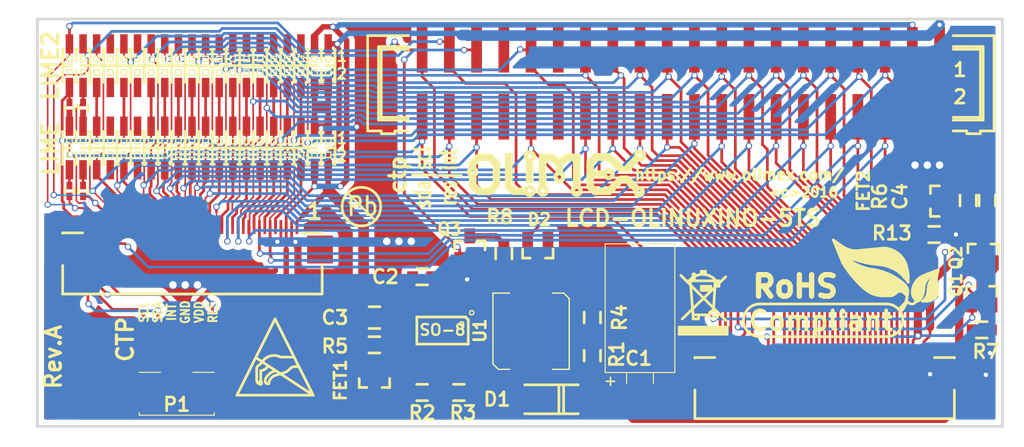
<source format=kicad_pcb>
(kicad_pcb (version 4) (host pcbnew 4.0.2+dfsg1-stable)
  (layers (0 F.Cu signal) (31 B.Cu signal) (34 B.Paste user) (35 F.Paste user) (36 B.SilkS user) (37 F.SilkS user) (38 B.Mask user) (39 F.Mask user) (44 Edge.Cuts user))
  (net 0 "")
  (net 1 "Net-(C1-Pad1)")
  (net 2 GND)
  (net 3 "Net-(C2-Pad1)")
  (net 4 "Net-(C2-Pad2)")
  (net 5 /5V)
  (net 6 "Net-(C3-Pad2)")
  (net 7 /3.3V)
  (net 8 "Net-(C4-Pad2)")
  (net 9 "Net-(D1-Pad2)")
  (net 10 "Net-(D2-Pad3)")
  (net 11 VCOM)
  (net 12 +3.3VP)
  (net 13 "Net-(L1-Pad2)")
  (net 14 /CTP_INT)
  (net 15 /CTP_SDA)
  (net 16 /CTP_SCL)
  (net 17 /CTP_RES)
  (net 18 /LCD_BKL)
  (net 19 /LCD_PWRE)
  (net 20 "Net-(P2-Pad34)")
  (net 21 "Net-(P2-Pad33)")
  (net 22 /LCD_DE)
  (net 23 /LCD_CLK)
  (net 24 /LCD_B3)
  (net 25 /LCD_B2)
  (net 26 /LCD_B1)
  (net 27 /LCD_B0)
  (net 28 /LCD_B4)
  (net 29 /LCD_B5)
  (net 30 /LCD_B7)
  (net 31 /LCD_B6)
  (net 32 "Net-(P2-Pad29)")
  (net 33 "Net-(P2-Pad30)")
  (net 34 /LCD_R5)
  (net 35 /LCD_R4)
  (net 36 /LCD_R2)
  (net 37 /LCD_R3)
  (net 38 /LCD_R1)
  (net 39 /LCD_R0)
  (net 40 /LCD_R6)
  (net 41 /LCD_R7)
  (net 42 /LCD_G0)
  (net 43 /LCD_G1)
  (net 44 /LCD_G2)
  (net 45 /LCD_G3)
  (net 46 /LCD_G4)
  (net 47 /LCD_G5)
  (net 48 /LCD_G6)
  (net 49 /LCD_G7)
  (net 50 "Net-(P3-Pad34)")
  (net 51 "Net-(P3-Pad33)")
  (net 52 "Net-(P3-Pad30)")
  (net 53 "Net-(P3-Pad29)")
  (net 54 "Net-(P4-Pad40)")
  (net 55 "Net-(P4-Pad39)")
  (net 56 "Net-(P4-Pad38)")
  (net 57 "Net-(P4-Pad37)")
  (net 58 "Net-(P4-Pad34)")
  (net 59 "Net-(P4-Pad33)")
  (net 60 "Net-(P4-Pad30)")
  (net 61 "Net-(P4-Pad29)")
  (net 62 "Net-(P5-Pad29)")
  (net 63 "Net-(P5-Pad30)")
  (net 64 "Net-(P5-Pad33)")
  (net 65 "Net-(P5-Pad34)")
  (net 66 VLED)
  (net 67 /HSYNC)
  (net 68 /VSINK)
  (net 69 "Net-(P6-Pad35)")
  (net 70 "Net-(Q1-Pad3)")
  (net 71 "Net-(Q3-Pad3)")
  (net 72 "Net-(R1-Pad2)")
  (net 73 "Net-(R3-Pad2)")
  (module CAP-EL-H-12x6.5 (layer F.Cu) (at 116.205 77.47)
    (fp_text reference C1 (at -0.127 -3.81) (layer F.SilkS) (effects (font (size 1.27 1.27) (thickness 0.254))))
    (fp_text value 100uF/35V)
    (fp_text user + (at -2.75 -1.75) (layer F.SilkS))
    (pad 1 smd rect (at -1.27 0 90) (size 2.5 1.5) (layers F.Cu F.Paste F.Mask) (net 1 "Net-(C1-Pad1)"))
    (pad 2 smd oval (at 1.27 0 90) (size 2.5 1.5) (layers F.Cu F.Paste F.Mask) (net 2 GND))
  )
  (module SD75 (layer F.Cu) (at 106.045 71.12 180)
    (fp_text reference L1 hide)
    (fp_text value 220uH/SD75)
    (pad 1 smd rect (at 0 -2.54 180) (size 3.048 3.556) (layers F.Cu F.Paste F.Mask) (net 9 "Net-(D1-Pad2)"))
    (pad 2 smd rect (at 0 2.54 180) (size 3.048 3.556) (layers F.Cu F.Paste F.Mask) (net 13 "Net-(L1-Pad2)"))
  )
  (module OLIMEX_Other-FP:via_09_07 (layer F.Cu) (at 74.93 66.802)
    (fp_text reference Ref** hide)
    (fp_text value Val**)
    (pad 0 thru_hole circle (at 0 0) (size 0.9 0.9) (drill 0.7) (layers *.Cu) (net 2 GND))
  )
  (module OLIMEX_Other-FP:via_09_07 (layer F.Cu) (at 73.787 66.802)
    (fp_text reference Ref** hide)
    (fp_text value Val**)
    (pad 0 thru_hole circle (at 0 0) (size 0.9 0.9) (drill 0.7) (layers *.Cu) (net 2 GND))
  )
  (module OLIMEX_Other-FP:via_09_07 (layer F.Cu) (at 72.644 66.802)
    (fp_text reference Ref** hide)
    (fp_text value Val**)
    (pad 0 thru_hole circle (at 0 0) (size 0.9 0.9) (drill 0.7) (layers *.Cu) (net 2 GND))
  )
  (module OLIMEX_Other-FP:via_09_07 (layer F.Cu) (at 92.583 62.738)
    (fp_text reference Ref** hide)
    (fp_text value Val**)
    (pad 0 thru_hole circle (at 0 0) (size 0.9 0.9) (drill 0.7) (layers *.Cu) (net 2 GND))
  )
  (module OLIMEX_Other-FP:via_09_07 (layer F.Cu) (at 94.869 62.738)
    (fp_text reference Ref** hide)
    (fp_text value Val**)
    (pad 0 thru_hole circle (at 0 0) (size 0.9 0.9) (drill 0.7) (layers *.Cu) (net 2 GND))
  )
  (module OLIMEX_Other-FP:via_09_07 (layer F.Cu) (at 93.726 62.738)
    (fp_text reference Ref** hide)
    (fp_text value Val**)
    (pad 0 thru_hole circle (at 0 0) (size 0.9 0.9) (drill 0.7) (layers *.Cu) (net 2 GND))
  )
  (module OLIMEX_Other-FP:via_09_07 (layer F.Cu) (at 144.145 55.626)
    (fp_text reference Ref** hide)
    (fp_text value Val**)
    (pad 0 thru_hole circle (at 0 0) (size 0.9 0.9) (drill 0.7) (layers *.Cu) (net 2 GND))
  )
  (module OLIMEX_Other-FP:via_09_07 (layer F.Cu) (at 143.002 55.626)
    (fp_text reference Ref** hide)
    (fp_text value Val**)
    (pad 0 thru_hole circle (at 0 0) (size 0.9 0.9) (drill 0.7) (layers *.Cu) (net 2 GND))
  )
  (module OLIMEX_RLC-FP:C_0603_5MIL_DWS (layer F.Cu) (at 95.885 66.04 180)
    (fp_text reference C2 (at 3.429 0 180) (layer F.SilkS) (effects (font (size 1.27 1.27) (thickness 0.254))))
    (fp_text value 470pF)
    (pad 1 smd rect (at -0.889 0 180) (size 1.016 1.016) (layers F.Cu F.Paste F.Mask) (net 3 "Net-(C2-Pad1)") (clearance 0.0508))
    (pad 2 smd rect (at 0.889 0 180) (size 1.016 1.016) (layers F.Cu F.Paste F.Mask) (net 4 "Net-(C2-Pad2)") (clearance 0.0508))
  )
  (module OLIMEX_RLC-FP:C_0805_5MIL_DWS (layer F.Cu) (at 91.44 69.85)
    (fp_text reference C3 (at -3.683 0) (layer F.SilkS) (effects (font (size 1.27 1.27) (thickness 0.254))))
    (fp_text value 22uF/6.3V)
    (pad 1 smd rect (at -1.016 0 90) (size 1.524 1.27) (layers F.Cu F.Paste F.Mask) (net 5 /5V))
    (pad 2 smd rect (at 1.016 0 90) (size 1.524 1.27) (layers F.Cu F.Paste F.Mask) (net 6 "Net-(C3-Pad2)"))
  )
  (module OLIMEX_Diodes-FP:SMA-KA (layer F.Cu) (at 107.95 77.47 180)
    (fp_text reference D1 (at 5.08 0 180) (layer F.SilkS) (effects (font (size 1.27 1.27) (thickness 0.254))))
    (fp_text value "1N5819S(SS14)")
    (pad 1 smd rect (at -2.5 0 180) (size 2 1.7) (layers F.Cu F.Paste F.Mask) (net 1 "Net-(C1-Pad1)"))
    (pad 2 smd rect (at 2.5 0 180) (size 2 1.7) (layers F.Cu F.Paste F.Mask) (net 9 "Net-(D1-Pad2)"))
  )
  (module OLIMEX_Transistors-FP:SOT23 (layer F.Cu) (at 106.67746 63.66764 90)
    (fp_text reference D2 (at 2.96164 0.12954 180) (layer F.SilkS) (effects (font (size 1.1 1.1) (thickness 0.254))))
    (fp_text value BAT54C)
    (pad 3 smd rect (at -1.10236 0.00254 90) (size 1.4 1) (layers F.Cu F.Paste F.Mask) (net 10 "Net-(D2-Pad3)") (clearance 0.0508))
    (pad 2 smd rect (at 1.10744 -0.9525 90) (size 1.4 1) (layers F.Cu F.Paste F.Mask) (net 8 "Net-(C4-Pad2)") (clearance 0.0508))
    (pad 1 smd rect (at 1.10744 0.94996 90) (size 1.4 1) (layers F.Cu F.Paste F.Mask) (net 6 "Net-(C3-Pad2)") (clearance 0.0508))
  )
  (module OLIMEX_Transistors-FP:SOT23 (layer F.Cu) (at 91.43746 75.73264 90)
    (fp_text reference FET1 (at 0.04064 -3.17246 90) (layer F.SilkS) (effects (font (size 1.1 1.1) (thickness 0.254))))
    (fp_text value IRML6402)
    (pad 3 smd rect (at -1.10236 0.00254 90) (size 1.4 1) (layers F.Cu F.Paste F.Mask) (net 11 VCOM) (clearance 0.0508))
    (pad 2 smd rect (at 1.10744 -0.9525 90) (size 1.4 1) (layers F.Cu F.Paste F.Mask) (net 5 /5V) (clearance 0.0508))
    (pad 1 smd rect (at 1.10744 0.94996 90) (size 1.4 1) (layers F.Cu F.Paste F.Mask) (net 6 "Net-(C3-Pad2)") (clearance 0.0508))
  )
  (module OLIMEX_Transistors-FP:SOT23 (layer F.Cu) (at 143.92656 58.9915)
    (fp_text reference FET2 (at -6.89356 -0.9525 90) (layer F.SilkS) (effects (font (size 1.1 1.1) (thickness 0.254))))
    (fp_text value IRML6402)
    (pad 3 smd rect (at -1.10236 0.00254) (size 1.4 1) (layers F.Cu F.Paste F.Mask) (net 12 +3.3VP) (clearance 0.0508))
    (pad 2 smd rect (at 1.10744 -0.9525) (size 1.4 1) (layers F.Cu F.Paste F.Mask) (net 7 /3.3V) (clearance 0.0508))
    (pad 1 smd rect (at 1.10744 0.94996) (size 1.4 1) (layers F.Cu F.Paste F.Mask) (net 8 "Net-(C4-Pad2)") (clearance 0.0508))
  )
  (module "OLIMEX_Connectors-FP:GPH127SMT-02X20(PA-V16X-2X20-LF)" (layer F.Cu) (at 75.057 46.355 180)
    (fp_text reference P3 hide)
    (fp_text value CONN_02X20)
    (fp_text user 1 (at -13.335 0.889 180) (layer F.SilkS) (effects (font (thickness 0.2))))
    (fp_text user 2 (at -13.335 -0.762 180) (layer F.SilkS) (effects (font (thickness 0.2))))
    (pad "" np_thru_hole circle (at 11.43 0 270) (size 0.7 0.7) (drill 0.7) (layers *.Cu *.Mask))
    (pad 40 smd rect (at 12.065 -2.032 270) (size 1.8 0.7) (layers F.Cu F.Paste F.Mask) (net 15 /CTP_SDA))
    (pad 39 smd rect (at 12.065 2.032 270) (size 1.8 0.7) (layers F.Cu F.Paste F.Mask) (net 16 /CTP_SCL))
    (pad 38 smd rect (at 10.795 -2.032 270) (size 1.8 0.7) (layers F.Cu F.Paste F.Mask) (net 17 /CTP_RES))
    (pad 37 smd rect (at 10.795 2.032 270) (size 1.8 0.7) (layers F.Cu F.Paste F.Mask) (net 14 /CTP_INT))
    (pad 36 smd rect (at 9.525 -2.032 270) (size 1.8 0.7) (layers F.Cu F.Paste F.Mask) (net 18 /LCD_BKL))
    (pad 35 smd rect (at 9.525 2.032 270) (size 1.8 0.7) (layers F.Cu F.Paste F.Mask) (net 19 /LCD_PWRE))
    (pad 34 smd rect (at 8.255 -2.032 270) (size 1.8 0.7) (layers F.Cu F.Paste F.Mask) (net 50 "Net-(P3-Pad34)"))
    (pad 33 smd rect (at 8.255 2.032 270) (size 1.8 0.7) (layers F.Cu F.Paste F.Mask) (net 51 "Net-(P3-Pad33)"))
    (pad 32 smd rect (at 6.985 -2.032 90) (size 1.8 0.7) (layers F.Cu F.Paste F.Mask) (net 22 /LCD_DE))
    (pad 31 smd rect (at 6.985 2.032 90) (size 1.8 0.7) (layers F.Cu F.Paste F.Mask) (net 23 /LCD_CLK))
    (pad 30 smd rect (at 5.715 -2.032 90) (size 1.8 0.7) (layers F.Cu F.Paste F.Mask) (net 52 "Net-(P3-Pad30)"))
    (pad 29 smd rect (at 5.715 2.032 90) (size 1.8 0.7) (layers F.Cu F.Paste F.Mask) (net 53 "Net-(P3-Pad29)"))
    (pad 28 smd rect (at 4.445 -2.032 90) (size 1.8 0.7) (layers F.Cu F.Paste F.Mask) (net 30 /LCD_B7))
    (pad 27 smd rect (at 4.445 2.032 90) (size 1.8 0.7) (layers F.Cu F.Paste F.Mask) (net 31 /LCD_B6))
    (pad 26 smd rect (at 3.175 -2.032 90) (size 1.8 0.7) (layers F.Cu F.Paste F.Mask) (net 29 /LCD_B5))
    (pad 25 smd rect (at 3.175 2.032 90) (size 1.8 0.7) (layers F.Cu F.Paste F.Mask) (net 28 /LCD_B4))
    (pad 24 smd rect (at 1.905 -2.032 90) (size 1.8 0.7) (layers F.Cu F.Paste F.Mask) (net 24 /LCD_B3))
    (pad 23 smd rect (at 1.905 2.032 90) (size 1.8 0.7) (layers F.Cu F.Paste F.Mask) (net 25 /LCD_B2))
    (pad 22 smd rect (at 0.635 -2.032 90) (size 1.8 0.7) (layers F.Cu F.Paste F.Mask) (net 26 /LCD_B1))
    (pad 21 smd rect (at 0.635 2.032 90) (size 1.8 0.7) (layers F.Cu F.Paste F.Mask) (net 27 /LCD_B0))
    (pad 1 smd rect (at -12.065 2.032 90) (size 1.8 0.7) (layers F.Cu F.Paste F.Mask) (net 5 /5V))
    (pad 2 smd rect (at -12.065 -2.032 90) (size 1.8 0.7) (layers F.Cu F.Paste F.Mask) (net 2 GND))
    (pad 3 smd rect (at -10.795 2.032 90) (size 1.8 0.7) (layers F.Cu F.Paste F.Mask) (net 7 /3.3V))
    (pad 4 smd rect (at -10.795 -2.032 90) (size 1.8 0.7) (layers F.Cu F.Paste F.Mask) (net 2 GND))
    (pad 5 smd rect (at -9.525 2.032 90) (size 1.8 0.7) (layers F.Cu F.Paste F.Mask) (net 39 /LCD_R0))
    (pad 6 smd rect (at -9.525 -2.032 90) (size 1.8 0.7) (layers F.Cu F.Paste F.Mask) (net 38 /LCD_R1))
    (pad 7 smd rect (at -8.255 2.032 90) (size 1.8 0.7) (layers F.Cu F.Paste F.Mask) (net 36 /LCD_R2))
    (pad 8 smd rect (at -8.255 -2.032 90) (size 1.8 0.7) (layers F.Cu F.Paste F.Mask) (net 37 /LCD_R3))
    (pad 9 smd rect (at -6.985 2.032 90) (size 1.8 0.7) (layers F.Cu F.Paste F.Mask) (net 35 /LCD_R4))
    (pad 10 smd rect (at -6.985 -2.032 90) (size 1.8 0.7) (layers F.Cu F.Paste F.Mask) (net 34 /LCD_R5))
    (pad 11 smd rect (at -5.715 2.032 90) (size 1.8 0.7) (layers F.Cu F.Paste F.Mask) (net 40 /LCD_R6))
    (pad 12 smd rect (at -5.715 -2.032 90) (size 1.8 0.7) (layers F.Cu F.Paste F.Mask) (net 41 /LCD_R7))
    (pad 13 smd rect (at -4.445 2.032 270) (size 1.8 0.7) (layers F.Cu F.Paste F.Mask) (net 42 /LCD_G0))
    (pad 14 smd rect (at -4.445 -2.032 270) (size 1.8 0.7) (layers F.Cu F.Paste F.Mask) (net 43 /LCD_G1))
    (pad 15 smd rect (at -3.175 2.032 270) (size 1.8 0.7) (layers F.Cu F.Paste F.Mask) (net 44 /LCD_G2))
    (pad 16 smd rect (at -3.175 -2.032 270) (size 1.8 0.7) (layers F.Cu F.Paste F.Mask) (net 45 /LCD_G3))
    (pad 17 smd rect (at -1.905 2.032 270) (size 1.8 0.7) (layers F.Cu F.Paste F.Mask) (net 46 /LCD_G4))
    (pad 18 smd rect (at -1.905 -2.032 270) (size 1.8 0.7) (layers F.Cu F.Paste F.Mask) (net 47 /LCD_G5))
    (pad 19 smd rect (at -0.635 2.032 270) (size 1.8 0.7) (layers F.Cu F.Paste F.Mask) (net 48 /LCD_G6))
    (pad 20 smd rect (at -0.635 -2.032 270) (size 1.8 0.7) (layers F.Cu F.Paste F.Mask) (net 49 /LCD_G7))
    (pad "" np_thru_hole circle (at -11.43 0 270) (size 0.7 0.7) (drill 0.7) (layers *.Cu *.Mask))
  )
  (module "OLIMEX_Connectors-FP:GPH127SMT-02X20(PA-V16X-2X20-LF)" (layer F.Cu) (at 75.057 54.032 180)
    (fp_text reference P4 hide)
    (fp_text value CONN_02X20)
    (fp_text user 1 (at -13.335 0.889 180) (layer F.SilkS) (effects (font (thickness 0.2))))
    (fp_text user 2 (at -13.335 -0.762 180) (layer F.SilkS) (effects (font (thickness 0.2))))
    (pad "" np_thru_hole circle (at 11.43 0 270) (size 0.7 0.7) (drill 0.7) (layers *.Cu *.Mask))
    (pad 40 smd rect (at 12.065 -2.032 270) (size 1.8 0.7) (layers F.Cu F.Paste F.Mask) (net 54 "Net-(P4-Pad40)"))
    (pad 39 smd rect (at 12.065 2.032 270) (size 1.8 0.7) (layers F.Cu F.Paste F.Mask) (net 55 "Net-(P4-Pad39)"))
    (pad 38 smd rect (at 10.795 -2.032 270) (size 1.8 0.7) (layers F.Cu F.Paste F.Mask) (net 56 "Net-(P4-Pad38)"))
    (pad 37 smd rect (at 10.795 2.032 270) (size 1.8 0.7) (layers F.Cu F.Paste F.Mask) (net 57 "Net-(P4-Pad37)"))
    (pad 36 smd rect (at 9.525 -2.032 270) (size 1.8 0.7) (layers F.Cu F.Paste F.Mask) (net 19 /LCD_PWRE))
    (pad 35 smd rect (at 9.525 2.032 270) (size 1.8 0.7) (layers F.Cu F.Paste F.Mask) (net 18 /LCD_BKL))
    (pad 34 smd rect (at 8.255 -2.032 270) (size 1.8 0.7) (layers F.Cu F.Paste F.Mask) (net 58 "Net-(P4-Pad34)"))
    (pad 33 smd rect (at 8.255 2.032 270) (size 1.8 0.7) (layers F.Cu F.Paste F.Mask) (net 59 "Net-(P4-Pad33)"))
    (pad 32 smd rect (at 6.985 -2.032 90) (size 1.8 0.7) (layers F.Cu F.Paste F.Mask) (net 23 /LCD_CLK))
    (pad 31 smd rect (at 6.985 2.032 90) (size 1.8 0.7) (layers F.Cu F.Paste F.Mask) (net 22 /LCD_DE))
    (pad 30 smd rect (at 5.715 -2.032 90) (size 1.8 0.7) (layers F.Cu F.Paste F.Mask) (net 60 "Net-(P4-Pad30)"))
    (pad 29 smd rect (at 5.715 2.032 90) (size 1.8 0.7) (layers F.Cu F.Paste F.Mask) (net 61 "Net-(P4-Pad29)"))
    (pad 28 smd rect (at 4.445 -2.032 90) (size 1.8 0.7) (layers F.Cu F.Paste F.Mask) (net 31 /LCD_B6))
    (pad 27 smd rect (at 4.445 2.032 90) (size 1.8 0.7) (layers F.Cu F.Paste F.Mask) (net 30 /LCD_B7))
    (pad 26 smd rect (at 3.175 -2.032 90) (size 1.8 0.7) (layers F.Cu F.Paste F.Mask) (net 28 /LCD_B4))
    (pad 25 smd rect (at 3.175 2.032 90) (size 1.8 0.7) (layers F.Cu F.Paste F.Mask) (net 29 /LCD_B5))
    (pad 24 smd rect (at 1.905 -2.032 90) (size 1.8 0.7) (layers F.Cu F.Paste F.Mask) (net 25 /LCD_B2))
    (pad 23 smd rect (at 1.905 2.032 90) (size 1.8 0.7) (layers F.Cu F.Paste F.Mask) (net 24 /LCD_B3))
    (pad 22 smd rect (at 0.635 -2.032 90) (size 1.8 0.7) (layers F.Cu F.Paste F.Mask) (net 27 /LCD_B0))
    (pad 21 smd rect (at 0.635 2.032 90) (size 1.8 0.7) (layers F.Cu F.Paste F.Mask) (net 26 /LCD_B1))
    (pad 1 smd rect (at -12.065 2.032 90) (size 1.8 0.7) (layers F.Cu F.Paste F.Mask) (net 2 GND))
    (pad 2 smd rect (at -12.065 -2.032 90) (size 1.8 0.7) (layers F.Cu F.Paste F.Mask) (net 5 /5V))
    (pad 3 smd rect (at -10.795 2.032 90) (size 1.8 0.7) (layers F.Cu F.Paste F.Mask) (net 2 GND))
    (pad 4 smd rect (at -10.795 -2.032 90) (size 1.8 0.7) (layers F.Cu F.Paste F.Mask) (net 7 /3.3V))
    (pad 5 smd rect (at -9.525 2.032 90) (size 1.8 0.7) (layers F.Cu F.Paste F.Mask) (net 38 /LCD_R1))
    (pad 6 smd rect (at -9.525 -2.032 90) (size 1.8 0.7) (layers F.Cu F.Paste F.Mask) (net 39 /LCD_R0))
    (pad 7 smd rect (at -8.255 2.032 90) (size 1.8 0.7) (layers F.Cu F.Paste F.Mask) (net 37 /LCD_R3))
    (pad 8 smd rect (at -8.255 -2.032 90) (size 1.8 0.7) (layers F.Cu F.Paste F.Mask) (net 36 /LCD_R2))
    (pad 9 smd rect (at -6.985 2.032 90) (size 1.8 0.7) (layers F.Cu F.Paste F.Mask) (net 34 /LCD_R5))
    (pad 10 smd rect (at -6.985 -2.032 90) (size 1.8 0.7) (layers F.Cu F.Paste F.Mask) (net 35 /LCD_R4))
    (pad 11 smd rect (at -5.715 2.032 90) (size 1.8 0.7) (layers F.Cu F.Paste F.Mask) (net 41 /LCD_R7))
    (pad 12 smd rect (at -5.715 -2.032 90) (size 1.8 0.7) (layers F.Cu F.Paste F.Mask) (net 40 /LCD_R6))
    (pad 13 smd rect (at -4.445 2.032 270) (size 1.8 0.7) (layers F.Cu F.Paste F.Mask) (net 43 /LCD_G1))
    (pad 14 smd rect (at -4.445 -2.032 270) (size 1.8 0.7) (layers F.Cu F.Paste F.Mask) (net 42 /LCD_G0))
    (pad 15 smd rect (at -3.175 2.032 270) (size 1.8 0.7) (layers F.Cu F.Paste F.Mask) (net 45 /LCD_G3))
    (pad 16 smd rect (at -3.175 -2.032 270) (size 1.8 0.7) (layers F.Cu F.Paste F.Mask) (net 44 /LCD_G2))
    (pad 17 smd rect (at -1.905 2.032 270) (size 1.8 0.7) (layers F.Cu F.Paste F.Mask) (net 47 /LCD_G5))
    (pad 18 smd rect (at -1.905 -2.032 270) (size 1.8 0.7) (layers F.Cu F.Paste F.Mask) (net 46 /LCD_G4))
    (pad 19 smd rect (at -0.635 2.032 270) (size 1.8 0.7) (layers F.Cu F.Paste F.Mask) (net 49 /LCD_G7))
    (pad 20 smd rect (at -0.635 -2.032 270) (size 1.8 0.7) (layers F.Cu F.Paste F.Mask) (net 48 /LCD_G6))
    (pad "" np_thru_hole circle (at -11.43 0 270) (size 0.7 0.7) (drill 0.7) (layers *.Cu *.Mask))
  )
  (module OLIMEX_Connectors-FP:FPV-WZA21-40-LF (layer F.Cu) (at 74.46 64.15 180)
    (fp_text reference P5 hide)
    (fp_text value CONN_01X40)
    (pad 1 smd rect (at -9.75 2.75) (size 0.25 1.3) (layers F.Cu F.Paste F.Mask) (net 5 /5V))
    (pad 2 smd rect (at -9.25 2.75) (size 0.25 1.3) (layers F.Cu F.Paste F.Mask) (net 2 GND))
    (pad 3 smd rect (at -8.75 2.75) (size 0.25 1.3) (layers F.Cu F.Paste F.Mask) (net 7 /3.3V))
    (pad 4 smd rect (at -8.25 2.75) (size 0.25 1.3) (layers F.Cu F.Paste F.Mask) (net 2 GND))
    (pad 5 smd rect (at -7.75 2.75) (size 0.25 1.3) (layers F.Cu F.Paste F.Mask) (net 39 /LCD_R0))
    (pad 6 smd rect (at -7.25 2.75) (size 0.25 1.3) (layers F.Cu F.Paste F.Mask) (net 38 /LCD_R1))
    (pad 7 smd rect (at -6.75 2.75) (size 0.25 1.3) (layers F.Cu F.Paste F.Mask) (net 36 /LCD_R2))
    (pad 8 smd rect (at -6.25 2.75) (size 0.25 1.3) (layers F.Cu F.Paste F.Mask) (net 37 /LCD_R3))
    (pad 9 smd rect (at -5.75 2.75) (size 0.25 1.3) (layers F.Cu F.Paste F.Mask) (net 35 /LCD_R4))
    (pad 10 smd rect (at -5.25 2.75) (size 0.25 1.3) (layers F.Cu F.Paste F.Mask) (net 34 /LCD_R5))
    (pad 11 smd rect (at -4.75 2.75) (size 0.25 1.3) (layers F.Cu F.Paste F.Mask) (net 40 /LCD_R6))
    (pad 12 smd rect (at -4.25 2.75) (size 0.25 1.3) (layers F.Cu F.Paste F.Mask) (net 41 /LCD_R7))
    (pad 13 smd rect (at -3.75 2.75) (size 0.25 1.3) (layers F.Cu F.Paste F.Mask) (net 42 /LCD_G0))
    (pad 14 smd rect (at -3.25 2.75) (size 0.25 1.3) (layers F.Cu F.Paste F.Mask) (net 43 /LCD_G1))
    (pad 15 smd rect (at -2.75 2.75) (size 0.25 1.3) (layers F.Cu F.Paste F.Mask) (net 44 /LCD_G2))
    (pad 16 smd rect (at -2.25 2.75) (size 0.25 1.3) (layers F.Cu F.Paste F.Mask) (net 45 /LCD_G3))
    (pad 17 smd rect (at -1.75 2.75) (size 0.25 1.3) (layers F.Cu F.Paste F.Mask) (net 46 /LCD_G4))
    (pad 18 smd rect (at -1.25 2.75) (size 0.25 1.3) (layers F.Cu F.Paste F.Mask) (net 47 /LCD_G5))
    (pad 19 smd rect (at -0.75 2.75) (size 0.25 1.3) (layers F.Cu F.Paste F.Mask) (net 48 /LCD_G6))
    (pad 20 smd rect (at -0.25 2.75) (size 0.25 1.3) (layers F.Cu F.Paste F.Mask) (net 49 /LCD_G7))
    (pad 21 smd rect (at 0.25 2.75) (size 0.25 1.3) (layers F.Cu F.Paste F.Mask) (net 27 /LCD_B0))
    (pad 22 smd rect (at 0.75 2.75) (size 0.25 1.3) (layers F.Cu F.Paste F.Mask) (net 26 /LCD_B1))
    (pad 23 smd rect (at 1.25 2.75) (size 0.25 1.3) (layers F.Cu F.Paste F.Mask) (net 25 /LCD_B2))
    (pad 24 smd rect (at 1.75 2.75) (size 0.25 1.3) (layers F.Cu F.Paste F.Mask) (net 24 /LCD_B3))
    (pad 25 smd rect (at 2.25 2.75) (size 0.25 1.3) (layers F.Cu F.Paste F.Mask) (net 28 /LCD_B4))
    (pad 26 smd rect (at 2.75 2.75) (size 0.25 1.3) (layers F.Cu F.Paste F.Mask) (net 29 /LCD_B5))
    (pad 27 smd rect (at 3.25 2.75) (size 0.25 1.3) (layers F.Cu F.Paste F.Mask) (net 31 /LCD_B6))
    (pad 28 smd rect (at 3.75 2.75) (size 0.25 1.3) (layers F.Cu F.Paste F.Mask) (net 30 /LCD_B7))
    (pad 29 smd rect (at 4.25 2.75) (size 0.25 1.3) (layers F.Cu F.Paste F.Mask) (net 62 "Net-(P5-Pad29)"))
    (pad 30 smd rect (at 4.75 2.75) (size 0.25 1.3) (layers F.Cu F.Paste F.Mask) (net 63 "Net-(P5-Pad30)"))
    (pad 31 smd rect (at 5.25 2.75) (size 0.25 1.3) (layers F.Cu F.Paste F.Mask) (net 23 /LCD_CLK))
    (pad 32 smd rect (at 5.75 2.75) (size 0.25 1.3) (layers F.Cu F.Paste F.Mask) (net 22 /LCD_DE))
    (pad 33 smd rect (at 6.25 2.75) (size 0.25 1.3) (layers F.Cu F.Paste F.Mask) (net 64 "Net-(P5-Pad33)"))
    (pad 34 smd rect (at 6.75 2.75) (size 0.25 1.3) (layers F.Cu F.Paste F.Mask) (net 65 "Net-(P5-Pad34)"))
    (pad 35 smd rect (at 7.25 2.75) (size 0.25 1.3) (layers F.Cu F.Paste F.Mask) (net 19 /LCD_PWRE))
    (pad 36 smd rect (at 7.75 2.75) (size 0.25 1.3) (layers F.Cu F.Paste F.Mask) (net 18 /LCD_BKL))
    (pad 37 smd rect (at 8.25 2.75) (size 0.25 1.3) (layers F.Cu F.Paste F.Mask) (net 14 /CTP_INT))
    (pad 38 smd rect (at 8.75 2.75) (size 0.25 1.3) (layers F.Cu F.Paste F.Mask) (net 17 /CTP_RES))
    (pad 39 smd rect (at 9.25 2.75) (size 0.25 1.3) (layers F.Cu F.Paste F.Mask) (net 16 /CTP_SCL))
    (pad 40 smd rect (at 9.75 2.75) (size 0.25 1.3) (layers F.Cu F.Paste F.Mask) (net 15 /CTP_SDA))
    (pad P1 smd rect (at -11.9 0.65) (size 2.4 2.6) (layers F.Cu F.Paste F.Mask))
    (pad P2 smd rect (at 11.9 0.65) (size 2.4 2.6) (layers F.Cu F.Paste F.Mask))
  )
  (module OLIMEX_Connectors-FP:FPV-WZA21-40-LF (layer F.Cu) (at 133.425 75.775 180)
    (fp_text reference P6 hide)
    (fp_text value CONN_01X40)
    (pad 1 smd rect (at -9.75 2.75) (size 0.25 1.3) (layers F.Cu F.Paste F.Mask) (net 2 GND))
    (pad 2 smd rect (at -9.25 2.75) (size 0.25 1.3) (layers F.Cu F.Paste F.Mask) (net 66 VLED))
    (pad 3 smd rect (at -8.75 2.75) (size 0.25 1.3) (layers F.Cu F.Paste F.Mask) (net 2 GND))
    (pad 4 smd rect (at -8.25 2.75) (size 0.25 1.3) (layers F.Cu F.Paste F.Mask) (net 12 +3.3VP))
    (pad 5 smd rect (at -7.75 2.75) (size 0.25 1.3) (layers F.Cu F.Paste F.Mask) (net 39 /LCD_R0))
    (pad 6 smd rect (at -7.25 2.75) (size 0.25 1.3) (layers F.Cu F.Paste F.Mask) (net 38 /LCD_R1))
    (pad 7 smd rect (at -6.75 2.75) (size 0.25 1.3) (layers F.Cu F.Paste F.Mask) (net 36 /LCD_R2))
    (pad 8 smd rect (at -6.25 2.75) (size 0.25 1.3) (layers F.Cu F.Paste F.Mask) (net 37 /LCD_R3))
    (pad 9 smd rect (at -5.75 2.75) (size 0.25 1.3) (layers F.Cu F.Paste F.Mask) (net 35 /LCD_R4))
    (pad 10 smd rect (at -5.25 2.75) (size 0.25 1.3) (layers F.Cu F.Paste F.Mask) (net 34 /LCD_R5))
    (pad 11 smd rect (at -4.75 2.75) (size 0.25 1.3) (layers F.Cu F.Paste F.Mask) (net 40 /LCD_R6))
    (pad 12 smd rect (at -4.25 2.75) (size 0.25 1.3) (layers F.Cu F.Paste F.Mask) (net 41 /LCD_R7))
    (pad 13 smd rect (at -3.75 2.75) (size 0.25 1.3) (layers F.Cu F.Paste F.Mask) (net 42 /LCD_G0))
    (pad 14 smd rect (at -3.25 2.75) (size 0.25 1.3) (layers F.Cu F.Paste F.Mask) (net 43 /LCD_G1))
    (pad 15 smd rect (at -2.75 2.75) (size 0.25 1.3) (layers F.Cu F.Paste F.Mask) (net 44 /LCD_G2))
    (pad 16 smd rect (at -2.25 2.75) (size 0.25 1.3) (layers F.Cu F.Paste F.Mask) (net 45 /LCD_G3))
    (pad 17 smd rect (at -1.75 2.75) (size 0.25 1.3) (layers F.Cu F.Paste F.Mask) (net 46 /LCD_G4))
    (pad 18 smd rect (at -1.25 2.75) (size 0.25 1.3) (layers F.Cu F.Paste F.Mask) (net 47 /LCD_G5))
    (pad 19 smd rect (at -0.75 2.75) (size 0.25 1.3) (layers F.Cu F.Paste F.Mask) (net 48 /LCD_G6))
    (pad 20 smd rect (at -0.25 2.75) (size 0.25 1.3) (layers F.Cu F.Paste F.Mask) (net 49 /LCD_G7))
    (pad 21 smd rect (at 0.25 2.75) (size 0.25 1.3) (layers F.Cu F.Paste F.Mask) (net 27 /LCD_B0))
    (pad 22 smd rect (at 0.75 2.75) (size 0.25 1.3) (layers F.Cu F.Paste F.Mask) (net 26 /LCD_B1))
    (pad 23 smd rect (at 1.25 2.75) (size 0.25 1.3) (layers F.Cu F.Paste F.Mask) (net 25 /LCD_B2))
    (pad 24 smd rect (at 1.75 2.75) (size 0.25 1.3) (layers F.Cu F.Paste F.Mask) (net 24 /LCD_B3))
    (pad 25 smd rect (at 2.25 2.75) (size 0.25 1.3) (layers F.Cu F.Paste F.Mask) (net 28 /LCD_B4))
    (pad 26 smd rect (at 2.75 2.75) (size 0.25 1.3) (layers F.Cu F.Paste F.Mask) (net 29 /LCD_B5))
    (pad 27 smd rect (at 3.25 2.75) (size 0.25 1.3) (layers F.Cu F.Paste F.Mask) (net 31 /LCD_B6))
    (pad 28 smd rect (at 3.75 2.75) (size 0.25 1.3) (layers F.Cu F.Paste F.Mask) (net 30 /LCD_B7))
    (pad 29 smd rect (at 4.25 2.75) (size 0.25 1.3) (layers F.Cu F.Paste F.Mask) (net 2 GND))
    (pad 30 smd rect (at 4.75 2.75) (size 0.25 1.3) (layers F.Cu F.Paste F.Mask) (net 23 /LCD_CLK))
    (pad 31 smd rect (at 5.25 2.75) (size 0.25 1.3) (layers F.Cu F.Paste F.Mask) (net 12 +3.3VP))
    (pad 32 smd rect (at 5.75 2.75) (size 0.25 1.3) (layers F.Cu F.Paste F.Mask) (net 67 /HSYNC))
    (pad 33 smd rect (at 6.25 2.75) (size 0.25 1.3) (layers F.Cu F.Paste F.Mask) (net 68 /VSINK))
    (pad 34 smd rect (at 6.75 2.75) (size 0.25 1.3) (layers F.Cu F.Paste F.Mask) (net 22 /LCD_DE))
    (pad 35 smd rect (at 7.25 2.75) (size 0.25 1.3) (layers F.Cu F.Paste F.Mask) (net 69 "Net-(P6-Pad35)"))
    (pad 36 smd rect (at 7.75 2.75) (size 0.25 1.3) (layers F.Cu F.Paste F.Mask) (net 2 GND))
    (pad 37 smd rect (at 8.25 2.75) (size 0.25 1.3) (layers F.Cu F.Paste F.Mask) (net 14 /CTP_INT))
    (pad 38 smd rect (at 8.75 2.75) (size 0.25 1.3) (layers F.Cu F.Paste F.Mask) (net 17 /CTP_RES))
    (pad 39 smd rect (at 9.25 2.75) (size 0.25 1.3) (layers F.Cu F.Paste F.Mask) (net 16 /CTP_SCL))
    (pad 40 smd rect (at 9.75 2.75) (size 0.25 1.3) (layers F.Cu F.Paste F.Mask) (net 15 /CTP_SDA))
    (pad P1 smd rect (at -11.9 0.65) (size 2.4 2.6) (layers F.Cu F.Paste F.Mask) (net 2 GND))
    (pad P2 smd rect (at 11.9 0.65) (size 2.4 2.6) (layers F.Cu F.Paste F.Mask) (net 2 GND))
  )
  (module OLIMEX_Transistors-FP:SOT23 (layer F.Cu) (at 148.082 67.564 270)
    (fp_text reference Q1 (at -0.762 2.413 270) (layer F.SilkS) (effects (font (size 1.1 1.1) (thickness 0.254))))
    (fp_text value DTC114YKA)
    (pad 3 smd rect (at -1.10236 0.00254 270) (size 1.4 1) (layers F.Cu F.Paste F.Mask) (net 70 "Net-(Q1-Pad3)") (clearance 0.0508))
    (pad 2 smd rect (at 1.10744 -0.9525 270) (size 1.4 1) (layers F.Cu F.Paste F.Mask) (net 18 /LCD_BKL) (clearance 0.0508))
    (pad 1 smd rect (at 1.10744 0.94996 270) (size 1.4 1) (layers F.Cu F.Paste F.Mask) (net 12 +3.3VP) (clearance 0.0508))
  )
  (module OLIMEX_Transistors-FP:SOT23 (layer F.Cu) (at 148.209 63.627 270)
    (fp_text reference Q2 (at 0.635 2.54 270) (layer F.SilkS) (effects (font (size 1.1 1.1) (thickness 0.254))))
    (fp_text value DTA114YKA)
    (pad 3 smd rect (at -1.10236 0.00254 270) (size 1.4 1) (layers F.Cu F.Paste F.Mask) (net 66 VLED) (clearance 0.0508))
    (pad 2 smd rect (at 1.10744 -0.9525 270) (size 1.4 1) (layers F.Cu F.Paste F.Mask) (net 70 "Net-(Q1-Pad3)") (clearance 0.0508))
    (pad 1 smd rect (at 1.10744 0.94996 270) (size 1.4 1) (layers F.Cu F.Paste F.Mask) (net 1 "Net-(C1-Pad1)") (clearance 0.0508))
  )
  (module OLIMEX_Transistors-FP:SOT23 (layer F.Cu) (at 100.33254 63.33236 270)
    (fp_text reference Q3 (at -1.73736 1.90754 360) (layer F.SilkS) (effects (font (size 1.1 1.1) (thickness 0.254))))
    (fp_text value DTC114YKA)
    (pad 3 smd rect (at -1.10236 0.00254 270) (size 1.4 1) (layers F.Cu F.Paste F.Mask) (net 71 "Net-(Q3-Pad3)") (clearance 0.0508))
    (pad 2 smd rect (at 1.10744 -0.9525 270) (size 1.4 1) (layers F.Cu F.Paste F.Mask) (net 2 GND) (clearance 0.0508))
    (pad 1 smd rect (at 1.10744 0.94996 270) (size 1.4 1) (layers F.Cu F.Paste F.Mask) (net 19 /LCD_PWRE) (clearance 0.0508))
  )
  (module OLIMEX_RLC-FP:R_0603_5MIL_DWS (layer F.Cu) (at 111.76 73.406 90)
    (fp_text reference R1 (at 0.127 2.286 90) (layer F.SilkS) (effects (font (size 1.27 1.27) (thickness 0.254))))
    (fp_text value 18K/1%)
    (pad 1 smd rect (at -0.889 0 90) (size 1.016 1.016) (layers F.Cu F.Paste F.Mask) (net 1 "Net-(C1-Pad1)"))
    (pad 2 smd rect (at 0.889 0 90) (size 1.016 1.016) (layers F.Cu F.Paste F.Mask) (net 72 "Net-(R1-Pad2)"))
  )
  (module OLIMEX_RLC-FP:R_0603_5MIL_DWS (layer F.Cu) (at 95.885 76.835)
    (fp_text reference R2 (at 0 1.905) (layer F.SilkS) (effects (font (size 1.27 1.27) (thickness 0.254))))
    (fp_text value 1R)
    (pad 1 smd rect (at -0.889 0) (size 1.016 1.016) (layers F.Cu F.Paste F.Mask) (net 11 VCOM))
    (pad 2 smd rect (at 0.889 0) (size 1.016 1.016) (layers F.Cu F.Paste F.Mask) (net 9 "Net-(D1-Pad2)"))
  )
  (module OLIMEX_RLC-FP:R_0603_5MIL_DWS (layer F.Cu) (at 99.314 76.835)
    (fp_text reference R3 (at 0.381 1.905) (layer F.SilkS) (effects (font (size 1.27 1.27) (thickness 0.254))))
    (fp_text value 150R)
    (pad 1 smd rect (at -0.889 0) (size 1.016 1.016) (layers F.Cu F.Paste F.Mask) (net 9 "Net-(D1-Pad2)"))
    (pad 2 smd rect (at 0.889 0) (size 1.016 1.016) (layers F.Cu F.Paste F.Mask) (net 73 "Net-(R3-Pad2)"))
  )
  (module OLIMEX_RLC-FP:R_0603_5MIL_DWS (layer F.Cu) (at 111.76 69.85 90)
    (fp_text reference R4 (at 0 2.54 90) (layer F.SilkS) (effects (font (size 1.27 1.27) (thickness 0.254))))
    (fp_text value 1.2K/1%)
    (pad 1 smd rect (at -0.889 0 90) (size 1.016 1.016) (layers F.Cu F.Paste F.Mask) (net 72 "Net-(R1-Pad2)"))
    (pad 2 smd rect (at 0.889 0 90) (size 1.016 1.016) (layers F.Cu F.Paste F.Mask) (net 2 GND))
  )
  (module OLIMEX_RLC-FP:R_0603_5MIL_DWS (layer F.Cu) (at 91.44 72.39)
    (fp_text reference R5 (at -3.683 0.127) (layer F.SilkS) (effects (font (size 1.27 1.27) (thickness 0.254))))
    (fp_text value 18K/1%)
    (pad 1 smd rect (at -0.889 0) (size 1.016 1.016) (layers F.Cu F.Paste F.Mask) (net 5 /5V))
    (pad 2 smd rect (at 0.889 0) (size 1.016 1.016) (layers F.Cu F.Paste F.Mask) (net 6 "Net-(C3-Pad2)"))
  )
  (module OLIMEX_RLC-FP:R_0603_5MIL_DWS (layer F.Cu) (at 146.812 58.928 270)
    (fp_text reference R6 (at -0.381 8.255 270) (layer F.SilkS) (effects (font (size 1.27 1.27) (thickness 0.254))))
    (fp_text value 18K/1%)
    (pad 1 smd rect (at -0.889 0 270) (size 1.016 1.016) (layers F.Cu F.Paste F.Mask) (net 7 /3.3V))
    (pad 2 smd rect (at 0.889 0 270) (size 1.016 1.016) (layers F.Cu F.Paste F.Mask) (net 8 "Net-(C4-Pad2)"))
  )
  (module OLIMEX_RLC-FP:R_0603_5MIL_DWS (layer F.Cu) (at 148.082 70.993 180)
    (fp_text reference R7 (at -0.381 -2.032 180) (layer F.SilkS) (effects (font (size 1.27 1.27) (thickness 0.254))))
    (fp_text value 1.2K/1%)
    (pad 1 smd rect (at -0.889 0 180) (size 1.016 1.016) (layers F.Cu F.Paste F.Mask) (net 18 /LCD_BKL))
    (pad 2 smd rect (at 0.889 0 180) (size 1.016 1.016) (layers F.Cu F.Paste F.Mask) (net 2 GND))
  )
  (module OLIMEX_RLC-FP:R_0603_5MIL_DWS (layer F.Cu) (at 103.505 63.881 90)
    (fp_text reference R8 (at 3.429 -0.381 180) (layer F.SilkS) (effects (font (size 1.27 1.27) (thickness 0.254))))
    (fp_text value 1.2K/1%)
    (pad 1 smd rect (at -0.889 0 90) (size 1.016 1.016) (layers F.Cu F.Paste F.Mask) (net 10 "Net-(D2-Pad3)"))
    (pad 2 smd rect (at 0.889 0 90) (size 1.016 1.016) (layers F.Cu F.Paste F.Mask) (net 71 "Net-(Q3-Pad3)"))
  )
  (module OLIMEX_IC-FP:SO-8 (layer F.Cu) (at 97.79 71.06 180)
    (fp_text reference U1 (at -3.48996 -0.00762 270) (layer F.SilkS) (effects (font (size 1.1 1.1) (thickness 0.254))))
    (fp_text value MC34063)
    (fp_text user SO-8 (at 0 0.06 180) (layer F.SilkS) (effects (font (size 1.016 1.016) (thickness 0.2032))))
    (pad 1 smd rect (at -1.905 2.6 180) (size 0.6 2.2) (layers F.Cu F.Paste F.Mask) (net 13 "Net-(L1-Pad2)") (clearance 0.0508))
    (pad 2 smd rect (at -0.635 2.6 180) (size 0.6 2.2) (layers F.Cu F.Paste F.Mask) (net 2 GND) (clearance 0.0508))
    (pad 3 smd rect (at 0.635 2.6 180) (size 0.6 2.2) (layers F.Cu F.Paste F.Mask) (net 3 "Net-(C2-Pad1)") (clearance 0.0508))
    (pad 4 smd rect (at 1.905 2.6 180) (size 0.6 2.2) (layers F.Cu F.Paste F.Mask) (net 4 "Net-(C2-Pad2)") (clearance 0.0508))
    (pad 5 smd rect (at 1.905 -2.6 180) (size 0.6 2.2) (layers F.Cu F.Paste F.Mask) (net 72 "Net-(R1-Pad2)") (clearance 0.0508))
    (pad 6 smd rect (at 0.635 -2.6 180) (size 0.6 2.2) (layers F.Cu F.Paste F.Mask) (net 11 VCOM) (clearance 0.0508))
    (pad 7 smd rect (at -0.635 -2.6 180) (size 0.6 2.2) (layers F.Cu F.Paste F.Mask) (net 9 "Net-(D1-Pad2)") (clearance 0.0508))
    (pad 8 smd rect (at -1.905 -2.6 180) (size 0.6 2.2) (layers F.Cu F.Paste F.Mask) (net 73 "Net-(R3-Pad2)") (clearance 0.0508))
  )
  (module OLIMEX_Connectors-FP:GBH-254-SMT-40 (layer F.Cu) (at 120.015 48 180)
    (fp_text reference P2 hide)
    (fp_text value CONN_02X20)
    (fp_text user 1 (at -26.035 1.27 180) (layer F.SilkS) (effects (font (size 1.27 1.27) (thickness 0.254))))
    (fp_text user 2 (at -26.035 -1.27 180) (layer F.SilkS) (effects (font (size 1.27 1.27) (thickness 0.254))))
    (pad 1 smd rect (at -24.13 3.125 270) (size 4.25 1) (layers F.Cu F.Paste F.Mask) (net 5 /5V))
    (pad 2 smd rect (at -24.13 -3.125 270) (size 4.25 1) (layers F.Cu F.Paste F.Mask) (net 2 GND))
    (pad 3 smd rect (at -21.59 3.125 270) (size 4.25 1) (layers F.Cu F.Paste F.Mask) (net 7 /3.3V))
    (pad 4 smd rect (at -21.59 -3.125 270) (size 4.25 1) (layers F.Cu F.Paste F.Mask) (net 2 GND))
    (pad 5 smd rect (at -19.05 3.125 270) (size 4.25 1) (layers F.Cu F.Paste F.Mask) (net 39 /LCD_R0))
    (pad 6 smd rect (at -19.05 -3.125 270) (size 4.25 1) (layers F.Cu F.Paste F.Mask) (net 38 /LCD_R1))
    (pad 7 smd rect (at -16.51 3.125 270) (size 4.25 1) (layers F.Cu F.Paste F.Mask) (net 36 /LCD_R2))
    (pad 8 smd rect (at -16.51 -3.125 270) (size 4.25 1) (layers F.Cu F.Paste F.Mask) (net 37 /LCD_R3))
    (pad 9 smd rect (at -13.97 3.125 270) (size 4.25 1) (layers F.Cu F.Paste F.Mask) (net 35 /LCD_R4))
    (pad 10 smd rect (at -13.97 -3.125 270) (size 4.25 1) (layers F.Cu F.Paste F.Mask) (net 34 /LCD_R5))
    (pad 11 smd rect (at -11.43 3.125 270) (size 4.25 1) (layers F.Cu F.Paste F.Mask) (net 40 /LCD_R6))
    (pad 12 smd rect (at -11.43 -3.125 270) (size 4.25 1) (layers F.Cu F.Paste F.Mask) (net 41 /LCD_R7))
    (pad 13 smd rect (at -8.89 3.125 270) (size 4.25 1) (layers F.Cu F.Paste F.Mask) (net 42 /LCD_G0))
    (pad 14 smd rect (at -8.89 -3.125 270) (size 4.25 1) (layers F.Cu F.Paste F.Mask) (net 43 /LCD_G1))
    (pad 15 smd rect (at -6.35 3.125 270) (size 4.25 1) (layers F.Cu F.Paste F.Mask) (net 44 /LCD_G2))
    (pad 16 smd rect (at -6.35 -3.125 270) (size 4.25 1) (layers F.Cu F.Paste F.Mask) (net 45 /LCD_G3))
    (pad 17 smd rect (at -3.81 3.125 270) (size 4.25 1) (layers F.Cu F.Paste F.Mask) (net 46 /LCD_G4))
    (pad 18 smd rect (at -3.81 -3.125 270) (size 4.25 1) (layers F.Cu F.Paste F.Mask) (net 47 /LCD_G5))
    (pad 19 smd rect (at -1.27 3.125 270) (size 4.25 1) (layers F.Cu F.Paste F.Mask) (net 48 /LCD_G6))
    (pad 20 smd rect (at -1.27 -3.125 270) (size 4.25 1) (layers F.Cu F.Paste F.Mask) (net 49 /LCD_G7))
    (pad 21 smd rect (at 1.27 3.125 90) (size 4.25 1) (layers F.Cu F.Paste F.Mask) (net 27 /LCD_B0))
    (pad 22 smd rect (at 1.27 -3.125 270) (size 4.25 1) (layers F.Cu F.Paste F.Mask) (net 26 /LCD_B1))
    (pad 23 smd rect (at 3.81 3.125 90) (size 4.25 1) (layers F.Cu F.Paste F.Mask) (net 25 /LCD_B2))
    (pad 24 smd rect (at 3.81 -3.125 270) (size 4.25 1) (layers F.Cu F.Paste F.Mask) (net 24 /LCD_B3))
    (pad 25 smd rect (at 6.35 3.125 90) (size 4.25 1) (layers F.Cu F.Paste F.Mask) (net 28 /LCD_B4))
    (pad 26 smd rect (at 6.35 -3.125 270) (size 4.25 1) (layers F.Cu F.Paste F.Mask) (net 29 /LCD_B5))
    (pad 27 smd rect (at 8.89 3.125 90) (size 4.25 1) (layers F.Cu F.Paste F.Mask) (net 31 /LCD_B6))
    (pad 28 smd rect (at 8.89 -3.125 270) (size 4.25 1) (layers F.Cu F.Paste F.Mask) (net 30 /LCD_B7))
    (pad 29 smd rect (at 11.43 3.125 90) (size 4.25 1) (layers F.Cu F.Paste F.Mask) (net 32 "Net-(P2-Pad29)"))
    (pad 30 smd rect (at 11.43 -3.125 270) (size 4.25 1) (layers F.Cu F.Paste F.Mask) (net 33 "Net-(P2-Pad30)"))
    (pad 31 smd rect (at 13.97 3.125 90) (size 4.25 1) (layers F.Cu F.Paste F.Mask) (net 23 /LCD_CLK))
    (pad 32 smd rect (at 13.97 -3.125 270) (size 4.25 1) (layers F.Cu F.Paste F.Mask) (net 22 /LCD_DE))
    (pad 33 smd rect (at 16.51 3.125 90) (size 4.25 1) (layers F.Cu F.Paste F.Mask) (net 21 "Net-(P2-Pad33)"))
    (pad 34 smd rect (at 16.51 -3.125 270) (size 4.25 1) (layers F.Cu F.Paste F.Mask) (net 20 "Net-(P2-Pad34)"))
    (pad 35 smd rect (at 19.05 3.125 90) (size 4.25 1) (layers F.Cu F.Paste F.Mask) (net 19 /LCD_PWRE))
    (pad 36 smd rect (at 19.05 -3.125 270) (size 4.25 1) (layers F.Cu F.Paste F.Mask) (net 18 /LCD_BKL))
    (pad 37 smd rect (at 21.59 3.125 90) (size 4.25 1) (layers F.Cu F.Paste F.Mask) (net 14 /CTP_INT))
    (pad 38 smd rect (at 21.59 -3.125 270) (size 4.25 1) (layers F.Cu F.Paste F.Mask) (net 17 /CTP_RES))
    (pad 39 smd rect (at 24.13 3.125 90) (size 4.25 1) (layers F.Cu F.Paste F.Mask) (net 16 /CTP_SCL))
    (pad 40 smd rect (at 24.13 -3.125 270) (size 4.25 1) (layers F.Cu F.Paste F.Mask) (net 15 /CTP_SDA))
  )
  (module OLIMEX_RLC-FP:C_0603_5MIL_DWS (layer F.Cu) (at 148.59 58.928 270)
    (fp_text reference C4 (at -0.381 8.128 270) (layer F.SilkS) (effects (font (size 1.27 1.27) (thickness 0.254))))
    (fp_text value 1uF/6.3V)
    (pad 1 smd rect (at -0.889 0 270) (size 1.016 1.016) (layers F.Cu F.Paste F.Mask) (net 7 /3.3V) (clearance 0.0508))
    (pad 2 smd rect (at 0.889 0 270) (size 1.016 1.016) (layers F.Cu F.Paste F.Mask) (net 8 "Net-(C4-Pad2)") (clearance 0.0508))
  )
  (module OLIMEX_Other-FP:Fiducial1x3_transp (layer F.Cu) (at 62.738 77.978)
    (fp_text reference "" (at 0 3) (layer F.SilkS))
    (fp_text value "")
    (pad Fid1 connect circle (at 0 0) (size 1 1) (layers F.Cu F.Mask) (clearance 1.016))
  )
  (module OLIMEX_Other-FP:Fiducial1x3_transp (layer F.Cu) (at 147.955 54.991)
    (fp_text reference "" (at 0 3) (layer F.SilkS))
    (fp_text value "")
    (pad Fid1 connect circle (at 0 0) (size 1 1) (layers F.Cu F.Mask) (clearance 1.016))
  )
  (module OLIMEX_Other-FP:Fiducial1x3_transp (layer F.Cu) (at 148.336 78.359)
    (fp_text reference "" (at 0 3) (layer F.SilkS))
    (fp_text value "")
    (pad Fid1 connect circle (at 0 0) (size 1 1) (layers F.Cu F.Mask) (clearance 1.016))
  )
  (module OLIMEX_RLC-FP:R_0603_5MIL_DWS (layer F.Cu) (at 143.637 62.103)
    (fp_text reference R13 (at -3.937 -0.127) (layer F.SilkS) (effects (font (size 1.27 1.27) (thickness 0.254))))
    (fp_text value 18K/1%)
    (pad 1 smd rect (at -0.889 0) (size 1.016 1.016) (layers F.Cu F.Paste F.Mask) (net 12 +3.3VP))
    (pad 2 smd rect (at 0.889 0) (size 1.016 1.016) (layers F.Cu F.Paste F.Mask) (net 2 GND))
  )
  (module OLIMEX_Other-FP:via_09_07 (layer F.Cu) (at 141.859 55.626)
    (fp_text reference Ref** hide)
    (fp_text value Val**)
    (pad 0 thru_hole circle (at 0 0) (size 0.9 0.9) (drill 0.7) (layers *.Cu) (net 2 GND))
  )
  (module OLIMEX_LOGOs-FP:OLIMEX_LOGO_TB (layer F.Cu) (at 108.585 56.388)
    (fp_text reference "" hide)
    (fp_text value "" hide)
  )
  (module OLIMEX_LOGOs-FP:LOGO_RECYCLEBIN_1 (layer F.Cu) (at 119.761 71.501)
    (fp_text reference "" hide)
    (fp_text value "" hide)
  )
  (module OLIMEX_LOGOs-FP:LOGO_ANTISTATIC_1 (layer F.Cu) (at 78.613 77.089)
    (fp_text reference Ref** hide)
    (fp_text value Val** hide)
  )
  (module OLIMEX_LOGOs-FP:LOGO_PBFREE (layer F.Cu) (at 90.424 59.817)
    (fp_text reference "" (at -0.2794 -3.52552) (layer F.SilkS))
    (fp_text value "")
    (fp_text user Pb (at -0.08636 -0.33528) (layer F.SilkS) (effects (font (size 1.7 1.5) (thickness 0.254))))
  )
  (module OLIMEX_LOGOs-FP:LOGO_ROHS_1 (layer F.Cu) (at 126.873 70.993)
    (fp_text reference Ref** hide)
    (fp_text value Val** hide)
    (fp_text user RoHS (at 3.81508 -4.04368) (layer F.SilkS) (effects (font (size 2 2) (thickness 0.5))))
    (fp_text user Compliant (at 6.20014 -0.8382) (layer F.SilkS) (effects (font (size 1.778 1.778) (thickness 0.35))))
  )
  (module OLIMEX_Connectors-FP:FPV-WZB21-6-LF (layer F.Cu) (at 73 76.454 180)
    (fp_text reference P1 (at 0 -1.5 180) (layer F.SilkS) (effects (font (size 1.27 1.27) (thickness 0.254))))
    (fp_text value CONN_01X06)
    (pad 1 smd rect (at -1.25 1.75) (size 0.3 1.3) (layers F.Cu F.Paste F.Mask) (net 17 /CTP_RES))
    (pad 2 smd rect (at -0.75 1.75) (size 0.3 1.3) (layers F.Cu F.Paste F.Mask) (net 7 /3.3V))
    (pad 3 smd rect (at -0.25 1.75) (size 0.3 1.3) (layers F.Cu F.Paste F.Mask) (net 2 GND))
    (pad 4 smd rect (at 0.25 1.75) (size 0.3 1.3) (layers F.Cu F.Paste F.Mask) (net 14 /CTP_INT))
    (pad 5 smd rect (at 0.75 1.75) (size 0.3 1.3) (layers F.Cu F.Paste F.Mask) (net 15 /CTP_SDA))
    (pad 6 smd rect (at 1.25 1.75) (size 0.3 1.3) (layers F.Cu F.Paste F.Mask) (net 16 /CTP_SCL))
    (pad P1 smd rect (at -3.4 -0.35) (size 2.5 3.2) (layers F.Cu F.Paste F.Mask) (net 2 GND))
    (pad P2 smd rect (at 3.4 -0.35) (size 2.5 3.2) (layers F.Cu F.Paste F.Mask) (net 2 GND))
  )
  (module OLIMEX_Other-FP:J_0402_DWS (layer F.Cu) (at 62.992 50.292 270)
    (fp_text reference R12 hide)
    (fp_text value "n.a(0R)")
    (pad 1 smd rect (at -0.508 0 90) (size 0.7 0.55) (layers F.Cu F.Mask) (net 15 /CTP_SDA))
    (pad 2 smd rect (at 0.508 0 270) (size 0.7 0.55) (layers F.Cu F.Mask) (net 55 "Net-(P4-Pad39)"))
  )
  (module OLIMEX_Other-FP:J_0402_DWS (layer F.Cu) (at 64.262 50.292 270)
    (fp_text reference R10 hide)
    (fp_text value "n.a(0R)")
    (pad 1 smd rect (at -0.508 0 90) (size 0.7 0.55) (layers F.Cu F.Mask) (net 17 /CTP_RES))
    (pad 2 smd rect (at 0.508 0 270) (size 0.7 0.55) (layers F.Cu F.Mask) (net 57 "Net-(P4-Pad37)"))
  )
  (module OLIMEX_Other-FP:J_0402_DWS (layer F.Cu) (at 62.992 58.039 270)
    (fp_text reference R11 hide)
    (fp_text value "n.a(0R)")
    (pad 1 smd rect (at -0.508 0 90) (size 0.7 0.55) (layers F.Cu F.Mask) (net 54 "Net-(P4-Pad40)"))
    (pad 2 smd rect (at 0.508 0 270) (size 0.7 0.55) (layers F.Cu F.Mask) (net 16 /CTP_SCL))
  )
  (module OLIMEX_Other-FP:J_0402_DWS (layer F.Cu) (at 64.262 58.039 270)
    (fp_text reference R9 hide)
    (fp_text value "n.a(0R)")
    (pad 1 smd rect (at -0.508 0 90) (size 0.7 0.55) (layers F.Cu F.Mask) (net 56 "Net-(P4-Pad38)"))
    (pad 2 smd rect (at 0.508 0 270) (size 0.7 0.55) (layers F.Cu F.Mask) (net 14 /CTP_INT))
  )
  (module OLIMEX_Connectors-FP:SIP6_SMD_50 (layer F.Cu) (at 73.152 71.882 180)
    (fp_text reference P7 hide)
    (fp_text value CONN_01X06)
    (pad 1 smd oval (at -3.175 0 180) (size 0.762 2.54) (layers F.Cu F.Mask) (net 17 /CTP_RES))
    (pad 2 smd oval (at -1.905 0 180) (size 0.762 2.54) (layers F.Cu F.Mask) (net 7 /3.3V))
    (pad 3 smd oval (at -0.635 0 180) (size 0.762 2.54) (layers F.Cu F.Mask) (net 2 GND))
    (pad 4 smd oval (at 0.635 0 180) (size 0.762 2.54) (layers F.Cu F.Mask) (net 14 /CTP_INT))
    (pad 5 smd oval (at 1.905 0 180) (size 0.762 2.54) (layers F.Cu F.Mask) (net 15 /CTP_SDA))
    (pad 6 smd oval (at 3.175 0 180) (size 0.762 2.54) (layers F.Cu F.Mask) (net 16 /CTP_SCL))
  )
  (gr_text ctp (at 93.599 56.515 90) (layer F.SilkS) (effects (font (size 1.5 1.5) (thickness 0.3))))
  (gr_text "sda|scl\nres|int" (at 97.155 56.769 90) (layer F.SilkS) (effects (font (size 1.5 1) (thickness 0.25))))
  (gr_text "SCL\nSDA\nINT\nGND\nVDD\nRES" (at 73.152 69.342 90) (layer F.SilkS) (effects (font (size 0.8 0.7) (thickness 0.175))))
  (gr_text CTP (at 68.199 71.882 90) (layer F.SilkS) (effects (font (size 1.5 1.5) (thickness 0.3))))
  (gr_text 1 (at 85.852 59.944) (layer F.SilkS) (effects (font (size 1.5 1.5) (thickness 0.3))))
  (gr_text Rev.A (at 61.468 73.533 90) (layer F.SilkS) (effects (font (size 1.5 1.5) (thickness 0.3))))
  (gr_text <c>2016 (at 131.445 58.166) (layer F.SilkS) (effects (font (size 0.9 0.9) (thickness 0.225))))
  (gr_text https://www.olimex.com/ (at 125.476 56.515) (layer F.SilkS) (effects (font (size 1 1) (thickness 0.25))))
  (gr_text LCD-OLINUXINO-5TS (at 121.158 60.579) (layer F.SilkS) (effects (font (size 1.5 1.5) (thickness 0.3))))
  (gr_text LIME2 (at 61.214 46.355 90) (layer F.SilkS) (effects (font (size 1.5 1.5) (thickness 0.3))))
  (gr_text LIME (at 61.214 54.102 90) (layer F.SilkS) (effects (font (size 1.5 1.5) (thickness 0.3))))
  (gr_line (start 60 42) (end 60 80) (layer Edge.Cuts) (width 0.254))
  (gr_line (start 150 42) (end 60 42) (layer Edge.Cuts) (width 0.254))
  (gr_line (start 150 80) (end 150 42) (layer Edge.Cuts) (width 0.254))
  (gr_line (start 60 80) (end 150 80) (layer Edge.Cuts) (width 0.254))
  (segment (start 114.935 77.47) (end 111.76 77.47) (width 0.762) (layer F.Cu) (net 1))
  (segment (start 111.76 77.47) (end 110.45 77.47) (width 0.762) (layer F.Cu) (net 1))
  (segment (start 111.76 74.295) (end 111.76 75.565) (width 0.762) (layer F.Cu) (net 1))
  (segment (start 111.76 75.565) (end 111.76 77.47) (width 0.762) (layer F.Cu) (net 1))
  (segment (start 147.25904 64.73444) (end 147.25904 64.93444) (width 0.762) (layer F.Cu) (net 1))
  (segment (start 147.25904 64.93444) (end 145.976999 66.216481) (width 0.762) (layer F.Cu) (net 1))
  (segment (start 145.976999 66.216481) (end 145.976999 72.981801) (width 0.762) (layer F.Cu) (net 1))
  (segment (start 145.976999 72.981801) (end 146.727603 72.981801) (width 0.762) (layer F.Cu) (net 1))
  (segment (start 146.727603 72.981801) (end 147.106001 73.360199) (width 0.762) (layer F.Cu) (net 1))
  (segment (start 144.59999 79.30101) (end 115.565549 79.30101) (width 0.762) (layer F.Cu) (net 1))
  (segment (start 147.106001 73.360199) (end 147.106001 76.794999) (width 0.762) (layer F.Cu) (net 1))
  (segment (start 147.106001 76.794999) (end 144.59999 79.30101) (width 0.762) (layer F.Cu) (net 1))
  (segment (start 115.565549 79.30101) (end 114.935 78.670461) (width 0.762) (layer F.Cu) (net 1))
  (segment (start 114.935 78.670461) (end 114.935 77.47) (width 0.762) (layer F.Cu) (net 1))
  (segment (start 73.787 73.025) (end 73.25 73.562) (width 0.254) (layer F.Cu) (net 2))
  (segment (start 73.25 73.562) (end 73.25 74.704) (width 0.254) (layer F.Cu) (net 2))
  (segment (start 73.787 71.882) (end 73.787 73.025) (width 0.254) (layer F.Cu) (net 2))
  (segment (start 73.787 66.802) (end 73.787 71.882) (width 0.508) (layer F.Cu) (net 2))
  (segment (start 69.6 76.804) (end 76.4 76.804) (width 0.254) (layer F.Cu) (net 2))
  (segment (start 73.25 74.704) (end 73.25 75.608) (width 0.254) (layer F.Cu) (net 2))
  (segment (start 73.25 75.608) (end 74.446 76.804) (width 0.254) (layer F.Cu) (net 2))
  (segment (start 74.446 76.804) (end 76.4 76.804) (width 0.254) (layer F.Cu) (net 2))
  (segment (start 89.786498 52.060008) (end 89.647379 52.199127) (width 0.508) (layer B.Cu) (net 2))
  (segment (start 89.647379 52.199127) (end 86.469402 52.199127) (width 0.508) (layer B.Cu) (net 2))
  (segment (start 86.469402 52.199127) (end 86.469402 52.017598) (width 0.508) (layer F.Cu) (net 2))
  (segment (start 86.469402 52.017598) (end 86.487 52) (width 0.508) (layer F.Cu) (net 2))
  (segment (start 87.122 52) (end 85.852 52) (width 0.508) (layer F.Cu) (net 2))
  (segment (start 87.122 48.387) (end 87.122 52) (width 0.508) (layer F.Cu) (net 2))
  (segment (start 85.852 48.387) (end 87.122 48.387) (width 0.508) (layer F.Cu) (net 2))
  (segment (start 85.852 48.387) (end 85.852 52) (width 0.508) (layer F.Cu) (net 2))
  (segment (start 144.526 62.103) (end 145.669 62.103) (width 0.762) (layer F.Cu) (net 2))
  (via (at 89.786498 52.060008) (size 0.6) (drill 0.4) (layers F.Cu B.Cu) (net 2))
  (via (at 86.469402 52.199127) (size 0.6) (drill 0.4) (layers F.Cu B.Cu) (net 2))
  (segment (start 86.487 52) (end 87.122 52) (width 0.508) (layer F.Cu) (net 2))
  (segment (start 85.852 52) (end 86.487 52) (width 0.508) (layer F.Cu) (net 2))
  (segment (start 83.769086 62.495305) (end 84.069085 62.795304) (width 0.254) (layer F.Cu) (net 2))
  (segment (start 83.71 62.436219) (end 83.769086 62.495305) (width 0.254) (layer F.Cu) (net 2))
  (segment (start 83.71 61.4) (end 83.71 62.436219) (width 0.254) (layer F.Cu) (net 2))
  (segment (start 84.057908 62.784127) (end 84.069085 62.795304) (width 0.254) (layer B.Cu) (net 2))
  (segment (start 82.381252 62.784127) (end 84.057908 62.784127) (width 0.254) (layer B.Cu) (net 2))
  (via (at 84.069085 62.795304) (size 0.6) (drill 0.4) (layers F.Cu B.Cu) (net 2))
  (segment (start 82.681251 62.484128) (end 82.381252 62.784127) (width 0.254) (layer F.Cu) (net 2))
  (segment (start 82.71 62.455379) (end 82.681251 62.484128) (width 0.254) (layer F.Cu) (net 2))
  (segment (start 82.71 61.4) (end 82.71 62.455379) (width 0.254) (layer F.Cu) (net 2))
  (via (at 82.381252 62.784127) (size 0.6) (drill 0.4) (layers F.Cu B.Cu) (net 2))
  (segment (start 100.076 66.294) (end 100.711 66.294) (width 0.508) (layer F.Cu) (net 2))
  (segment (start 99.643798 66.294) (end 100.076 66.294) (width 0.508) (layer F.Cu) (net 2))
  (via (at 100.076 66.294) (size 0.6) (drill 0.4) (layers F.Cu B.Cu) (net 2))
  (segment (start 100.711 66.294) (end 101.28504 65.71996) (width 0.508) (layer F.Cu) (net 2))
  (segment (start 101.28504 65.71996) (end 101.28504 64.4398) (width 0.508) (layer F.Cu) (net 2))
  (segment (start 98.425 68.46) (end 98.425 67.512798) (width 0.508) (layer F.Cu) (net 2))
  (segment (start 98.425 67.512798) (end 99.643798 66.294) (width 0.508) (layer F.Cu) (net 2))
  (segment (start 147.193 70.993) (end 147.193 71.501) (width 0.508) (layer F.Cu) (net 2))
  (segment (start 147.193 71.501) (end 148.844 73.152) (width 0.508) (layer F.Cu) (net 2))
  (segment (start 148.463 75.184) (end 143.315 75.184) (width 0.762) (layer B.Cu) (net 2))
  (segment (start 143.315 75.184) (end 143.256 75.125) (width 0.762) (layer B.Cu) (net 2))
  (via (at 143.256 75.125) (size 0.6) (drill 0.4) (layers F.Cu B.Cu) (net 2))
  (segment (start 148.844 73.152) (end 148.844 74.803) (width 0.762) (layer F.Cu) (net 2))
  (segment (start 148.844 74.803) (end 148.463 75.184) (width 0.762) (layer F.Cu) (net 2))
  (via (at 148.463 75.184) (size 0.6) (drill 0.4) (layers F.Cu B.Cu) (net 2))
  (segment (start 148.844 69.502882) (end 148.844 73.152) (width 0.762) (layer B.Cu) (net 2))
  (via (at 148.844 73.152) (size 0.6) (drill 0.4) (layers F.Cu B.Cu) (net 2))
  (segment (start 148.844 64.135) (end 148.844 69.502882) (width 0.762) (layer B.Cu) (net 2))
  (segment (start 146.812 62.103) (end 148.844 64.135) (width 0.762) (layer B.Cu) (net 2))
  (segment (start 145.669 62.103) (end 146.812 62.103) (width 0.762) (layer B.Cu) (net 2))
  (via (at 145.669 62.103) (size 0.6) (drill 0.4) (layers F.Cu B.Cu) (net 2))
  (segment (start 117.475 77.47) (end 117.475 75.819) (width 0.762) (layer F.Cu) (net 2))
  (segment (start 117.475 75.819) (end 118.169 75.125) (width 0.762) (layer F.Cu) (net 2))
  (segment (start 118.169 75.125) (end 121.525 75.125) (width 0.762) (layer F.Cu) (net 2))
  (segment (start 144.145 54.102) (end 144.145 51.125) (width 0.762) (layer F.Cu) (net 2))
  (segment (start 143.637 54.61) (end 144.145 54.102) (width 0.762) (layer F.Cu) (net 2))
  (segment (start 142.203 54.61) (end 143.637 54.61) (width 0.762) (layer F.Cu) (net 2))
  (segment (start 141.605 51.125) (end 141.605 54.012) (width 0.762) (layer F.Cu) (net 2))
  (segment (start 141.605 54.012) (end 142.203 54.61) (width 0.762) (layer F.Cu) (net 2))
  (segment (start 145.325 75.125) (end 143.256 75.125) (width 1.016) (layer F.Cu) (net 2))
  (segment (start 143.256 75.125) (end 142.113 75.125) (width 1.016) (layer F.Cu) (net 2))
  (segment (start 143.175 73.025) (end 143.175 75.044) (width 0.254) (layer F.Cu) (net 2))
  (segment (start 143.175 75.044) (end 143.256 75.125) (width 0.254) (layer F.Cu) (net 2))
  (segment (start 142.113 75.125) (end 129.159 75.125) (width 1.016) (layer F.Cu) (net 2))
  (segment (start 142.175 73.025) (end 142.175 75.063) (width 0.254) (layer F.Cu) (net 2))
  (segment (start 142.175 75.063) (end 142.113 75.125) (width 0.254) (layer F.Cu) (net 2))
  (segment (start 129.159 75.125) (end 125.73 75.125) (width 1.016) (layer F.Cu) (net 2))
  (segment (start 129.175 73.025) (end 129.175 75.109) (width 0.254) (layer F.Cu) (net 2))
  (segment (start 129.175 75.109) (end 129.159 75.125) (width 0.254) (layer F.Cu) (net 2))
  (segment (start 125.73 75.125) (end 121.525 75.125) (width 1.016) (layer F.Cu) (net 2))
  (segment (start 125.675 73.025) (end 125.675 75.07) (width 0.254) (layer F.Cu) (net 2))
  (segment (start 125.675 75.07) (end 125.73 75.125) (width 0.254) (layer F.Cu) (net 2))
  (segment (start 97.155 68.46) (end 97.155 66.421) (width 0.508) (layer F.Cu) (net 3))
  (segment (start 97.155 66.421) (end 96.774 66.04) (width 0.508) (layer F.Cu) (net 3))
  (segment (start 95.885 68.46) (end 95.885 66.929) (width 0.508) (layer F.Cu) (net 4))
  (segment (start 95.885 66.929) (end 94.996 66.04) (width 0.508) (layer F.Cu) (net 4))
  (segment (start 90.424 61.265) (end 90.424 69.85) (width 1) (layer F.Cu) (net 5))
  (segment (start 87.122 57.963) (end 90.424 61.265) (width 1) (layer F.Cu) (net 5))
  (segment (start 99.568 43.49901) (end 99.410314 43.341324) (width 0.508) (layer B.Cu) (net 5))
  (segment (start 99.410314 43.341324) (end 88.961656 43.341324) (width 0.508) (layer B.Cu) (net 5))
  (segment (start 88.961656 43.341324) (end 88.279999 44.022981) (width 0.508) (layer B.Cu) (net 5))
  (segment (start 88.279999 44.022981) (end 87.98 44.32298) (width 0.508) (layer B.Cu) (net 5))
  (segment (start 144.145 42.545) (end 143.144999 43.545001) (width 1) (layer B.Cu) (net 5))
  (segment (start 143.144999 43.545001) (end 100.135214 43.545001) (width 1) (layer B.Cu) (net 5))
  (segment (start 100.135214 43.545001) (end 100.089223 43.49901) (width 1) (layer B.Cu) (net 5))
  (segment (start 100.089223 43.49901) (end 99.568 43.49901) (width 1) (layer B.Cu) (net 5))
  (segment (start 87.122 44.323) (end 87.12202 44.32298) (width 0.508) (layer F.Cu) (net 5))
  (segment (start 87.122 54.656) (end 88.138 53.64) (width 0.508) (layer F.Cu) (net 5))
  (segment (start 87.98 44.747244) (end 87.98 44.32298) (width 0.508) (layer F.Cu) (net 5))
  (segment (start 88.138 44.905244) (end 87.98 44.747244) (width 0.508) (layer F.Cu) (net 5))
  (segment (start 87.555736 44.32298) (end 87.98 44.32298) (width 0.508) (layer F.Cu) (net 5))
  (segment (start 87.122 56.064) (end 87.122 54.656) (width 0.508) (layer F.Cu) (net 5))
  (segment (start 87.12202 44.32298) (end 87.555736 44.32298) (width 0.508) (layer F.Cu) (net 5))
  (segment (start 88.138 53.64) (end 88.138 44.905244) (width 0.508) (layer F.Cu) (net 5))
  (via (at 87.98 44.32298) (size 0.6) (drill 0.4) (layers F.Cu B.Cu) (net 5))
  (segment (start 144.145 44.875) (end 144.145 42.545) (width 0.508) (layer F.Cu) (net 5))
  (via (at 144.145 42.545) (size 0.6) (drill 0.4) (layers F.Cu B.Cu) (net 5))
  (segment (start 84.21 60.875) (end 84.76 60.325) (width 0.254) (layer F.Cu) (net 5))
  (segment (start 87.122 57.963) (end 84.76 60.325) (width 0.508) (layer F.Cu) (net 5))
  (segment (start 87.122 56.064) (end 87.122 57.963) (width 0.508) (layer F.Cu) (net 5))
  (segment (start 84.21 61.4) (end 84.21 60.875) (width 0.254) (layer F.Cu) (net 5))
  (segment (start 90.424 69.85) (end 90.424 72.263) (width 0.508) (layer F.Cu) (net 5))
  (segment (start 90.424 72.263) (end 90.551 72.39) (width 0.508) (layer F.Cu) (net 5))
  (segment (start 90.551 72.39) (end 90.551 74.55916) (width 0.508) (layer F.Cu) (net 5))
  (segment (start 90.551 74.55916) (end 90.48496 74.6252) (width 0.508) (layer F.Cu) (net 5))
  (segment (start 107.62742 62.5602) (end 107.62742 63.5142) (width 0.254) (layer F.Cu) (net 6))
  (segment (start 107.62742 63.5142) (end 109.093 64.97978) (width 0.254) (layer F.Cu) (net 6))
  (segment (start 109.093 64.97978) (end 109.093 70.104) (width 0.254) (layer F.Cu) (net 6))
  (segment (start 109.093 70.104) (end 108.314483 70.882517) (width 0.254) (layer F.Cu) (net 6))
  (segment (start 108.314483 70.882517) (end 92.599517 70.882517) (width 0.254) (layer F.Cu) (net 6))
  (segment (start 92.599517 70.882517) (end 92.456 70.739) (width 0.254) (layer F.Cu) (net 6))
  (segment (start 92.456 69.85) (end 92.456 70.739) (width 0.508) (layer F.Cu) (net 6))
  (segment (start 92.456 70.739) (end 92.456 72.263) (width 0.508) (layer F.Cu) (net 6))
  (segment (start 92.456 72.263) (end 92.329 72.39) (width 0.508) (layer F.Cu) (net 6))
  (segment (start 92.329 72.39) (end 92.329 74.56678) (width 0.508) (layer F.Cu) (net 6))
  (segment (start 92.329 74.56678) (end 92.38742 74.6252) (width 0.508) (layer F.Cu) (net 6))
  (segment (start 75.057 71.882) (end 75.057 72.771) (width 0.254) (layer F.Cu) (net 7))
  (segment (start 75.057 72.771) (end 74.34899 73.47901) (width 0.254) (layer F.Cu) (net 7))
  (segment (start 73.975056 73.47901) (end 73.75 73.704066) (width 0.254) (layer F.Cu) (net 7))
  (segment (start 74.34899 73.47901) (end 73.975056 73.47901) (width 0.254) (layer F.Cu) (net 7))
  (segment (start 73.75 73.704066) (end 73.75 74.704) (width 0.254) (layer F.Cu) (net 7))
  (segment (start 83.21 63.475) (end 83.21 65.888) (width 0.508) (layer F.Cu) (net 7))
  (segment (start 83.21 65.888) (end 82.55 66.548) (width 0.508) (layer F.Cu) (net 7))
  (segment (start 82.55 66.548) (end 76.835 66.548) (width 0.508) (layer F.Cu) (net 7))
  (segment (start 76.835 66.548) (end 75.057 68.326) (width 0.508) (layer F.Cu) (net 7))
  (segment (start 75.057 68.326) (end 75.057 71.882) (width 0.508) (layer F.Cu) (net 7))
  (segment (start 87.844564 57.608637) (end 85.852 57.608637) (width 0.508) (layer B.Cu) (net 7))
  (segment (start 88.84601 57.031455) (end 88.568827 57.308638) (width 0.508) (layer F.Cu) (net 7))
  (segment (start 88.268828 57.608637) (end 87.844564 57.608637) (width 0.508) (layer B.Cu) (net 7))
  (segment (start 85.552001 57.908636) (end 85.852 57.608637) (width 0.254) (layer F.Cu) (net 7))
  (segment (start 83.21 61.4) (end 83.21 60.250637) (width 0.254) (layer F.Cu) (net 7))
  (via (at 88.268828 57.608637) (size 0.6) (drill 0.4) (layers F.Cu B.Cu) (net 7))
  (segment (start 88.84601 44.01501) (end 88.84601 57.031455) (width 0.508) (layer F.Cu) (net 7))
  (segment (start 83.21 60.250637) (end 85.552001 57.908636) (width 0.254) (layer F.Cu) (net 7))
  (via (at 85.852 57.608637) (size 0.6) (drill 0.4) (layers F.Cu B.Cu) (net 7))
  (segment (start 88.568827 57.308638) (end 88.268828 57.608637) (width 0.508) (layer F.Cu) (net 7))
  (segment (start 87.562926 42.731926) (end 88.84601 44.01501) (width 0.508) (layer F.Cu) (net 7))
  (segment (start 85.852 56.064) (end 85.852 57.608637) (width 0.508) (layer F.Cu) (net 7))
  (segment (start 141.180736 42.545) (end 141.605 42.545) (width 0.508) (layer B.Cu) (net 7))
  (segment (start 87.98719 42.731926) (end 88.174116 42.545) (width 0.508) (layer B.Cu) (net 7))
  (segment (start 88.174116 42.545) (end 141.180736 42.545) (width 0.508) (layer B.Cu) (net 7))
  (segment (start 87.562926 42.731926) (end 87.98719 42.731926) (width 0.508) (layer B.Cu) (net 7))
  (segment (start 83.21 61.4) (end 83.21 63.475) (width 0.254) (layer F.Cu) (net 7))
  (segment (start 141.605 42.545) (end 141.605 44.875) (width 0.508) (layer F.Cu) (net 7))
  (via (at 141.605 42.545) (size 0.6) (drill 0.4) (layers F.Cu B.Cu) (net 7))
  (via (at 87.562926 42.731926) (size 0.6) (drill 0.4) (layers F.Cu B.Cu) (net 7))
  (segment (start 85.852 44.323) (end 85.852 43.525798) (width 0.508) (layer F.Cu) (net 7))
  (segment (start 85.852 43.525798) (end 86.645872 42.731926) (width 0.508) (layer F.Cu) (net 7))
  (segment (start 86.645872 42.731926) (end 87.562926 42.731926) (width 0.508) (layer F.Cu) (net 7))
  (segment (start 141.605 44.875) (end 141.605 47.342036) (width 0.762) (layer F.Cu) (net 7))
  (segment (start 141.605 47.342036) (end 142.238025 47.975061) (width 0.762) (layer F.Cu) (net 7))
  (segment (start 142.238025 47.975061) (end 145.094202 47.975061) (width 0.762) (layer F.Cu) (net 7))
  (segment (start 145.094202 47.975061) (end 145.796 48.676859) (width 0.762) (layer F.Cu) (net 7))
  (segment (start 145.796 48.676859) (end 145.796 58.039) (width 0.762) (layer F.Cu) (net 7))
  (segment (start 146.812 58.039) (end 145.796 58.039) (width 0.508) (layer F.Cu) (net 7))
  (segment (start 145.796 58.039) (end 145.034 58.039) (width 0.508) (layer F.Cu) (net 7))
  (segment (start 148.59 58.039) (end 146.812 58.039) (width 0.508) (layer F.Cu) (net 7))
  (segment (start 113.722545 60.651555) (end 107.433605 60.651555) (width 0.254) (layer F.Cu) (net 8))
  (segment (start 105.72496 62.3602) (end 105.72496 62.5602) (width 0.254) (layer F.Cu) (net 8))
  (segment (start 123.04799 69.977) (end 113.722545 60.651555) (width 0.254) (layer F.Cu) (net 8))
  (segment (start 107.433605 60.651555) (end 105.72496 62.3602) (width 0.254) (layer F.Cu) (net 8))
  (segment (start 144.653 68.199) (end 142.875 69.977) (width 0.254) (layer B.Cu) (net 8))
  (segment (start 142.875 69.977) (end 123.04799 69.977) (width 0.254) (layer B.Cu) (net 8))
  (via (at 123.04799 69.977) (size 0.6) (drill 0.4) (layers F.Cu B.Cu) (net 8))
  (segment (start 144.653 63.754) (end 144.653 68.199) (width 0.254) (layer B.Cu) (net 8))
  (segment (start 146.812 59.817) (end 146.812 61.961277) (width 0.254) (layer F.Cu) (net 8))
  (segment (start 146.812 61.961277) (end 145.019277 63.754) (width 0.254) (layer F.Cu) (net 8))
  (segment (start 145.019277 63.754) (end 144.653 63.754) (width 0.254) (layer F.Cu) (net 8))
  (via (at 144.653 63.754) (size 0.6) (drill 0.4) (layers F.Cu B.Cu) (net 8))
  (segment (start 146.812 59.817) (end 145.15846 59.817) (width 0.508) (layer F.Cu) (net 8))
  (segment (start 145.15846 59.817) (end 145.034 59.94146) (width 0.508) (layer F.Cu) (net 8))
  (segment (start 148.59 59.817) (end 146.812 59.817) (width 0.508) (layer F.Cu) (net 8))
  (segment (start 98.806 78.486) (end 98.425 78.105) (width 0.508) (layer F.Cu) (net 9))
  (segment (start 98.425 78.105) (end 98.425 76.835) (width 0.508) (layer F.Cu) (net 9))
  (segment (start 102.926 78.486) (end 98.806 78.486) (width 0.508) (layer F.Cu) (net 9))
  (segment (start 105.45 77.47) (end 103.942 77.47) (width 0.508) (layer F.Cu) (net 9))
  (segment (start 103.942 77.47) (end 102.926 78.486) (width 0.508) (layer F.Cu) (net 9))
  (segment (start 98.425 73.66) (end 98.425 76.835) (width 0.508) (layer F.Cu) (net 9))
  (segment (start 96.774 76.835) (end 98.425 76.835) (width 0.508) (layer F.Cu) (net 9))
  (segment (start 106.045 73.66) (end 106.045 76.875) (width 1.524) (layer F.Cu) (net 9))
  (segment (start 106.045 76.875) (end 105.45 77.47) (width 1.524) (layer F.Cu) (net 9))
  (segment (start 103.505 64.77) (end 106.68 64.77) (width 0.508) (layer F.Cu) (net 10))
  (segment (start 91.44 76.835) (end 94.996 76.835) (width 0.508) (layer F.Cu) (net 11))
  (segment (start 97.155 73.66) (end 97.155 75.268) (width 0.508) (layer F.Cu) (net 11))
  (segment (start 97.155 75.268) (end 96.858 75.565) (width 0.508) (layer F.Cu) (net 11))
  (segment (start 96.858 75.565) (end 95.25 75.565) (width 0.508) (layer F.Cu) (net 11))
  (segment (start 95.25 75.565) (end 94.996 75.819) (width 0.508) (layer F.Cu) (net 11))
  (segment (start 94.996 75.819) (end 94.996 76.835) (width 0.508) (layer F.Cu) (net 11))
  (segment (start 145.511796 71.531204) (end 142.542311 71.531204) (width 0.254) (layer B.Cu) (net 12))
  (segment (start 142.542311 71.531204) (end 142.118047 71.531204) (width 0.254) (layer B.Cu) (net 12))
  (segment (start 142.021251 71.628) (end 142.118047 71.531204) (width 0.254) (layer B.Cu) (net 12))
  (segment (start 128.04799 71.628) (end 142.021251 71.628) (width 0.254) (layer B.Cu) (net 12))
  (segment (start 141.675 73.025) (end 141.675 71.974251) (width 0.254) (layer F.Cu) (net 12))
  (segment (start 141.818048 71.831203) (end 142.118047 71.531204) (width 0.254) (layer F.Cu) (net 12))
  (segment (start 141.675 71.974251) (end 141.818048 71.831203) (width 0.254) (layer F.Cu) (net 12))
  (segment (start 142.118047 64.002953) (end 142.118047 71.531204) (width 0.762) (layer F.Cu) (net 12))
  (segment (start 142.748 62.103) (end 142.748 63.373) (width 0.762) (layer F.Cu) (net 12))
  (segment (start 147.193 69.85) (end 145.511796 71.531204) (width 0.254) (layer B.Cu) (net 12))
  (segment (start 142.748 63.373) (end 142.118047 64.002953) (width 0.762) (layer F.Cu) (net 12))
  (via (at 142.118047 71.531204) (size 0.6) (drill 0.4) (layers F.Cu B.Cu) (net 12))
  (segment (start 142.8242 58.99404) (end 142.8242 62.0268) (width 0.762) (layer F.Cu) (net 12))
  (segment (start 142.8242 62.0268) (end 142.748 62.103) (width 0.762) (layer F.Cu) (net 12))
  (segment (start 147.193 69.85) (end 147.193 68.7324) (width 0.254) (layer F.Cu) (net 12))
  (segment (start 147.193 68.7324) (end 147.13204 68.67144) (width 0.254) (layer F.Cu) (net 12))
  (via (at 147.193 69.85) (size 0.6) (drill 0.4) (layers F.Cu B.Cu) (net 12))
  (segment (start 128.175 73.025) (end 128.175 71.75501) (width 0.254) (layer F.Cu) (net 12))
  (via (at 128.04799 71.628) (size 0.6) (drill 0.4) (layers F.Cu B.Cu) (net 12))
  (segment (start 128.175 71.75501) (end 128.04799 71.628) (width 0.254) (layer F.Cu) (net 12))
  (segment (start 99.695 68.46) (end 100.503 68.46) (width 0.508) (layer F.Cu) (net 13))
  (segment (start 100.503 68.46) (end 100.584 68.541) (width 0.508) (layer F.Cu) (net 13))
  (segment (start 100.584 68.541) (end 100.584 68.58) (width 0.508) (layer F.Cu) (net 13))
  (segment (start 106.045 68.58) (end 100.584 68.58) (width 1.524) (layer F.Cu) (net 13))
  (segment (start 72.517 73.406) (end 72.75 73.639) (width 0.254) (layer F.Cu) (net 14))
  (segment (start 72.75 73.639) (end 72.75 74.704) (width 0.254) (layer F.Cu) (net 14))
  (segment (start 72.517 71.882) (end 72.517 73.406) (width 0.254) (layer F.Cu) (net 14))
  (segment (start 66.21 61.4) (end 66.21 66.21) (width 0.254) (layer F.Cu) (net 14))
  (segment (start 66.21 66.21) (end 67.691 67.691) (width 0.254) (layer F.Cu) (net 14))
  (segment (start 67.691 67.691) (end 71.501 67.691) (width 0.254) (layer F.Cu) (net 14))
  (segment (start 71.501 67.691) (end 72.517 68.707) (width 0.254) (layer F.Cu) (net 14))
  (segment (start 72.517 68.707) (end 72.517 71.882) (width 0.254) (layer F.Cu) (net 14))
  (segment (start 65.012298 45.094415) (end 64.712299 45.394414) (width 0.254) (layer B.Cu) (net 14))
  (segment (start 82.296372 42.884321) (end 77.241494 42.884322) (width 0.254) (layer B.Cu) (net 14))
  (segment (start 77.241494 42.884322) (end 76.973353 43.152463) (width 0.254) (layer B.Cu) (net 14))
  (segment (start 97.536 44.112797) (end 94.973626 44.112797) (width 0.254) (layer B.Cu) (net 14))
  (segment (start 93.682412 45.404011) (end 84.816062 45.404011) (width 0.254) (layer B.Cu) (net 14))
  (segment (start 94.973626 44.112797) (end 93.682412 45.404011) (width 0.254) (layer B.Cu) (net 14))
  (segment (start 84.816062 45.404011) (end 82.296372 42.884321) (width 0.254) (layer B.Cu) (net 14))
  (segment (start 66.954249 43.152464) (end 65.012298 45.094415) (width 0.254) (layer B.Cu) (net 14))
  (segment (start 76.973353 43.152463) (end 66.954249 43.152464) (width 0.254) (layer B.Cu) (net 14))
  (segment (start 125.175 73.025) (end 125.22099 72.97901) (width 0.254) (layer F.Cu) (net 14))
  (segment (start 125.980249 71.070827) (end 125.980249 65.836278) (width 0.254) (layer F.Cu) (net 14))
  (segment (start 104.648 49.054398) (end 103.599602 48.006) (width 0.254) (layer F.Cu) (net 14))
  (segment (start 98.425 46.5) (end 98.425 44.875) (width 0.254) (layer F.Cu) (net 14))
  (segment (start 125.980249 65.836278) (end 118.525472 58.381501) (width 0.254) (layer F.Cu) (net 14))
  (segment (start 99.931 48.006) (end 98.425 46.5) (width 0.254) (layer F.Cu) (net 14))
  (segment (start 103.599602 48.006) (end 99.931 48.006) (width 0.254) (layer F.Cu) (net 14))
  (segment (start 125.987793 71.078371) (end 125.980249 71.070827) (width 0.254) (layer F.Cu) (net 14))
  (segment (start 125.987793 71.348605) (end 125.987793 71.078371) (width 0.254) (layer F.Cu) (net 14))
  (segment (start 125.222999 72.113399) (end 125.987793 71.348605) (width 0.254) (layer F.Cu) (net 14))
  (segment (start 125.22099 72.836943) (end 125.222999 72.834934) (width 0.254) (layer F.Cu) (net 14))
  (segment (start 125.222999 72.834934) (end 125.222999 72.113399) (width 0.254) (layer F.Cu) (net 14))
  (segment (start 118.525472 58.381501) (end 105.694675 58.381501) (width 0.254) (layer F.Cu) (net 14))
  (segment (start 125.22099 72.97901) (end 125.22099 72.836943) (width 0.254) (layer F.Cu) (net 14))
  (segment (start 105.694675 58.381501) (end 104.648 57.334826) (width 0.254) (layer F.Cu) (net 14))
  (segment (start 104.648 57.334826) (end 104.648 49.054398) (width 0.254) (layer F.Cu) (net 14))
  (segment (start 98.425 44.875) (end 98.425 44.190138) (width 0.254) (layer F.Cu) (net 14))
  (segment (start 98.425 44.190138) (end 98.347659 44.112797) (width 0.254) (layer F.Cu) (net 14))
  (segment (start 98.347659 44.112797) (end 97.536 44.112797) (width 0.254) (layer F.Cu) (net 14))
  (segment (start 64.262 44.873) (end 64.712299 45.394414) (width 0.1524) (layer F.Cu) (net 14))
  (segment (start 64.712299 45.394414) (end 64.7644 45.3754) (width 0.1524) (layer F.Cu) (net 14))
  (via (at 64.712299 45.394414) (size 0.6) (drill 0.4) (layers F.Cu B.Cu) (net 14))
  (via (at 97.536 44.112797) (size 0.6) (drill 0.4) (layers F.Cu B.Cu) (net 14))
  (segment (start 64.791 58.547) (end 65.405 59.161) (width 0.254) (layer F.Cu) (net 14))
  (segment (start 65.405 59.161) (end 66.21 59.966) (width 0.254) (layer F.Cu) (net 14))
  (segment (start 64.664 58.42) (end 65.405 59.161) (width 0.1524) (layer B.Cu) (net 14))
  (segment (start 61.53621 58.42) (end 64.664 58.42) (width 0.1524) (layer B.Cu) (net 14))
  (via (at 65.405 59.161) (size 0.6) (drill 0.4) (layers F.Cu B.Cu) (net 14))
  (segment (start 64.262 44.323) (end 64.262 44.873) (width 0.1524) (layer F.Cu) (net 14))
  (segment (start 64.7644 45.3754) (end 64.7644 46.708399) (width 0.1524) (layer F.Cu) (net 14))
  (segment (start 64.7644 46.708399) (end 64.262 47.210799) (width 0.1524) (layer F.Cu) (net 14))
  (segment (start 64.262 47.210799) (end 62.421039 47.210799) (width 0.1524) (layer F.Cu) (net 14))
  (segment (start 61.53621 48.095628) (end 61.53621 58.42) (width 0.1524) (layer F.Cu) (net 14))
  (segment (start 62.421039 47.210799) (end 61.53621 48.095628) (width 0.1524) (layer F.Cu) (net 14))
  (via (at 61.53621 58.42) (size 0.6) (drill 0.4) (layers F.Cu B.Cu) (net 14))
  (segment (start 64.262 58.547) (end 64.791 58.547) (width 0.254) (layer F.Cu) (net 14))
  (segment (start 66.21 59.966) (end 66.21 60.496) (width 0.254) (layer F.Cu) (net 14))
  (segment (start 66.21 60.496) (end 66.21 61.4) (width 0.254) (layer F.Cu) (net 14))
  (segment (start 72.06299 73.594057) (end 72.25 73.781067) (width 0.254) (layer F.Cu) (net 15))
  (segment (start 72.25 73.781067) (end 72.25 74.704) (width 0.254) (layer F.Cu) (net 15))
  (segment (start 71.247 71.882) (end 71.247 72.771) (width 0.254) (layer F.Cu) (net 15))
  (segment (start 71.247 72.771) (end 72.06299 73.58699) (width 0.254) (layer F.Cu) (net 15))
  (segment (start 72.06299 73.58699) (end 72.06299 73.594057) (width 0.254) (layer F.Cu) (net 15))
  (segment (start 71.247 69.215) (end 71.247 71.882) (width 0.254) (layer F.Cu) (net 15))
  (segment (start 64.77 68.58) (end 65.405 69.215) (width 0.254) (layer B.Cu) (net 15))
  (segment (start 65.405 69.215) (end 71.247 69.215) (width 0.254) (layer B.Cu) (net 15))
  (via (at 71.247 69.215) (size 0.6) (drill 0.4) (layers F.Cu B.Cu) (net 15))
  (segment (start 64.71 67.008773) (end 64.71 68.52) (width 0.254) (layer F.Cu) (net 15))
  (segment (start 64.71 68.52) (end 64.77 68.58) (width 0.254) (layer F.Cu) (net 15))
  (via (at 64.77 68.58) (size 0.6) (drill 0.4) (layers F.Cu B.Cu) (net 15))
  (segment (start 64.71 61.4) (end 64.71 67.008773) (width 0.254) (layer F.Cu) (net 15))
  (segment (start 84.687506 53.957128) (end 85.439379 54.709001) (width 0.254) (layer B.Cu) (net 15))
  (segment (start 87.12531 54.395652) (end 94.911367 54.395652) (width 0.254) (layer B.Cu) (net 15))
  (segment (start 76.049278 53.34) (end 76.666406 53.957128) (width 0.254) (layer B.Cu) (net 15))
  (segment (start 95.585001 53.722018) (end 95.885 53.422019) (width 0.254) (layer B.Cu) (net 15))
  (segment (start 85.439379 54.709001) (end 86.811961 54.709001) (width 0.254) (layer B.Cu) (net 15))
  (segment (start 62.314999 53.34) (end 76.049278 53.34) (width 0.254) (layer B.Cu) (net 15))
  (segment (start 94.911367 54.395652) (end 95.585001 53.722018) (width 0.254) (layer B.Cu) (net 15))
  (segment (start 86.811961 54.709001) (end 87.12531 54.395652) (width 0.254) (layer B.Cu) (net 15))
  (segment (start 76.666406 53.957128) (end 84.687506 53.957128) (width 0.254) (layer B.Cu) (net 15))
  (segment (start 123.675 72.121) (end 123.675 73.025) (width 0.254) (layer F.Cu) (net 15))
  (segment (start 117.773253 60.197554) (end 123.675 66.099301) (width 0.254) (layer F.Cu) (net 15))
  (segment (start 106.198634 60.418298) (end 106.419378 60.197554) (width 0.254) (layer F.Cu) (net 15))
  (segment (start 100.345343 60.418298) (end 106.198634 60.418298) (width 0.254) (layer F.Cu) (net 15))
  (segment (start 95.885 53.848) (end 95.885 55.957955) (width 0.254) (layer F.Cu) (net 15))
  (segment (start 95.885 55.957955) (end 100.345343 60.418298) (width 0.254) (layer F.Cu) (net 15))
  (segment (start 123.675 66.099301) (end 123.675 72.121) (width 0.254) (layer F.Cu) (net 15))
  (segment (start 106.419378 60.197554) (end 117.773253 60.197554) (width 0.254) (layer F.Cu) (net 15))
  (via (at 95.885 53.422019) (size 0.6) (drill 0.4) (layers F.Cu B.Cu) (net 15))
  (segment (start 95.885 53.848) (end 95.885 53.422019) (width 0.254) (layer F.Cu) (net 15))
  (segment (start 62.314999 49.614001) (end 62.314999 53.34) (width 0.254) (layer F.Cu) (net 15))
  (segment (start 62.314999 53.34) (end 62.314999 58.983601) (width 0.254) (layer F.Cu) (net 15))
  (via (at 62.314999 53.34) (size 0.6) (drill 0.4) (layers F.Cu B.Cu) (net 15))
  (segment (start 95.885 51.125) (end 95.885 53.848) (width 0.254) (layer F.Cu) (net 15))
  (segment (start 62.992 48.387) (end 62.992 48.937) (width 0.254) (layer F.Cu) (net 15))
  (segment (start 64.441499 60.444259) (end 64.71 60.712762) (width 0.254) (layer F.Cu) (net 15))
  (segment (start 62.992 48.937) (end 62.314999 49.614001) (width 0.254) (layer F.Cu) (net 15))
  (segment (start 64.71 60.712762) (end 64.71 61.4) (width 0.254) (layer F.Cu) (net 15))
  (segment (start 62.314999 58.983601) (end 62.455399 59.124001) (width 0.254) (layer F.Cu) (net 15))
  (segment (start 62.455399 59.124001) (end 62.455399 59.680688) (width 0.254) (layer F.Cu) (net 15))
  (segment (start 63.21897 60.444259) (end 64.441499 60.444259) (width 0.254) (layer F.Cu) (net 15))
  (segment (start 62.455399 59.680688) (end 63.21897 60.444259) (width 0.254) (layer F.Cu) (net 15))
  (segment (start 62.992 48.387) (end 62.992 49.784) (width 0.25) (layer F.Cu) (net 15))
  (segment (start 63.192783 59.309) (end 63.215274 59.331491) (width 0.1524) (layer B.Cu) (net 16))
  (segment (start 60.96 59.309) (end 63.192783 59.309) (width 0.1524) (layer B.Cu) (net 16))
  (segment (start 64.236512 59.63149) (end 63.939537 59.63149) (width 0.1778) (layer F.Cu) (net 16))
  (segment (start 65.21 61.4) (end 65.21 60.604978) (width 0.1778) (layer F.Cu) (net 16))
  (segment (start 63.939537 59.63149) (end 63.515273 59.63149) (width 0.1778) (layer F.Cu) (net 16))
  (segment (start 63.215274 59.331491) (end 63.515273 59.63149) (width 0.1524) (layer B.Cu) (net 16))
  (segment (start 62.992 58.547) (end 62.992 59.108217) (width 0.1778) (layer F.Cu) (net 16))
  (via (at 63.515273 59.63149) (size 0.6) (drill 0.4) (layers F.Cu B.Cu) (net 16))
  (segment (start 63.215274 59.331491) (end 63.515273 59.63149) (width 0.1778) (layer F.Cu) (net 16))
  (segment (start 65.21 60.604978) (end 64.236512 59.63149) (width 0.1778) (layer F.Cu) (net 16))
  (segment (start 62.992 59.108217) (end 63.215274 59.331491) (width 0.1778) (layer F.Cu) (net 16))
  (segment (start 69.977 71.882) (end 69.977 73.335) (width 0.254) (layer F.Cu) (net 16))
  (segment (start 69.977 73.335) (end 71.346 74.704) (width 0.254) (layer F.Cu) (net 16))
  (segment (start 71.346 74.704) (end 71.75 74.704) (width 0.254) (layer F.Cu) (net 16))
  (segment (start 65.21 61.4) (end 65.21 67.280962) (width 0.254) (layer F.Cu) (net 16))
  (segment (start 65.21 67.280962) (end 67.017038 69.088) (width 0.254) (layer F.Cu) (net 16))
  (segment (start 67.017038 69.088) (end 69.342 69.088) (width 0.254) (layer F.Cu) (net 16))
  (segment (start 69.342 69.088) (end 69.977 69.723) (width 0.254) (layer F.Cu) (net 16))
  (segment (start 69.977 69.723) (end 69.977 71.882) (width 0.254) (layer F.Cu) (net 16))
  (segment (start 93.020425 44.412788) (end 93.320424 44.112789) (width 0.254) (layer B.Cu) (net 16))
  (segment (start 85.004119 44.95) (end 92.483213 44.95) (width 0.254) (layer B.Cu) (net 16))
  (segment (start 63.291999 42.372001) (end 82.42612 42.372001) (width 0.254) (layer B.Cu) (net 16))
  (segment (start 62.992 42.672) (end 63.291999 42.372001) (width 0.254) (layer B.Cu) (net 16))
  (segment (start 92.483213 44.95) (end 93.020425 44.412788) (width 0.254) (layer B.Cu) (net 16))
  (segment (start 82.42612 42.372001) (end 85.004119 44.95) (width 0.254) (layer B.Cu) (net 16))
  (segment (start 95.885 47.254) (end 95.885 44.875) (width 0.254) (layer F.Cu) (net 16))
  (segment (start 95.885 47.371) (end 95.885 47.254) (width 0.254) (layer F.Cu) (net 16))
  (segment (start 97.028 48.514) (end 95.885 47.371) (width 0.254) (layer F.Cu) (net 16))
  (segment (start 97.028 56.195376) (end 97.028 48.514) (width 0.254) (layer F.Cu) (net 16))
  (segment (start 124.175 73.025) (end 124.175 65.957233) (width 0.254) (layer F.Cu) (net 16))
  (segment (start 100.576157 59.743533) (end 97.028 56.195376) (width 0.254) (layer F.Cu) (net 16))
  (segment (start 124.175 65.957233) (end 117.9613 59.743533) (width 0.254) (layer F.Cu) (net 16))
  (segment (start 117.9613 59.743533) (end 100.576157 59.743533) (width 0.254) (layer F.Cu) (net 16))
  (segment (start 94.082635 44.875) (end 93.620423 44.412788) (width 0.254) (layer F.Cu) (net 16))
  (segment (start 95.885 44.875) (end 94.082635 44.875) (width 0.254) (layer F.Cu) (net 16))
  (segment (start 93.620423 44.412788) (end 93.320424 44.112789) (width 0.254) (layer F.Cu) (net 16))
  (via (at 93.320424 44.112789) (size 0.6) (drill 0.4) (layers F.Cu B.Cu) (net 16))
  (segment (start 62.992 42.672) (end 62.992 44.323) (width 0.254) (layer F.Cu) (net 16))
  (via (at 62.992 42.672) (size 0.6) (drill 0.4) (layers F.Cu B.Cu) (net 16))
  (segment (start 62.992 44.323) (end 62.992 45.3754) (width 0.1524) (layer F.Cu) (net 16))
  (segment (start 62.992 45.3754) (end 60.96 47.4074) (width 0.1524) (layer F.Cu) (net 16))
  (segment (start 60.96 47.4074) (end 60.96 59.309) (width 0.1524) (layer F.Cu) (net 16))
  (via (at 60.96 59.309) (size 0.6) (drill 0.4) (layers F.Cu B.Cu) (net 16))
  (segment (start 63.635799 58.942961) (end 63.635799 55.090206) (width 0.1524) (layer F.Cu) (net 17))
  (segment (start 63.871093 59.178255) (end 63.635799 58.942961) (width 0.1524) (layer F.Cu) (net 17))
  (segment (start 65.71 60.588636) (end 64.299619 59.178255) (width 0.1524) (layer F.Cu) (net 17))
  (segment (start 63.635799 55.090206) (end 63.618201 55.072608) (width 0.1524) (layer F.Cu) (net 17))
  (segment (start 63.433392 54.887799) (end 63.119 54.573407) (width 0.1524) (layer F.Cu) (net 17))
  (segment (start 65.71 61.4) (end 65.71 60.588636) (width 0.1524) (layer F.Cu) (net 17))
  (segment (start 64.299619 59.178255) (end 63.871093 59.178255) (width 0.1524) (layer F.Cu) (net 17))
  (segment (start 63.618201 55.072608) (end 63.618201 54.943039) (width 0.1524) (layer F.Cu) (net 17))
  (segment (start 63.618201 54.943039) (end 63.562961 54.887799) (width 0.1524) (layer F.Cu) (net 17))
  (segment (start 63.562961 54.887799) (end 63.433392 54.887799) (width 0.1524) (layer F.Cu) (net 17))
  (segment (start 74.25 74.704) (end 74.654 74.704) (width 0.254) (layer F.Cu) (net 17))
  (segment (start 74.654 74.704) (end 76.327 73.031) (width 0.254) (layer F.Cu) (net 17))
  (segment (start 76.327 73.031) (end 76.327 71.882) (width 0.254) (layer F.Cu) (net 17))
  (segment (start 76.327 68.58) (end 76.327 71.882) (width 0.254) (layer F.Cu) (net 17))
  (segment (start 66.548 67.691) (end 75.438 67.691) (width 0.254) (layer B.Cu) (net 17))
  (segment (start 75.438 67.691) (end 76.327 68.58) (width 0.254) (layer B.Cu) (net 17))
  (via (at 76.327 68.58) (size 0.6) (drill 0.4) (layers F.Cu B.Cu) (net 17))
  (segment (start 65.71 66.479966) (end 65.71 66.853) (width 0.254) (layer F.Cu) (net 17))
  (segment (start 65.71 66.853) (end 66.548 67.691) (width 0.254) (layer F.Cu) (net 17))
  (via (at 66.548 67.691) (size 0.6) (drill 0.4) (layers F.Cu B.Cu) (net 17))
  (segment (start 65.71 61.4) (end 65.71 66.479966) (width 0.254) (layer F.Cu) (net 17))
  (segment (start 74.268414 74.422) (end 74.25 74.440414) (width 0.254) (layer F.Cu) (net 17))
  (segment (start 74.25 74.440414) (end 74.25 74.704) (width 0.254) (layer F.Cu) (net 17))
  (segment (start 63.14613 54.752606) (end 71.973112 54.752606) (width 0.254) (layer B.Cu) (net 17))
  (segment (start 84.499448 54.411138) (end 85.251321 55.163011) (width 0.254) (layer B.Cu) (net 17))
  (segment (start 97.451366 54.849663) (end 98.125001 54.176028) (width 0.254) (layer B.Cu) (net 17))
  (segment (start 85.251321 55.163011) (end 87.000019 55.163011) (width 0.254) (layer B.Cu) (net 17))
  (segment (start 87.313367 54.849663) (end 97.451366 54.849663) (width 0.254) (layer B.Cu) (net 17))
  (segment (start 76.461758 54.39454) (end 76.478356 54.411138) (width 0.254) (layer B.Cu) (net 17))
  (segment (start 76.478356 54.411138) (end 84.499448 54.411138) (width 0.254) (layer B.Cu) (net 17))
  (segment (start 98.125001 54.176028) (end 98.425 53.876029) (width 0.254) (layer B.Cu) (net 17))
  (segment (start 72.331178 54.39454) (end 76.461758 54.39454) (width 0.254) (layer B.Cu) (net 17))
  (segment (start 87.000019 55.163011) (end 87.313367 54.849663) (width 0.254) (layer B.Cu) (net 17))
  (segment (start 71.973112 54.752606) (end 72.331178 54.39454) (width 0.254) (layer B.Cu) (net 17))
  (segment (start 63.045386 54.651862) (end 63.14613 54.752606) (width 0.254) (layer B.Cu) (net 17))
  (segment (start 98.425 53.975) (end 98.425 56.630198) (width 0.254) (layer F.Cu) (net 17))
  (segment (start 101.084324 59.289522) (end 118.149357 59.289522) (width 0.254) (layer F.Cu) (net 17))
  (segment (start 118.149357 59.289522) (end 124.675 65.815165) (width 0.254) (layer F.Cu) (net 17))
  (segment (start 124.675 72.121) (end 124.675 73.025) (width 0.254) (layer F.Cu) (net 17))
  (segment (start 98.425 56.630198) (end 101.084324 59.289522) (width 0.254) (layer F.Cu) (net 17))
  (segment (start 124.675 65.815165) (end 124.675 72.121) (width 0.254) (layer F.Cu) (net 17))
  (via (at 98.425 53.876029) (size 0.6) (drill 0.4) (layers F.Cu B.Cu) (net 17))
  (segment (start 98.425 53.975) (end 98.425 53.876029) (width 0.254) (layer F.Cu) (net 17))
  (segment (start 63.119 54.573407) (end 62.992 54.446407) (width 0.1524) (layer F.Cu) (net 17))
  (segment (start 63.119 54.573407) (end 63.119 54.578248) (width 0.254) (layer F.Cu) (net 17))
  (segment (start 63.119 54.578248) (end 63.045386 54.651862) (width 0.254) (layer F.Cu) (net 17))
  (via (at 63.045386 54.651862) (size 0.6) (drill 0.4) (layers F.Cu B.Cu) (net 17))
  (segment (start 62.992 54.446407) (end 62.992 53.721) (width 0.1524) (layer F.Cu) (net 17))
  (segment (start 62.992 53.721) (end 63.635799 53.077201) (width 0.1524) (layer F.Cu) (net 17))
  (segment (start 63.635799 53.077201) (end 63.635799 50.385201) (width 0.1524) (layer F.Cu) (net 17))
  (segment (start 63.635799 50.385201) (end 64.237 49.784) (width 0.1524) (layer F.Cu) (net 17))
  (segment (start 64.237 49.784) (end 64.262 49.784) (width 0.1524) (layer F.Cu) (net 17))
  (segment (start 98.425 51.125) (end 98.425 53.975) (width 0.254) (layer F.Cu) (net 17))
  (segment (start 64.262 48.387) (end 64.262 49.784) (width 0.25) (layer F.Cu) (net 17))
  (segment (start 65.532 48.387) (end 65.532 52) (width 0.254) (layer F.Cu) (net 18))
  (segment (start 67.982341 55.206617) (end 65.453533 57.735425) (width 0.254) (layer B.Cu) (net 18))
  (segment (start 76.290295 54.865145) (end 76.273701 54.848551) (width 0.254) (layer B.Cu) (net 18))
  (segment (start 76.273701 54.848551) (end 72.519235 54.848551) (width 0.254) (layer B.Cu) (net 18))
  (segment (start 72.161169 55.206617) (end 67.982341 55.206617) (width 0.254) (layer B.Cu) (net 18))
  (segment (start 85.031562 55.617022) (end 84.279685 54.865145) (width 0.254) (layer B.Cu) (net 18))
  (segment (start 99.329987 55.617022) (end 85.031562 55.617022) (width 0.254) (layer B.Cu) (net 18))
  (segment (start 72.519235 54.848551) (end 72.161169 55.206617) (width 0.254) (layer B.Cu) (net 18))
  (segment (start 65.453533 57.735425) (end 65.153534 58.035424) (width 0.254) (layer B.Cu) (net 18))
  (segment (start 84.279685 54.865145) (end 76.290295 54.865145) (width 0.254) (layer B.Cu) (net 18))
  (segment (start 100.965 53.982009) (end 99.329987 55.617022) (width 0.254) (layer B.Cu) (net 18))
  (segment (start 100.965 53.975) (end 100.965 57.500536) (width 0.254) (layer F.Cu) (net 18))
  (segment (start 125.349 65.847097) (end 125.349 70.314736) (width 0.254) (layer F.Cu) (net 18))
  (segment (start 100.965 57.500536) (end 102.299975 58.835511) (width 0.254) (layer F.Cu) (net 18))
  (segment (start 102.299975 58.835511) (end 118.337414 58.835511) (width 0.254) (layer F.Cu) (net 18))
  (segment (start 118.337414 58.835511) (end 125.349 65.847097) (width 0.254) (layer F.Cu) (net 18))
  (segment (start 125.349 70.314736) (end 125.349 70.739) (width 0.254) (layer F.Cu) (net 18))
  (segment (start 64.897 57.785) (end 65.153534 58.035424) (width 0.1524) (layer F.Cu) (net 18))
  (segment (start 65.153534 58.035424) (end 66.71 59.598) (width 0.1524) (layer F.Cu) (net 18))
  (via (at 65.153534 58.035424) (size 0.6) (drill 0.4) (layers F.Cu B.Cu) (net 18))
  (segment (start 100.965 51.125) (end 100.965 53.975) (width 0.254) (layer F.Cu) (net 18))
  (segment (start 100.965 53.975) (end 100.965 53.982009) (width 0.254) (layer F.Cu) (net 18))
  (via (at 100.965 53.982009) (size 0.6) (drill 0.4) (layers F.Cu B.Cu) (net 18))
  (segment (start 66.71 59.598) (end 66.71 61.4) (width 0.1524) (layer F.Cu) (net 18))
  (segment (start 64.897 53.6874) (end 64.897 57.785) (width 0.1524) (layer F.Cu) (net 18))
  (segment (start 65.532 52) (end 65.532 53.0524) (width 0.1524) (layer F.Cu) (net 18))
  (segment (start 65.532 53.0524) (end 64.897 53.6874) (width 0.1524) (layer F.Cu) (net 18))
  (segment (start 125.349 70.739) (end 125.514184 70.904184) (width 0.254) (layer B.Cu) (net 18))
  (segment (start 125.514184 70.904184) (end 142.755825 70.904184) (width 0.254) (layer B.Cu) (net 18))
  (segment (start 142.755825 70.904184) (end 146.858009 66.802) (width 0.254) (layer B.Cu) (net 18))
  (segment (start 146.858009 66.802) (end 146.858009 67.226264) (width 0.254) (layer F.Cu) (net 18))
  (segment (start 146.858009 67.226264) (end 147.276184 67.644439) (width 0.254) (layer F.Cu) (net 18))
  (segment (start 147.276184 67.644439) (end 148.207499 67.644439) (width 0.254) (layer F.Cu) (net 18))
  (segment (start 148.207499 67.644439) (end 149.0345 68.47144) (width 0.254) (layer F.Cu) (net 18))
  (segment (start 149.0345 68.47144) (end 149.0345 68.67144) (width 0.254) (layer F.Cu) (net 18))
  (via (at 146.858009 66.802) (size 0.6) (drill 0.4) (layers F.Cu B.Cu) (net 18))
  (via (at 125.349 70.739) (size 0.6) (drill 0.4) (layers F.Cu B.Cu) (net 18))
  (segment (start 149.0345 68.67144) (end 149.0345 70.9295) (width 0.508) (layer F.Cu) (net 18))
  (segment (start 149.0345 70.9295) (end 148.971 70.993) (width 0.508) (layer F.Cu) (net 18))
  (segment (start 67.518001 62.946001) (end 67.21 62.638) (width 0.254) (layer F.Cu) (net 19))
  (segment (start 67.21 62.638) (end 67.21 61.4) (width 0.254) (layer F.Cu) (net 19))
  (segment (start 68.453 63.246) (end 68.153001 62.946001) (width 0.254) (layer F.Cu) (net 19))
  (segment (start 68.153001 62.946001) (end 67.518001 62.946001) (width 0.254) (layer F.Cu) (net 19))
  (segment (start 96.649766 65.024) (end 96.530765 65.143001) (width 0.254) (layer B.Cu) (net 19))
  (segment (start 96.530765 65.143001) (end 70.350001 65.143001) (width 0.254) (layer B.Cu) (net 19))
  (segment (start 70.350001 65.143001) (end 68.453 63.246) (width 0.254) (layer B.Cu) (net 19))
  (via (at 68.453 63.246) (size 0.6) (drill 0.4) (layers F.Cu B.Cu) (net 19))
  (segment (start 98.589736 63.08403) (end 96.649766 65.024) (width 0.254) (layer B.Cu) (net 19))
  (segment (start 99.187 63.25703) (end 98.762736 63.25703) (width 0.254) (layer B.Cu) (net 19))
  (segment (start 98.762736 63.25703) (end 98.589736 63.08403) (width 0.254) (layer B.Cu) (net 19))
  (segment (start 99.14278 63.246) (end 94.222646 58.325866) (width 0.254) (layer F.Cu) (net 19))
  (segment (start 99.14278 63.246) (end 99.17597 63.246) (width 0.254) (layer F.Cu) (net 19))
  (segment (start 99.38258 63.4858) (end 99.14278 63.246) (width 0.254) (layer F.Cu) (net 19))
  (segment (start 99.17597 63.246) (end 99.187 63.25703) (width 0.254) (layer F.Cu) (net 19))
  (via (at 99.187 63.25703) (size 0.6) (drill 0.4) (layers F.Cu B.Cu) (net 19))
  (segment (start 94.222646 46.216003) (end 94.222646 45.791739) (width 0.254) (layer F.Cu) (net 19))
  (segment (start 94.222646 58.325866) (end 94.222646 46.216003) (width 0.254) (layer F.Cu) (net 19))
  (segment (start 99.38258 64.4398) (end 99.38258 63.4858) (width 0.254) (layer F.Cu) (net 19))
  (segment (start 94.522645 45.49174) (end 94.222646 45.791739) (width 0.254) (layer B.Cu) (net 19))
  (segment (start 99.797354 44.896599) (end 95.117786 44.896599) (width 0.254) (layer B.Cu) (net 19))
  (segment (start 95.117786 44.896599) (end 94.522645 45.49174) (width 0.254) (layer B.Cu) (net 19))
  (via (at 94.222646 45.791739) (size 0.6) (drill 0.4) (layers F.Cu B.Cu) (net 19))
  (segment (start 65.532 44.323) (end 65.532 45.3754) (width 0.1524) (layer F.Cu) (net 19))
  (segment (start 65.532 45.3754) (end 66.158201 46.001601) (width 0.1524) (layer F.Cu) (net 19))
  (segment (start 66.158201 46.001601) (end 66.158201 54.385399) (width 0.1524) (layer F.Cu) (net 19))
  (segment (start 66.158201 54.385399) (end 65.532 55.0116) (width 0.1524) (layer F.Cu) (net 19))
  (segment (start 65.532 55.0116) (end 65.532 56.064) (width 0.1524) (layer F.Cu) (net 19))
  (segment (start 99.818953 44.875) (end 99.797354 44.896599) (width 0.254) (layer F.Cu) (net 19))
  (segment (start 100.965 44.875) (end 99.818953 44.875) (width 0.254) (layer F.Cu) (net 19))
  (via (at 99.797354 44.896599) (size 0.6) (drill 0.4) (layers F.Cu B.Cu) (net 19))
  (segment (start 65.532 56.064) (end 65.532 56.614) (width 0.254) (layer F.Cu) (net 19))
  (segment (start 67.21 60.496) (end 67.21 61.4) (width 0.254) (layer F.Cu) (net 19))
  (segment (start 65.532 56.614) (end 67.21 58.292) (width 0.254) (layer F.Cu) (net 19))
  (segment (start 67.21 58.292) (end 67.21 60.496) (width 0.254) (layer F.Cu) (net 19))
  (segment (start 68.072 48.387) (end 68.072 52) (width 0.254) (layer F.Cu) (net 22))
  (segment (start 72.349226 55.660628) (end 69.316171 55.660628) (width 0.254) (layer B.Cu) (net 22))
  (segment (start 72.707293 55.302561) (end 72.349226 55.660628) (width 0.254) (layer B.Cu) (net 22))
  (segment (start 84.843505 56.071033) (end 84.091628 55.319156) (width 0.254) (layer B.Cu) (net 22))
  (segment (start 106.045 54.102) (end 104.075967 56.071033) (width 0.254) (layer B.Cu) (net 22))
  (segment (start 69.316171 55.660628) (end 67.745798 57.231001) (width 0.254) (layer B.Cu) (net 22))
  (segment (start 104.075967 56.071033) (end 84.843505 56.071033) (width 0.254) (layer B.Cu) (net 22))
  (segment (start 76.085643 55.302561) (end 72.707293 55.302561) (width 0.254) (layer B.Cu) (net 22))
  (segment (start 84.091628 55.319156) (end 76.102238 55.319156) (width 0.254) (layer B.Cu) (net 22))
  (segment (start 67.745798 57.231001) (end 67.445799 57.531) (width 0.254) (layer B.Cu) (net 22))
  (segment (start 76.102238 55.319156) (end 76.085643 55.302561) (width 0.254) (layer B.Cu) (net 22))
  (segment (start 118.713538 57.927499) (end 126.675 65.888961) (width 0.254) (layer F.Cu) (net 22))
  (segment (start 126.675 72.121) (end 126.675 73.025) (width 0.254) (layer F.Cu) (net 22))
  (segment (start 126.675 65.888961) (end 126.675 72.121) (width 0.254) (layer F.Cu) (net 22))
  (segment (start 106.045 54.102) (end 109.870499 57.927499) (width 0.254) (layer F.Cu) (net 22))
  (segment (start 109.870499 57.927499) (end 118.713538 57.927499) (width 0.254) (layer F.Cu) (net 22))
  (segment (start 67.445799 53.678601) (end 67.445799 57.531) (width 0.1524) (layer F.Cu) (net 22))
  (segment (start 67.445799 57.531) (end 67.445799 57.957574) (width 0.1524) (layer F.Cu) (net 22))
  (via (at 67.445799 57.531) (size 0.6) (drill 0.4) (layers F.Cu B.Cu) (net 22))
  (segment (start 106.045 51.125) (end 106.045 54.102) (width 0.254) (layer F.Cu) (net 22))
  (via (at 106.045 54.102) (size 0.6) (drill 0.4) (layers F.Cu B.Cu) (net 22))
  (segment (start 68.072 52) (end 68.072 53.0524) (width 0.1524) (layer F.Cu) (net 22))
  (segment (start 68.072 53.0524) (end 67.445799 53.678601) (width 0.1524) (layer F.Cu) (net 22))
  (segment (start 67.445799 57.957574) (end 68.71 59.221775) (width 0.1524) (layer F.Cu) (net 22))
  (segment (start 68.71 59.221775) (end 68.71 61.4) (width 0.1524) (layer F.Cu) (net 22))
  (segment (start 105.029 44.831) (end 103.120919 46.739081) (width 0.254) (layer B.Cu) (net 23))
  (segment (start 85.801984 47.032001) (end 82.108315 43.338332) (width 0.254) (layer B.Cu) (net 23))
  (segment (start 71.131547 43.606474) (end 69.006999 45.731022) (width 0.254) (layer B.Cu) (net 23))
  (segment (start 82.108315 43.338332) (end 77.429552 43.338332) (width 0.254) (layer B.Cu) (net 23))
  (segment (start 103.120919 46.739081) (end 87.478574 46.739081) (width 0.254) (layer B.Cu) (net 23))
  (segment (start 87.478574 46.739081) (end 87.185654 47.032001) (width 0.254) (layer B.Cu) (net 23))
  (segment (start 87.185654 47.032001) (end 85.801984 47.032001) (width 0.254) (layer B.Cu) (net 23))
  (segment (start 77.429552 43.338332) (end 77.16141 43.606474) (width 0.254) (layer B.Cu) (net 23))
  (segment (start 77.16141 43.606474) (end 71.131547 43.606474) (width 0.254) (layer B.Cu) (net 23))
  (segment (start 69.006999 45.731022) (end 68.707 46.031021) (width 0.254) (layer B.Cu) (net 23))
  (segment (start 106.045 44.875) (end 106.045 46.5) (width 0.254) (layer F.Cu) (net 23))
  (segment (start 110.474831 57.473488) (end 118.901595 57.473488) (width 0.254) (layer F.Cu) (net 23))
  (segment (start 128.675 72.121) (end 128.675 73.025) (width 0.254) (layer F.Cu) (net 23))
  (segment (start 128.675 67.246893) (end 128.675 72.121) (width 0.254) (layer F.Cu) (net 23))
  (segment (start 118.901595 57.473488) (end 128.675 67.246893) (width 0.254) (layer F.Cu) (net 23))
  (segment (start 109.982 56.980657) (end 110.474831 57.473488) (width 0.254) (layer F.Cu) (net 23))
  (segment (start 109.982 49.022) (end 109.982 56.980657) (width 0.254) (layer F.Cu) (net 23))
  (segment (start 106.045 46.5) (end 107.678 48.133) (width 0.254) (layer F.Cu) (net 23))
  (segment (start 107.678 48.133) (end 109.093 48.133) (width 0.254) (layer F.Cu) (net 23))
  (segment (start 109.093 48.133) (end 109.982 49.022) (width 0.254) (layer F.Cu) (net 23))
  (via (at 68.707 46.031021) (size 0.6) (drill 0.4) (layers F.Cu B.Cu) (net 23))
  (segment (start 106.045 44.875) (end 105.073 44.875) (width 0.254) (layer F.Cu) (net 23))
  (segment (start 105.073 44.875) (end 105.029 44.831) (width 0.254) (layer F.Cu) (net 23))
  (via (at 105.029 44.831) (size 0.6) (drill 0.4) (layers F.Cu B.Cu) (net 23))
  (segment (start 68.072 44.323) (end 68.072 45.3754) (width 0.1524) (layer F.Cu) (net 23))
  (segment (start 68.072 45.3754) (end 68.698201 46.001601) (width 0.1524) (layer F.Cu) (net 23))
  (segment (start 68.698201 46.001601) (end 68.698201 54.385399) (width 0.1524) (layer F.Cu) (net 23))
  (segment (start 68.698201 54.385399) (end 68.072 55.0116) (width 0.1524) (layer F.Cu) (net 23))
  (segment (start 68.072 55.0116) (end 68.072 56.064) (width 0.1524) (layer F.Cu) (net 23))
  (segment (start 68.072 56.064) (end 68.072 57.218) (width 0.254) (layer F.Cu) (net 23))
  (segment (start 68.072 57.218) (end 69.21 58.356) (width 0.254) (layer F.Cu) (net 23))
  (segment (start 69.21 60.496) (end 69.21 61.4) (width 0.254) (layer F.Cu) (net 23))
  (segment (start 69.21 58.356) (end 69.21 60.496) (width 0.254) (layer F.Cu) (net 23))
  (segment (start 73.152 48.387) (end 73.152 52) (width 0.254) (layer F.Cu) (net 24))
  (segment (start 72.71 58.363051) (end 72.38007 58.033121) (width 0.1524) (layer F.Cu) (net 24))
  (segment (start 75.538067 56.681189) (end 75.521469 56.664591) (width 0.254) (layer B.Cu) (net 24))
  (segment (start 73.515216 56.664591) (end 72.680069 57.499738) (width 0.254) (layer B.Cu) (net 24))
  (segment (start 72.71 61.4) (end 72.71 58.363051) (width 0.1524) (layer F.Cu) (net 24))
  (segment (start 75.521469 56.664591) (end 73.515216 56.664591) (width 0.254) (layer B.Cu) (net 24))
  (segment (start 83.527457 56.681189) (end 75.538067 56.681189) (width 0.254) (layer B.Cu) (net 24))
  (segment (start 73.152 53.0524) (end 72.516971 53.687429) (width 0.1524) (layer F.Cu) (net 24))
  (segment (start 72.516971 57.238572) (end 72.38007 57.375473) (width 0.1524) (layer F.Cu) (net 24))
  (via (at 72.38007 57.799737) (size 0.6) (drill 0.4) (layers F.Cu B.Cu) (net 24))
  (segment (start 116.205 54.102) (end 111.821991 58.485009) (width 0.254) (layer B.Cu) (net 24))
  (segment (start 72.516971 53.687429) (end 72.516971 57.238572) (width 0.1524) (layer F.Cu) (net 24))
  (segment (start 72.680069 57.499738) (end 72.38007 57.799737) (width 0.254) (layer B.Cu) (net 24))
  (segment (start 111.821991 58.485009) (end 85.331277 58.485009) (width 0.254) (layer B.Cu) (net 24))
  (segment (start 72.38007 58.033121) (end 72.38007 57.799737) (width 0.1524) (layer F.Cu) (net 24))
  (segment (start 73.152 52) (end 73.152 53.0524) (width 0.1524) (layer F.Cu) (net 24))
  (segment (start 72.38007 57.375473) (end 72.38007 57.799737) (width 0.1524) (layer F.Cu) (net 24))
  (segment (start 85.331277 58.485009) (end 83.527457 56.681189) (width 0.254) (layer B.Cu) (net 24))
  (segment (start 131.675 72.121) (end 131.675 73.025) (width 0.254) (layer F.Cu) (net 24))
  (segment (start 117.306433 55.203433) (end 119.84188 55.203433) (width 0.254) (layer F.Cu) (net 24))
  (segment (start 116.205 54.102) (end 117.306433 55.203433) (width 0.254) (layer F.Cu) (net 24))
  (segment (start 131.675 67.036553) (end 131.675 72.121) (width 0.254) (layer F.Cu) (net 24))
  (segment (start 119.84188 55.203433) (end 131.675 67.036553) (width 0.254) (layer F.Cu) (net 24))
  (segment (start 116.205 51.125) (end 116.205 54.102) (width 0.254) (layer F.Cu) (net 24))
  (via (at 116.205 54.102) (size 0.6) (drill 0.4) (layers F.Cu B.Cu) (net 24))
  (segment (start 73.152 57.218) (end 73.00709 57.36291) (width 0.254) (layer F.Cu) (net 25))
  (segment (start 73.21 58.288871) (end 73.21 60.496) (width 0.254) (layer F.Cu) (net 25))
  (segment (start 73.00709 58.085961) (end 73.21 58.288871) (width 0.254) (layer F.Cu) (net 25))
  (segment (start 73.00709 57.36291) (end 73.00709 58.085961) (width 0.254) (layer F.Cu) (net 25))
  (segment (start 73.21 60.496) (end 73.21 61.4) (width 0.254) (layer F.Cu) (net 25))
  (segment (start 73.152 56.064) (end 73.152 57.218) (width 0.254) (layer F.Cu) (net 25))
  (segment (start 74.168515 45.048085) (end 73.796599 45.420001) (width 0.254) (layer B.Cu) (net 25))
  (segment (start 77.993723 44.700365) (end 77.646003 45.048085) (width 0.254) (layer B.Cu) (net 25))
  (segment (start 81.393085 44.700365) (end 77.993723 44.700365) (width 0.254) (layer B.Cu) (net 25))
  (segment (start 88.007086 48.394031) (end 85.086751 48.394031) (width 0.254) (layer B.Cu) (net 25))
  (segment (start 116.205 47.254) (end 115.064982 48.394018) (width 0.254) (layer B.Cu) (net 25))
  (segment (start 77.646003 45.048085) (end 74.168515 45.048085) (width 0.254) (layer B.Cu) (net 25))
  (segment (start 115.064982 48.394018) (end 91.606434 48.394018) (width 0.254) (layer B.Cu) (net 25))
  (segment (start 91.606434 48.394018) (end 91.425637 48.213221) (width 0.254) (layer B.Cu) (net 25))
  (segment (start 73.796599 45.420001) (end 73.4966 45.72) (width 0.254) (layer B.Cu) (net 25))
  (segment (start 91.425637 48.213221) (end 88.187896 48.213221) (width 0.254) (layer B.Cu) (net 25))
  (segment (start 85.086751 48.394031) (end 81.393085 44.700365) (width 0.254) (layer B.Cu) (net 25))
  (segment (start 88.187896 48.213221) (end 88.007086 48.394031) (width 0.254) (layer B.Cu) (net 25))
  (segment (start 132.175 66.894485) (end 132.175 72.121) (width 0.254) (layer F.Cu) (net 25))
  (segment (start 132.175 72.121) (end 132.175 73.025) (width 0.254) (layer F.Cu) (net 25))
  (segment (start 120.029937 54.749422) (end 132.175 66.894485) (width 0.254) (layer F.Cu) (net 25))
  (segment (start 117.338 54.21308) (end 117.874342 54.749422) (width 0.254) (layer F.Cu) (net 25))
  (segment (start 117.338 48.387) (end 117.338 54.21308) (width 0.254) (layer F.Cu) (net 25))
  (segment (start 116.205 47.254) (end 117.338 48.387) (width 0.254) (layer F.Cu) (net 25))
  (segment (start 117.874342 54.749422) (end 120.029937 54.749422) (width 0.254) (layer F.Cu) (net 25))
  (segment (start 73.152 45.3754) (end 73.4966 45.72) (width 0.1524) (layer F.Cu) (net 25))
  (segment (start 73.4966 45.72) (end 73.778201 46.001601) (width 0.1524) (layer F.Cu) (net 25))
  (via (at 73.4966 45.72) (size 0.6) (drill 0.4) (layers F.Cu B.Cu) (net 25))
  (via (at 116.205 47.254) (size 0.6) (drill 0.4) (layers F.Cu B.Cu) (net 25))
  (segment (start 73.152 44.323) (end 73.152 45.3754) (width 0.1524) (layer F.Cu) (net 25))
  (segment (start 73.152 55.0116) (end 73.152 56.064) (width 0.1524) (layer F.Cu) (net 25))
  (segment (start 73.778201 46.001601) (end 73.778201 53.197817) (width 0.1524) (layer F.Cu) (net 25))
  (segment (start 73.778201 53.197817) (end 73.152 53.824018) (width 0.1524) (layer F.Cu) (net 25))
  (segment (start 73.152 53.824018) (end 73.152 55.0116) (width 0.1524) (layer F.Cu) (net 25))
  (segment (start 116.205 44.875) (end 116.205 47.254) (width 0.254) (layer F.Cu) (net 25))
  (segment (start 74.422 48.387) (end 74.422 52) (width 0.254) (layer F.Cu) (net 26))
  (segment (start 73.93409 57.485001) (end 73.634091 57.785) (width 0.254) (layer B.Cu) (net 26))
  (segment (start 73.795799 57.404) (end 73.795799 57.623292) (width 0.254) (layer F.Cu) (net 26))
  (segment (start 75.252976 57.1352) (end 75.236377 57.118601) (width 0.254) (layer B.Cu) (net 26))
  (segment (start 73.795799 57.623292) (end 73.634091 57.785) (width 0.254) (layer F.Cu) (net 26))
  (segment (start 74.30049 57.118601) (end 73.93409 57.485001) (width 0.254) (layer B.Cu) (net 26))
  (segment (start 85.14322 58.93902) (end 83.3394 57.1352) (width 0.254) (layer B.Cu) (net 26))
  (segment (start 73.795799 57.785) (end 73.634091 57.785) (width 0.254) (layer F.Cu) (net 26))
  (segment (start 113.78098 58.93902) (end 85.14322 58.93902) (width 0.254) (layer B.Cu) (net 26))
  (segment (start 75.236377 57.118601) (end 74.30049 57.118601) (width 0.254) (layer B.Cu) (net 26))
  (segment (start 83.3394 57.1352) (end 75.252976 57.1352) (width 0.254) (layer B.Cu) (net 26))
  (via (at 73.634091 57.785) (size 0.6) (drill 0.4) (layers F.Cu B.Cu) (net 26))
  (segment (start 118.745 53.975) (end 113.78098 58.93902) (width 0.254) (layer B.Cu) (net 26))
  (segment (start 132.675 73.025) (end 132.675 66.752417) (width 0.254) (layer F.Cu) (net 26))
  (segment (start 119.897583 53.975) (end 119.169264 53.975) (width 0.254) (layer F.Cu) (net 26))
  (segment (start 132.675 66.752417) (end 119.897583 53.975) (width 0.254) (layer F.Cu) (net 26))
  (segment (start 119.169264 53.975) (end 118.745 53.975) (width 0.254) (layer F.Cu) (net 26))
  (segment (start 73.795799 60.511801) (end 73.795799 57.785) (width 0.1524) (layer F.Cu) (net 26))
  (segment (start 73.795799 57.404) (end 73.795799 53.678601) (width 0.1524) (layer F.Cu) (net 26))
  (segment (start 118.745 53.975) (end 118.745 51.125) (width 0.254) (layer F.Cu) (net 26))
  (via (at 118.745 53.975) (size 0.6) (drill 0.4) (layers F.Cu B.Cu) (net 26))
  (segment (start 73.71 61.4) (end 73.71 60.5976) (width 0.1524) (layer F.Cu) (net 26))
  (segment (start 73.71 60.5976) (end 73.795799 60.511801) (width 0.1524) (layer F.Cu) (net 26))
  (segment (start 73.795799 53.678601) (end 74.422 53.0524) (width 0.1524) (layer F.Cu) (net 26))
  (segment (start 74.422 53.0524) (end 74.422 52) (width 0.1524) (layer F.Cu) (net 26))
  (segment (start 74.422 57.218) (end 74.261111 57.378889) (width 0.254) (layer F.Cu) (net 27))
  (segment (start 74.261111 60.444889) (end 74.21 60.496) (width 0.254) (layer F.Cu) (net 27))
  (segment (start 74.422 56.064) (end 74.422 57.218) (width 0.254) (layer F.Cu) (net 27))
  (segment (start 74.261111 57.378889) (end 74.261111 60.444889) (width 0.254) (layer F.Cu) (net 27))
  (segment (start 74.21 60.496) (end 74.21 61.4) (width 0.254) (layer F.Cu) (net 27))
  (segment (start 88.334263 48.708922) (end 88.195144 48.848041) (width 0.254) (layer B.Cu) (net 27))
  (segment (start 81.205028 45.154376) (end 78.18178 45.154376) (width 0.254) (layer B.Cu) (net 27))
  (segment (start 75.492504 45.502096) (end 75.320599 45.674001) (width 0.254) (layer B.Cu) (net 27))
  (segment (start 91.354908 48.848029) (end 91.215801 48.708922) (width 0.254) (layer B.Cu) (net 27))
  (segment (start 84.898693 48.848041) (end 81.205028 45.154376) (width 0.254) (layer B.Cu) (net 27))
  (segment (start 118.872 47.381) (end 117.404971 48.848029) (width 0.254) (layer B.Cu) (net 27))
  (segment (start 75.320599 45.674001) (end 75.0206 45.974) (width 0.254) (layer B.Cu) (net 27))
  (segment (start 88.195144 48.848041) (end 84.898693 48.848041) (width 0.254) (layer B.Cu) (net 27))
  (segment (start 117.404971 48.848029) (end 91.354908 48.848029) (width 0.254) (layer B.Cu) (net 27))
  (segment (start 77.83406 45.502096) (end 75.492504 45.502096) (width 0.254) (layer B.Cu) (net 27))
  (segment (start 91.215801 48.708922) (end 88.334263 48.708922) (width 0.254) (layer B.Cu) (net 27))
  (segment (start 78.18178 45.154376) (end 77.83406 45.502096) (width 0.254) (layer B.Cu) (net 27))
  (segment (start 133.175 72.121) (end 133.175 73.025) (width 0.254) (layer F.Cu) (net 27))
  (segment (start 120.035707 53.471056) (end 133.175 66.610349) (width 0.254) (layer F.Cu) (net 27))
  (segment (start 133.175 66.610349) (end 133.175 72.121) (width 0.254) (layer F.Cu) (net 27))
  (segment (start 120.035707 48.544707) (end 120.035707 53.471056) (width 0.254) (layer F.Cu) (net 27))
  (segment (start 118.872 47.381) (end 120.035707 48.544707) (width 0.254) (layer F.Cu) (net 27))
  (segment (start 74.422 45.3754) (end 75.0206 45.974) (width 0.1524) (layer F.Cu) (net 27))
  (segment (start 75.0206 45.974) (end 75.048201 46.001601) (width 0.1524) (layer F.Cu) (net 27))
  (via (at 75.0206 45.974) (size 0.6) (drill 0.4) (layers F.Cu B.Cu) (net 27))
  (segment (start 118.745 47.254) (end 118.872 47.381) (width 0.254) (layer F.Cu) (net 27))
  (via (at 118.872 47.381) (size 0.6) (drill 0.4) (layers F.Cu B.Cu) (net 27))
  (segment (start 74.422 44.323) (end 74.422 45.3754) (width 0.1524) (layer F.Cu) (net 27))
  (segment (start 75.048201 46.001601) (end 75.048201 53.197816) (width 0.1524) (layer F.Cu) (net 27))
  (segment (start 75.048201 53.197816) (end 74.422 53.824017) (width 0.1524) (layer F.Cu) (net 27))
  (segment (start 74.422 53.824017) (end 74.422 55.0116) (width 0.1524) (layer F.Cu) (net 27))
  (segment (start 74.422 55.0116) (end 74.422 56.064) (width 0.1524) (layer F.Cu) (net 27))
  (segment (start 118.745 44.875) (end 118.745 47.254) (width 0.254) (layer F.Cu) (net 27))
  (segment (start 72.21 60.496) (end 72.21 61.4) (width 0.254) (layer F.Cu) (net 28))
  (segment (start 71.882 57.218) (end 71.749115 57.350885) (width 0.254) (layer F.Cu) (net 28))
  (segment (start 71.749115 57.350885) (end 71.749115 58.095821) (width 0.254) (layer F.Cu) (net 28))
  (segment (start 72.21 58.556706) (end 72.21 60.496) (width 0.254) (layer F.Cu) (net 28))
  (segment (start 71.749115 58.095821) (end 72.21 58.556706) (width 0.254) (layer F.Cu) (net 28))
  (segment (start 71.882 56.064) (end 71.882 57.218) (width 0.254) (layer F.Cu) (net 28))
  (segment (start 85.274809 47.940021) (end 81.581142 44.246354) (width 0.254) (layer B.Cu) (net 28))
  (segment (start 77.457946 44.594074) (end 73.326666 44.594074) (width 0.254) (layer B.Cu) (net 28))
  (segment (start 113.748993 47.940007) (end 91.874478 47.940007) (width 0.254) (layer B.Cu) (net 28))
  (segment (start 81.581142 44.246354) (end 77.805666 44.246354) (width 0.254) (layer B.Cu) (net 28))
  (segment (start 87.819028 47.940021) (end 85.274809 47.940021) (width 0.254) (layer B.Cu) (net 28))
  (segment (start 88.037207 47.721842) (end 87.819028 47.940021) (width 0.254) (layer B.Cu) (net 28))
  (segment (start 114.427 47.262) (end 113.748993 47.940007) (width 0.254) (layer B.Cu) (net 28))
  (segment (start 73.326666 44.594074) (end 72.490684 45.430056) (width 0.254) (layer B.Cu) (net 28))
  (segment (start 91.656313 47.721842) (end 88.037207 47.721842) (width 0.254) (layer B.Cu) (net 28))
  (segment (start 72.490684 45.430056) (end 72.190685 45.730055) (width 0.254) (layer B.Cu) (net 28))
  (segment (start 91.874478 47.940007) (end 91.656313 47.721842) (width 0.254) (layer B.Cu) (net 28))
  (segment (start 77.805666 44.246354) (end 77.457946 44.594074) (width 0.254) (layer B.Cu) (net 28))
  (segment (start 114.427 47.262) (end 114.726999 47.561999) (width 0.254) (layer F.Cu) (net 28))
  (segment (start 119.653823 55.657444) (end 131.175 67.178621) (width 0.254) (layer F.Cu) (net 28))
  (segment (start 116.352969 55.657444) (end 119.653823 55.657444) (width 0.254) (layer F.Cu) (net 28))
  (segment (start 114.726999 47.561999) (end 114.726999 54.031474) (width 0.254) (layer F.Cu) (net 28))
  (segment (start 114.726999 54.031474) (end 116.352969 55.657444) (width 0.254) (layer F.Cu) (net 28))
  (segment (start 131.175 67.178621) (end 131.175 72.121) (width 0.254) (layer F.Cu) (net 28))
  (segment (start 131.175 72.121) (end 131.175 73.025) (width 0.254) (layer F.Cu) (net 28))
  (segment (start 72.512664 46.052034) (end 72.490684 46.030054) (width 0.1524) (layer F.Cu) (net 28))
  (segment (start 71.882 53.824017) (end 72.512664 53.193353) (width 0.1524) (layer F.Cu) (net 28))
  (segment (start 71.882 44.323) (end 71.882 45.42137) (width 0.1524) (layer F.Cu) (net 28))
  (segment (start 72.490684 46.030054) (end 72.190685 45.730055) (width 0.1524) (layer F.Cu) (net 28))
  (segment (start 72.512664 53.193353) (end 72.512664 46.052034) (width 0.1524) (layer F.Cu) (net 28))
  (segment (start 71.882 45.42137) (end 71.890686 45.430056) (width 0.1524) (layer F.Cu) (net 28))
  (segment (start 71.882 56.064) (end 71.882 53.824017) (width 0.1524) (layer F.Cu) (net 28))
  (via (at 72.190685 45.730055) (size 0.6) (drill 0.4) (layers F.Cu B.Cu) (net 28))
  (segment (start 71.890686 45.430056) (end 72.190685 45.730055) (width 0.1524) (layer F.Cu) (net 28))
  (segment (start 113.665 46.5) (end 114.427 47.262) (width 0.254) (layer F.Cu) (net 28))
  (via (at 114.427 47.262) (size 0.6) (drill 0.4) (layers F.Cu B.Cu) (net 28))
  (segment (start 113.665 44.875) (end 113.665 46.5) (width 0.254) (layer F.Cu) (net 28))
  (segment (start 71.882 48.387) (end 71.882 52) (width 0.254) (layer F.Cu) (net 29))
  (segment (start 71.422094 57.739275) (end 71.122095 58.039274) (width 0.254) (layer B.Cu) (net 29))
  (segment (start 75.726124 56.227178) (end 75.709527 56.210581) (width 0.254) (layer B.Cu) (net 29))
  (segment (start 71.988633 57.172736) (end 71.422094 57.739275) (width 0.254) (layer B.Cu) (net 29))
  (segment (start 75.709527 56.210581) (end 73.083409 56.210581) (width 0.254) (layer B.Cu) (net 29))
  (segment (start 110.785383 56.981617) (end 84.469953 56.981617) (width 0.254) (layer B.Cu) (net 29))
  (segment (start 71.245514 58.039274) (end 71.122095 58.039274) (width 0.1524) (layer F.Cu) (net 29))
  (segment (start 72.121254 57.172736) (end 71.988633 57.172736) (width 0.254) (layer B.Cu) (net 29))
  (segment (start 113.665 54.102) (end 110.785383 56.981617) (width 0.254) (layer B.Cu) (net 29))
  (segment (start 83.715514 56.227178) (end 75.726124 56.227178) (width 0.254) (layer B.Cu) (net 29))
  (segment (start 73.083409 56.210581) (end 72.121254 57.172736) (width 0.254) (layer B.Cu) (net 29))
  (segment (start 71.882 52) (end 71.882 53.325634) (width 0.1524) (layer F.Cu) (net 29))
  (via (at 71.122095 58.039274) (size 0.6) (drill 0.4) (layers F.Cu B.Cu) (net 29))
  (segment (start 84.469953 56.981617) (end 83.715514 56.227178) (width 0.254) (layer B.Cu) (net 29))
  (segment (start 71.245514 58.162446) (end 71.245514 58.039274) (width 0.1524) (layer F.Cu) (net 29))
  (segment (start 71.71 61.4) (end 71.71 58.626932) (width 0.1524) (layer F.Cu) (net 29))
  (segment (start 71.242882 53.964752) (end 71.242882 57.494223) (width 0.1524) (layer F.Cu) (net 29))
  (segment (start 71.242882 57.494223) (end 71.122095 57.61501) (width 0.1524) (layer F.Cu) (net 29))
  (segment (start 71.71 58.626932) (end 71.245514 58.162446) (width 0.1524) (layer F.Cu) (net 29))
  (segment (start 71.122095 57.61501) (end 71.122095 58.039274) (width 0.1524) (layer F.Cu) (net 29))
  (segment (start 71.882 53.325634) (end 71.242882 53.964752) (width 0.1524) (layer F.Cu) (net 29))
  (segment (start 115.674455 56.111455) (end 119.465766 56.111455) (width 0.254) (layer F.Cu) (net 29))
  (segment (start 130.675 72.121) (end 130.675 73.025) (width 0.254) (layer F.Cu) (net 29))
  (segment (start 119.465766 56.111455) (end 130.675 67.320689) (width 0.254) (layer F.Cu) (net 29))
  (segment (start 113.665 54.102) (end 115.674455 56.111455) (width 0.254) (layer F.Cu) (net 29))
  (segment (start 130.675 67.320689) (end 130.675 72.121) (width 0.254) (layer F.Cu) (net 29))
  (segment (start 113.665 51.125) (end 113.665 54.102) (width 0.254) (layer F.Cu) (net 29))
  (via (at 113.665 54.102) (size 0.6) (drill 0.4) (layers F.Cu B.Cu) (net 29))
  (segment (start 70.612 48.387) (end 70.612 52) (width 0.254) (layer F.Cu) (net 30))
  (segment (start 72.537283 56.114639) (end 71.302798 56.114639) (width 0.254) (layer B.Cu) (net 30))
  (via (at 69.913543 57.503894) (size 0.6) (drill 0.4) (layers F.Cu B.Cu) (net 30))
  (segment (start 69.913543 59.646874) (end 69.913543 57.928158) (width 0.1524) (layer F.Cu) (net 30))
  (segment (start 70.71 60.443331) (end 69.913543 59.646874) (width 0.1524) (layer F.Cu) (net 30))
  (segment (start 70.612 52) (end 70.612 53.0524) (width 0.1524) (layer F.Cu) (net 30))
  (segment (start 70.213542 57.203895) (end 69.913543 57.503894) (width 0.254) (layer B.Cu) (net 30))
  (segment (start 70.71 61.4) (end 70.71 60.443331) (width 0.1524) (layer F.Cu) (net 30))
  (segment (start 69.968201 53.696199) (end 69.968201 57.449236) (width 0.1524) (layer F.Cu) (net 30))
  (segment (start 108.701956 56.525044) (end 84.655448 56.525044) (width 0.254) (layer B.Cu) (net 30))
  (segment (start 83.903571 55.773167) (end 75.914181 55.773167) (width 0.254) (layer B.Cu) (net 30))
  (segment (start 69.968201 57.449236) (end 69.913543 57.503894) (width 0.1524) (layer F.Cu) (net 30))
  (segment (start 84.655448 56.525044) (end 83.903571 55.773167) (width 0.254) (layer B.Cu) (net 30))
  (segment (start 70.612 53.0524) (end 69.968201 53.696199) (width 0.1524) (layer F.Cu) (net 30))
  (segment (start 71.302798 56.114639) (end 70.213542 57.203895) (width 0.254) (layer B.Cu) (net 30))
  (segment (start 69.913543 57.928158) (end 69.913543 57.503894) (width 0.1524) (layer F.Cu) (net 30))
  (segment (start 111.125 54.102) (end 108.701956 56.525044) (width 0.254) (layer B.Cu) (net 30))
  (segment (start 75.897585 55.756571) (end 72.895351 55.756571) (width 0.254) (layer B.Cu) (net 30))
  (segment (start 72.895351 55.756571) (end 72.537283 56.114639) (width 0.254) (layer B.Cu) (net 30))
  (segment (start 75.914181 55.773167) (end 75.897585 55.756571) (width 0.254) (layer B.Cu) (net 30))
  (segment (start 111.125 54.229) (end 111.125 56.538893) (width 0.254) (layer F.Cu) (net 30))
  (segment (start 119.089652 57.019477) (end 129.675 67.604825) (width 0.254) (layer F.Cu) (net 30))
  (segment (start 111.125 56.538893) (end 111.605584 57.019477) (width 0.254) (layer F.Cu) (net 30))
  (segment (start 129.675 67.604825) (end 129.675 72.121) (width 0.254) (layer F.Cu) (net 30))
  (segment (start 111.605584 57.019477) (end 119.089652 57.019477) (width 0.254) (layer F.Cu) (net 30))
  (segment (start 129.675 72.121) (end 129.675 73.025) (width 0.254) (layer F.Cu) (net 30))
  (segment (start 111.125 51.125) (end 111.125 54.229) (width 0.254) (layer F.Cu) (net 30))
  (segment (start 111.125 54.229) (end 111.125 54.102) (width 0.254) (layer F.Cu) (net 30))
  (via (at 111.125 54.102) (size 0.6) (drill 0.4) (layers F.Cu B.Cu) (net 30))
  (segment (start 71.21 59.055141) (end 71.21 60.496) (width 0.254) (layer F.Cu) (net 31))
  (segment (start 70.495094 57.738313) (end 70.495094 58.340235) (width 0.254) (layer F.Cu) (net 31))
  (segment (start 71.21 60.496) (end 71.21 61.4) (width 0.254) (layer F.Cu) (net 31))
  (segment (start 70.612 56.064) (end 70.612 57.621407) (width 0.254) (layer F.Cu) (net 31))
  (segment (start 70.612 57.621407) (end 70.495094 57.738313) (width 0.254) (layer F.Cu) (net 31))
  (segment (start 70.495094 58.340235) (end 71.21 59.055141) (width 0.254) (layer F.Cu) (net 31))
  (segment (start 111.125 47.254) (end 87.605723 47.254) (width 0.254) (layer B.Cu) (net 31))
  (segment (start 77.617609 43.792343) (end 77.269889 44.140063) (width 0.254) (layer B.Cu) (net 31))
  (segment (start 87.605723 47.254) (end 87.373711 47.486012) (width 0.254) (layer B.Cu) (net 31))
  (segment (start 87.373711 47.486012) (end 85.542857 47.486012) (width 0.254) (layer B.Cu) (net 31))
  (segment (start 85.542857 47.486012) (end 81.849188 43.792343) (width 0.254) (layer B.Cu) (net 31))
  (segment (start 81.849188 43.792343) (end 77.617609 43.792343) (width 0.254) (layer B.Cu) (net 31))
  (segment (start 77.269889 44.140063) (end 72.290751 44.140063) (width 0.254) (layer B.Cu) (net 31))
  (segment (start 72.290751 44.140063) (end 70.976652 45.454162) (width 0.254) (layer B.Cu) (net 31))
  (segment (start 70.976652 45.454162) (end 70.676653 45.754161) (width 0.254) (layer B.Cu) (net 31))
  (segment (start 119.277704 56.565461) (end 112.764631 56.565461) (width 0.254) (layer F.Cu) (net 31))
  (segment (start 112.764631 56.565461) (end 112.395 56.19583) (width 0.254) (layer F.Cu) (net 31))
  (segment (start 130.175 67.462757) (end 119.277704 56.565461) (width 0.254) (layer F.Cu) (net 31))
  (segment (start 112.395 48.524) (end 111.424999 47.553999) (width 0.254) (layer F.Cu) (net 31))
  (segment (start 111.424999 47.553999) (end 111.125 47.254) (width 0.254) (layer F.Cu) (net 31))
  (segment (start 130.175 73.025) (end 130.175 67.462757) (width 0.254) (layer F.Cu) (net 31))
  (segment (start 112.395 56.19583) (end 112.395 48.524) (width 0.254) (layer F.Cu) (net 31))
  (segment (start 70.612 56.064) (end 70.612 53.999408) (width 0.1524) (layer F.Cu) (net 31))
  (segment (start 70.612 53.999408) (end 71.245391 53.366017) (width 0.1524) (layer F.Cu) (net 31))
  (segment (start 71.245391 53.366017) (end 71.245391 46.322899) (width 0.1524) (layer F.Cu) (net 31))
  (segment (start 71.245391 46.322899) (end 70.976652 46.05416) (width 0.1524) (layer F.Cu) (net 31))
  (segment (start 70.976652 46.05416) (end 70.676653 45.754161) (width 0.1524) (layer F.Cu) (net 31))
  (segment (start 70.612 44.323) (end 70.612 45.689508) (width 0.1524) (layer F.Cu) (net 31))
  (segment (start 70.612 45.689508) (end 70.676653 45.754161) (width 0.1524) (layer F.Cu) (net 31))
  (via (at 70.676653 45.754161) (size 0.6) (drill 0.4) (layers F.Cu B.Cu) (net 31))
  (via (at 111.125 47.254) (size 0.6) (drill 0.4) (layers F.Cu B.Cu) (net 31))
  (segment (start 111.125 47.254) (end 111.125 44.875) (width 0.254) (layer F.Cu) (net 31))
  (segment (start 80.711633 59.269934) (end 80.711633 59.183635) (width 0.1524) (layer F.Cu) (net 34))
  (segment (start 82.042 53.34) (end 82.042 53.0524) (width 0.1524) (layer F.Cu) (net 34))
  (segment (start 79.793571 60.187996) (end 80.711633 59.269934) (width 0.1524) (layer F.Cu) (net 34))
  (segment (start 81.407 53.975) (end 82.042 53.34) (width 0.1524) (layer F.Cu) (net 34))
  (segment (start 81.407 58.488268) (end 81.407 53.975) (width 0.1524) (layer F.Cu) (net 34))
  (segment (start 80.711633 59.183635) (end 81.407 58.488268) (width 0.1524) (layer F.Cu) (net 34))
  (segment (start 79.71 61.4) (end 79.793571 61.316429) (width 0.1524) (layer F.Cu) (net 34))
  (segment (start 79.793571 61.316429) (end 79.793571 60.187996) (width 0.1524) (layer F.Cu) (net 34))
  (segment (start 82.042 53.0524) (end 82.042 52) (width 0.1524) (layer F.Cu) (net 34))
  (segment (start 133.985 53.848) (end 126.111 61.722) (width 0.254) (layer B.Cu) (net 34))
  (segment (start 126.111 61.722) (end 80.316847 61.722) (width 0.254) (layer B.Cu) (net 34))
  (segment (start 80.316847 61.722) (end 79.756 62.282847) (width 0.254) (layer B.Cu) (net 34))
  (segment (start 79.756 62.282847) (end 79.756 62.738) (width 0.254) (layer B.Cu) (net 34))
  (segment (start 79.756 62.738) (end 79.756 61.446) (width 0.254) (layer F.Cu) (net 34))
  (segment (start 79.756 61.446) (end 79.71 61.4) (width 0.254) (layer F.Cu) (net 34))
  (via (at 79.756 62.738) (size 0.6) (drill 0.4) (layers F.Cu B.Cu) (net 34))
  (segment (start 133.985 53.848) (end 133.985 57.940549) (width 0.254) (layer F.Cu) (net 34))
  (segment (start 133.985 51.125) (end 133.985 53.848) (width 0.254) (layer F.Cu) (net 34))
  (via (at 133.985 53.848) (size 0.6) (drill 0.4) (layers F.Cu B.Cu) (net 34))
  (segment (start 133.985 57.940549) (end 138.675 62.630549) (width 0.254) (layer F.Cu) (net 34))
  (segment (start 138.675 62.630549) (end 138.675 72.121) (width 0.254) (layer F.Cu) (net 34))
  (segment (start 138.675 72.121) (end 138.675 73.025) (width 0.254) (layer F.Cu) (net 34))
  (segment (start 82.042 48.387) (end 82.042 52) (width 0.254) (layer F.Cu) (net 34))
  (segment (start 89.462603 51.432988) (end 89.323488 51.572103) (width 0.254) (layer B.Cu) (net 35))
  (segment (start 84.414556 51.572103) (end 82.973231 53.013426) (width 0.254) (layer B.Cu) (net 35))
  (segment (start 89.323488 51.572103) (end 84.414556 51.572103) (width 0.254) (layer B.Cu) (net 35))
  (segment (start 90.087463 51.432988) (end 89.462603 51.432988) (width 0.254) (layer B.Cu) (net 35))
  (segment (start 133.985 47.254) (end 129.442462 51.796538) (width 0.254) (layer B.Cu) (net 35))
  (segment (start 90.451013 51.796538) (end 90.087463 51.432988) (width 0.254) (layer B.Cu) (net 35))
  (segment (start 129.442462 51.796538) (end 90.451013 51.796538) (width 0.254) (layer B.Cu) (net 35))
  (segment (start 82.973231 53.013426) (end 82.673232 53.313425) (width 0.254) (layer B.Cu) (net 35))
  (segment (start 81.114844 59.35065) (end 82.042 58.423494) (width 0.254) (layer F.Cu) (net 35))
  (segment (start 80.21 60.341793) (end 81.114844 59.436949) (width 0.254) (layer F.Cu) (net 35))
  (segment (start 82.042 57.218) (end 82.042 56.064) (width 0.254) (layer F.Cu) (net 35))
  (segment (start 81.114844 59.436949) (end 81.114844 59.35065) (width 0.254) (layer F.Cu) (net 35))
  (segment (start 82.042 58.423494) (end 82.042 57.218) (width 0.254) (layer F.Cu) (net 35))
  (segment (start 80.21 61.4) (end 80.21 60.341793) (width 0.254) (layer F.Cu) (net 35))
  (segment (start 139.175 73.025) (end 139.175 62.443235) (width 0.254) (layer F.Cu) (net 35))
  (segment (start 139.175 62.443235) (end 135.235612 58.503847) (width 0.254) (layer F.Cu) (net 35))
  (segment (start 135.235612 58.503847) (end 135.235612 48.504612) (width 0.254) (layer F.Cu) (net 35))
  (segment (start 135.235612 48.504612) (end 134.284999 47.553999) (width 0.254) (layer F.Cu) (net 35))
  (segment (start 134.284999 47.553999) (end 133.985 47.254) (width 0.254) (layer F.Cu) (net 35))
  (segment (start 82.373233 53.613424) (end 82.673232 53.313425) (width 0.1524) (layer F.Cu) (net 35))
  (segment (start 82.042 53.944657) (end 82.373233 53.613424) (width 0.1524) (layer F.Cu) (net 35))
  (segment (start 82.042 56.064) (end 82.042 53.944657) (width 0.1524) (layer F.Cu) (net 35))
  (segment (start 82.673232 52.889161) (end 82.673232 53.313425) (width 0.1524) (layer F.Cu) (net 35))
  (segment (start 82.042 44.323) (end 82.042 45.3754) (width 0.1524) (layer F.Cu) (net 35))
  (segment (start 82.683228 52.879165) (end 82.673232 52.889161) (width 0.1524) (layer F.Cu) (net 35))
  (segment (start 82.042 45.3754) (end 82.683228 46.016628) (width 0.1524) (layer F.Cu) (net 35))
  (segment (start 82.683228 46.016628) (end 82.683228 52.879165) (width 0.1524) (layer F.Cu) (net 35))
  (via (at 82.673232 53.313425) (size 0.6) (drill 0.4) (layers F.Cu B.Cu) (net 35))
  (via (at 133.985 47.254) (size 0.6) (drill 0.4) (layers F.Cu B.Cu) (net 35))
  (segment (start 133.985 47.254) (end 133.985 44.875) (width 0.254) (layer F.Cu) (net 35))
  (segment (start 84.390125 52.864569) (end 84.224584 53.03011) (width 0.254) (layer B.Cu) (net 36))
  (segment (start 94.872418 52.864569) (end 84.390125 52.864569) (width 0.254) (layer B.Cu) (net 36))
  (segment (start 84.224584 53.03011) (end 83.924585 53.330109) (width 0.254) (layer B.Cu) (net 36))
  (segment (start 95.39598 52.341007) (end 94.872418 52.864569) (width 0.254) (layer B.Cu) (net 36))
  (segment (start 136.652 47.381) (end 131.691994 52.341006) (width 0.254) (layer B.Cu) (net 36))
  (segment (start 131.691994 52.341006) (end 95.39598 52.341007) (width 0.254) (layer B.Cu) (net 36))
  (segment (start 81.21 60.496) (end 81.21 61.4) (width 0.254) (layer F.Cu) (net 36))
  (segment (start 81.21 60.482245) (end 81.21 60.496) (width 0.254) (layer F.Cu) (net 36))
  (segment (start 83.312 56.064) (end 83.312 58.293946) (width 0.254) (layer F.Cu) (net 36))
  (segment (start 81.921266 59.770979) (end 81.21 60.482245) (width 0.254) (layer F.Cu) (net 36))
  (segment (start 81.921266 59.68468) (end 81.921266 59.770979) (width 0.254) (layer F.Cu) (net 36))
  (segment (start 83.312 58.293946) (end 81.921266 59.68468) (width 0.254) (layer F.Cu) (net 36))
  (segment (start 140.175 62.051996) (end 140.175 72.121) (width 0.254) (layer F.Cu) (net 36))
  (segment (start 137.781784 48.510784) (end 137.781784 59.65878) (width 0.254) (layer F.Cu) (net 36))
  (segment (start 140.175 72.121) (end 140.175 73.025) (width 0.254) (layer F.Cu) (net 36))
  (segment (start 136.652 47.381) (end 137.781784 48.510784) (width 0.254) (layer F.Cu) (net 36))
  (segment (start 137.781784 59.65878) (end 140.175 62.051996) (width 0.254) (layer F.Cu) (net 36))
  (segment (start 83.312 56.064) (end 83.312 54.524009) (width 0.1524) (layer F.Cu) (net 36))
  (segment (start 83.312 45.3754) (end 83.938201 46.001601) (width 0.1524) (layer F.Cu) (net 36))
  (segment (start 83.312 44.323) (end 83.312 45.3754) (width 0.1524) (layer F.Cu) (net 36))
  (segment (start 83.938201 46.001601) (end 83.938201 53.316493) (width 0.1524) (layer F.Cu) (net 36))
  (segment (start 83.938201 53.316493) (end 83.924585 53.330109) (width 0.1524) (layer F.Cu) (net 36))
  (segment (start 83.312 54.524009) (end 83.924585 53.911424) (width 0.1524) (layer F.Cu) (net 36))
  (segment (start 83.924585 53.911424) (end 83.924585 53.754373) (width 0.1524) (layer F.Cu) (net 36))
  (segment (start 83.924585 53.754373) (end 83.924585 53.330109) (width 0.1524) (layer F.Cu) (net 36))
  (via (at 83.924585 53.330109) (size 0.6) (drill 0.4) (layers F.Cu B.Cu) (net 36))
  (segment (start 136.525 47.254) (end 136.652 47.381) (width 0.254) (layer F.Cu) (net 36))
  (via (at 136.652 47.381) (size 0.6) (drill 0.4) (layers F.Cu B.Cu) (net 36))
  (segment (start 136.525 44.875) (end 136.525 47.254) (width 0.254) (layer F.Cu) (net 36))
  (segment (start 83.312 48.387) (end 83.312 52) (width 0.254) (layer F.Cu) (net 37))
  (segment (start 136.525 53.848) (end 136.100736 53.848) (width 0.254) (layer B.Cu) (net 37))
  (segment (start 136.100736 53.848) (end 127.772726 62.17601) (width 0.254) (layer B.Cu) (net 37))
  (segment (start 127.772726 62.17601) (end 98.189135 62.17601) (width 0.254) (layer B.Cu) (net 37))
  (segment (start 98.189135 62.17601) (end 96.484145 63.881) (width 0.254) (layer B.Cu) (net 37))
  (segment (start 96.484145 63.881) (end 80.772 63.881) (width 0.254) (layer B.Cu) (net 37))
  (segment (start 80.772 63.881) (end 80.71 63.819) (width 0.254) (layer F.Cu) (net 37))
  (segment (start 80.71 63.819) (end 80.71 61.4) (width 0.254) (layer F.Cu) (net 37))
  (via (at 80.772 63.881) (size 0.6) (drill 0.4) (layers F.Cu B.Cu) (net 37))
  (segment (start 80.71 61.4) (end 80.71 60.412019) (width 0.1524) (layer F.Cu) (net 37))
  (segment (start 82.685799 54.651826) (end 83.312 54.025625) (width 0.1524) (layer F.Cu) (net 37))
  (segment (start 81.518055 59.603964) (end 81.518055 59.517665) (width 0.1524) (layer F.Cu) (net 37))
  (segment (start 82.685799 58.349921) (end 82.685799 54.651826) (width 0.1524) (layer F.Cu) (net 37))
  (segment (start 81.518055 59.517665) (end 82.685799 58.349921) (width 0.1524) (layer F.Cu) (net 37))
  (segment (start 83.312 53.0524) (end 83.312 52) (width 0.1524) (layer F.Cu) (net 37))
  (segment (start 80.71 60.412019) (end 81.518055 59.603964) (width 0.1524) (layer F.Cu) (net 37))
  (segment (start 83.312 54.025625) (end 83.312 53.0524) (width 0.1524) (layer F.Cu) (net 37))
  (segment (start 136.525 53.848) (end 136.525 59.044064) (width 0.254) (layer F.Cu) (net 37))
  (segment (start 136.525 51.125) (end 136.525 53.848) (width 0.254) (layer F.Cu) (net 37))
  (via (at 136.525 53.848) (size 0.6) (drill 0.4) (layers F.Cu B.Cu) (net 37))
  (segment (start 139.675 72.121) (end 139.675 73.025) (width 0.254) (layer F.Cu) (net 37))
  (segment (start 139.675 62.194064) (end 139.675 72.121) (width 0.254) (layer F.Cu) (net 37))
  (segment (start 136.525 59.044064) (end 139.675 62.194064) (width 0.254) (layer F.Cu) (net 37))
  (segment (start 84.582 48.387) (end 84.582 52) (width 0.254) (layer F.Cu) (net 38))
  (segment (start 82.212264 64.516) (end 81.788 64.516) (width 0.254) (layer B.Cu) (net 38))
  (segment (start 96.491213 64.516) (end 82.212264 64.516) (width 0.254) (layer B.Cu) (net 38))
  (segment (start 98.377192 62.630021) (end 96.491213 64.516) (width 0.254) (layer B.Cu) (net 38))
  (segment (start 130.282979 62.630021) (end 98.377192 62.630021) (width 0.254) (layer B.Cu) (net 38))
  (segment (start 139.065 53.848) (end 130.282979 62.630021) (width 0.254) (layer B.Cu) (net 38))
  (segment (start 81.788 64.516) (end 81.788 64.091736) (width 0.254) (layer F.Cu) (net 38))
  (segment (start 81.788 64.091736) (end 81.71 64.013736) (width 0.254) (layer F.Cu) (net 38))
  (segment (start 81.71 64.013736) (end 81.71 62.304) (width 0.254) (layer F.Cu) (net 38))
  (segment (start 81.71 62.304) (end 81.71 61.4) (width 0.254) (layer F.Cu) (net 38))
  (via (at 81.788 64.516) (size 0.6) (drill 0.4) (layers F.Cu B.Cu) (net 38))
  (segment (start 82.324477 59.851695) (end 83.955799 58.220373) (width 0.1524) (layer F.Cu) (net 38))
  (segment (start 81.71 60.552471) (end 82.324477 59.937994) (width 0.1524) (layer F.Cu) (net 38))
  (segment (start 84.582 53.0524) (end 84.582 52) (width 0.1524) (layer F.Cu) (net 38))
  (segment (start 84.582 53.752393) (end 84.582 53.0524) (width 0.1524) (layer F.Cu) (net 38))
  (segment (start 82.324477 59.937994) (end 82.324477 59.851695) (width 0.1524) (layer F.Cu) (net 38))
  (segment (start 83.955799 54.378594) (end 84.582 53.752393) (width 0.1524) (layer F.Cu) (net 38))
  (segment (start 81.71 61.4) (end 81.71 60.552471) (width 0.1524) (layer F.Cu) (net 38))
  (segment (start 83.955799 58.220373) (end 83.955799 54.378594) (width 0.1524) (layer F.Cu) (net 38))
  (segment (start 139.065 53.848) (end 139.065 60.299928) (width 0.254) (layer F.Cu) (net 38))
  (segment (start 139.065 51.125) (end 139.065 53.848) (width 0.254) (layer F.Cu) (net 38))
  (via (at 139.065 53.848) (size 0.6) (drill 0.4) (layers F.Cu B.Cu) (net 38))
  (segment (start 140.675 72.121) (end 140.675 73.025) (width 0.254) (layer F.Cu) (net 38))
  (segment (start 140.675 61.909928) (end 140.675 72.121) (width 0.254) (layer F.Cu) (net 38))
  (segment (start 139.065 60.299928) (end 140.675 61.909928) (width 0.254) (layer F.Cu) (net 38))
  (segment (start 139.065 47.23958) (end 133.509563 52.795017) (width 0.254) (layer B.Cu) (net 39))
  (segment (start 85.63366 53.553834) (end 85.209396 53.553834) (width 0.254) (layer B.Cu) (net 39))
  (segment (start 85.832495 53.354999) (end 85.63366 53.553834) (width 0.254) (layer B.Cu) (net 39))
  (segment (start 95.044016 53.354999) (end 85.832495 53.354999) (width 0.254) (layer B.Cu) (net 39))
  (segment (start 133.509563 52.795017) (end 95.603998 52.795017) (width 0.254) (layer B.Cu) (net 39))
  (segment (start 95.603998 52.795017) (end 95.044016 53.354999) (width 0.254) (layer B.Cu) (net 39))
  (segment (start 84.582 44.323) (end 84.582 45.3754) (width 0.1524) (layer F.Cu) (net 39))
  (segment (start 85.214775 53.124191) (end 85.209396 53.12957) (width 0.1524) (layer F.Cu) (net 39))
  (segment (start 84.582 45.3754) (end 85.214775 46.008175) (width 0.1524) (layer F.Cu) (net 39))
  (segment (start 85.214775 46.008175) (end 85.214775 53.124191) (width 0.1524) (layer F.Cu) (net 39))
  (segment (start 85.209396 53.12957) (end 85.209396 53.553834) (width 0.1524) (layer F.Cu) (net 39))
  (segment (start 82.21 60.622697) (end 82.21 61.4) (width 0.254) (layer F.Cu) (net 39))
  (segment (start 84.582 56.064) (end 84.582 58.164398) (width 0.254) (layer F.Cu) (net 39))
  (segment (start 84.582 58.164398) (end 82.727688 60.01871) (width 0.254) (layer F.Cu) (net 39))
  (segment (start 82.727688 60.105009) (end 82.21 60.622697) (width 0.254) (layer F.Cu) (net 39))
  (segment (start 82.727688 60.01871) (end 82.727688 60.105009) (width 0.254) (layer F.Cu) (net 39))
  (segment (start 85.209396 53.978098) (end 85.209396 53.553834) (width 0.1524) (layer F.Cu) (net 39))
  (segment (start 84.582 56.064) (end 84.582 55.0116) (width 0.1524) (layer F.Cu) (net 39))
  (segment (start 85.209396 54.384204) (end 85.209396 53.978098) (width 0.1524) (layer F.Cu) (net 39))
  (segment (start 84.582 55.0116) (end 85.209396 54.384204) (width 0.1524) (layer F.Cu) (net 39))
  (via (at 85.209396 53.553834) (size 0.6) (drill 0.4) (layers F.Cu B.Cu) (net 39))
  (via (at 139.065 47.23958) (size 0.6) (drill 0.4) (layers F.Cu B.Cu) (net 39))
  (segment (start 141.175 73.025) (end 141.175 58.805434) (width 0.254) (layer F.Cu) (net 39))
  (segment (start 141.175 58.805434) (end 140.335 57.965434) (width 0.254) (layer F.Cu) (net 39))
  (segment (start 140.335 57.965434) (end 140.335 48.61157) (width 0.254) (layer F.Cu) (net 39))
  (segment (start 140.335 48.61157) (end 140.374523 48.572047) (width 0.254) (layer F.Cu) (net 39))
  (segment (start 140.374523 48.572047) (end 140.374523 48.549103) (width 0.254) (layer F.Cu) (net 39))
  (segment (start 140.374523 48.549103) (end 139.065 47.23958) (width 0.254) (layer F.Cu) (net 39))
  (segment (start 139.065 47.23958) (end 139.065 44.875) (width 0.254) (layer F.Cu) (net 39))
  (segment (start 80.772 58.553042) (end 80.308422 59.01662) (width 0.254) (layer F.Cu) (net 40))
  (segment (start 79.21 60.632241) (end 79.21 61.4) (width 0.254) (layer F.Cu) (net 40))
  (segment (start 80.772 56.064) (end 80.772 58.553042) (width 0.254) (layer F.Cu) (net 40))
  (segment (start 79.39036 60.020981) (end 79.39036 60.451881) (width 0.254) (layer F.Cu) (net 40))
  (segment (start 80.308422 59.102919) (end 79.39036 60.020981) (width 0.254) (layer F.Cu) (net 40))
  (segment (start 79.39036 60.451881) (end 79.21 60.632241) (width 0.254) (layer F.Cu) (net 40))
  (segment (start 80.308422 59.01662) (end 80.308422 59.102919) (width 0.254) (layer F.Cu) (net 40))
  (segment (start 127.412526 51.286474) (end 90.583017 51.286474) (width 0.254) (layer B.Cu) (net 40))
  (segment (start 81.699009 50.591999) (end 81.39901 50.292) (width 0.254) (layer B.Cu) (net 40))
  (segment (start 89.135437 51.118086) (end 82.225096 51.118086) (width 0.254) (layer B.Cu) (net 40))
  (segment (start 82.225096 51.118086) (end 81.699009 50.591999) (width 0.254) (layer B.Cu) (net 40))
  (segment (start 90.275519 50.978977) (end 89.274546 50.978977) (width 0.254) (layer B.Cu) (net 40))
  (segment (start 89.274546 50.978977) (end 89.135437 51.118086) (width 0.254) (layer B.Cu) (net 40))
  (segment (start 90.583017 51.286474) (end 90.275519 50.978977) (width 0.254) (layer B.Cu) (net 40))
  (segment (start 131.445 47.254) (end 127.412526 51.286474) (width 0.254) (layer B.Cu) (net 40))
  (segment (start 131.445 47.254) (end 132.715 48.524) (width 0.254) (layer F.Cu) (net 40))
  (segment (start 132.715 48.524) (end 132.715 57.314907) (width 0.254) (layer F.Cu) (net 40))
  (segment (start 132.715 57.314907) (end 138.175 62.774907) (width 0.254) (layer F.Cu) (net 40))
  (segment (start 138.175 62.774907) (end 138.175 72.121) (width 0.254) (layer F.Cu) (net 40))
  (segment (start 138.175 72.121) (end 138.175 73.025) (width 0.254) (layer F.Cu) (net 40))
  (segment (start 81.398201 45.499201) (end 81.39901 50.292) (width 0.1524) (layer F.Cu) (net 40))
  (segment (start 81.39901 50.292) (end 81.398201 53.485417) (width 0.1524) (layer F.Cu) (net 40))
  (via (at 81.39901 50.292) (size 0.6) (drill 0.4) (layers F.Cu B.Cu) (net 40))
  (via (at 131.445 47.254) (size 0.6) (drill 0.4) (layers F.Cu B.Cu) (net 40))
  (segment (start 80.772 44.323) (end 80.772 44.873) (width 0.1524) (layer F.Cu) (net 40))
  (segment (start 80.772 44.873) (end 81.398201 45.499201) (width 0.1524) (layer F.Cu) (net 40))
  (segment (start 80.772 54.111618) (end 80.772 55.0116) (width 0.1524) (layer F.Cu) (net 40))
  (segment (start 81.398201 53.485417) (end 80.772 54.111618) (width 0.1524) (layer F.Cu) (net 40))
  (segment (start 80.772 55.0116) (end 80.772 56.064) (width 0.1524) (layer F.Cu) (net 40))
  (segment (start 131.445 44.875) (end 131.445 47.254) (width 0.254) (layer F.Cu) (net 40))
  (segment (start 78.71 61.4) (end 78.71 60.562015) (width 0.1524) (layer F.Cu) (net 41))
  (segment (start 78.987149 59.853966) (end 79.905211 58.935904) (width 0.1524) (layer F.Cu) (net 41))
  (segment (start 78.71 60.562015) (end 78.987149 60.284866) (width 0.1524) (layer F.Cu) (net 41))
  (segment (start 80.772 53.0524) (end 80.772 52) (width 0.1524) (layer F.Cu) (net 41))
  (segment (start 78.987149 60.284866) (end 78.987149 59.853966) (width 0.1524) (layer F.Cu) (net 41))
  (segment (start 79.905211 58.935904) (end 79.905211 58.849605) (width 0.1524) (layer F.Cu) (net 41))
  (segment (start 80.772 53.213) (end 80.772 53.0524) (width 0.1524) (layer F.Cu) (net 41))
  (segment (start 79.905211 58.849605) (end 80.145799 58.609017) (width 0.1524) (layer F.Cu) (net 41))
  (segment (start 80.145799 53.839201) (end 80.772 53.213) (width 0.1524) (layer F.Cu) (net 41))
  (segment (start 80.145799 58.609017) (end 80.145799 53.839201) (width 0.1524) (layer F.Cu) (net 41))
  (segment (start 78.74 62.738) (end 78.74 61.43) (width 0.254) (layer F.Cu) (net 41))
  (segment (start 78.74 61.43) (end 78.71 61.4) (width 0.254) (layer F.Cu) (net 41))
  (segment (start 79.40408 59.91492) (end 78.74 60.579) (width 0.254) (layer B.Cu) (net 41))
  (segment (start 78.74 60.579) (end 78.74 62.738) (width 0.254) (layer B.Cu) (net 41))
  (via (at 78.74 62.738) (size 0.6) (drill 0.4) (layers F.Cu B.Cu) (net 41))
  (segment (start 82.887786 59.91492) (end 79.40408 59.91492) (width 0.254) (layer B.Cu) (net 41))
  (segment (start 120.245095 61.252039) (end 84.224905 61.252039) (width 0.254) (layer B.Cu) (net 41))
  (segment (start 84.224905 61.252039) (end 82.887786 59.91492) (width 0.254) (layer B.Cu) (net 41))
  (segment (start 131.445 53.848) (end 124.040963 61.252037) (width 0.254) (layer B.Cu) (net 41))
  (segment (start 124.040963 61.252037) (end 120.245097 61.252037) (width 0.254) (layer B.Cu) (net 41))
  (segment (start 120.245097 61.252037) (end 120.245095 61.252039) (width 0.254) (layer B.Cu) (net 41))
  (segment (start 131.445 53.848) (end 131.445 53.504) (width 0.254) (layer F.Cu) (net 41))
  (segment (start 131.445 56.686975) (end 131.445 53.848) (width 0.254) (layer F.Cu) (net 41))
  (via (at 131.445 53.848) (size 0.6) (drill 0.4) (layers F.Cu B.Cu) (net 41))
  (segment (start 131.445 53.504) (end 131.445 51.125) (width 0.254) (layer F.Cu) (net 41))
  (segment (start 137.675 62.916975) (end 131.445 56.686975) (width 0.254) (layer F.Cu) (net 41))
  (segment (start 137.675 73.025) (end 137.675 62.916975) (width 0.254) (layer F.Cu) (net 41))
  (segment (start 80.772 48.387) (end 80.772 52) (width 0.254) (layer F.Cu) (net 41))
  (segment (start 78.21 60.496) (end 78.21 61.4) (width 0.254) (layer F.Cu) (net 42))
  (segment (start 78.583938 59.686951) (end 78.583938 60.117851) (width 0.254) (layer F.Cu) (net 42))
  (segment (start 78.21 60.491789) (end 78.21 60.496) (width 0.254) (layer F.Cu) (net 42))
  (segment (start 78.583938 60.117851) (end 78.21 60.491789) (width 0.254) (layer F.Cu) (net 42))
  (segment (start 79.502 56.064) (end 79.502 58.768889) (width 0.254) (layer F.Cu) (net 42))
  (segment (start 79.502 58.768889) (end 78.583938 59.686951) (width 0.254) (layer F.Cu) (net 42))
  (segment (start 89.086489 50.524966) (end 88.947375 50.66408) (width 0.254) (layer B.Cu) (net 42))
  (segment (start 83.119488 49.657) (end 80.128201 49.657) (width 0.254) (layer B.Cu) (net 42))
  (segment (start 88.947375 50.66408) (end 84.126568 50.66408) (width 0.254) (layer B.Cu) (net 42))
  (segment (start 128.905 47.254) (end 125.354602 50.804398) (width 0.254) (layer B.Cu) (net 42))
  (segment (start 90.463575 50.524966) (end 89.086489 50.524966) (width 0.254) (layer B.Cu) (net 42))
  (segment (start 90.743009 50.804398) (end 90.463575 50.524966) (width 0.254) (layer B.Cu) (net 42))
  (segment (start 125.354602 50.804398) (end 90.743009 50.804398) (width 0.254) (layer B.Cu) (net 42))
  (segment (start 84.126568 50.66408) (end 83.119488 49.657) (width 0.254) (layer B.Cu) (net 42))
  (segment (start 137.175 72.121) (end 137.175 73.025) (width 0.254) (layer F.Cu) (net 42))
  (segment (start 137.175 63.059043) (end 137.175 72.121) (width 0.254) (layer F.Cu) (net 42))
  (segment (start 130.175 48.524) (end 130.175 56.059043) (width 0.254) (layer F.Cu) (net 42))
  (segment (start 128.905 47.254) (end 130.175 48.524) (width 0.254) (layer F.Cu) (net 42))
  (segment (start 130.175 56.059043) (end 137.175 63.059043) (width 0.254) (layer F.Cu) (net 42))
  (segment (start 80.12901 49.703993) (end 80.128201 53.358417) (width 0.1524) (layer F.Cu) (net 42))
  (segment (start 80.128201 49.657) (end 80.128201 49.703184) (width 0.254) (layer F.Cu) (net 42))
  (segment (start 80.128201 49.703184) (end 80.12901 49.703993) (width 0.254) (layer F.Cu) (net 42))
  (via (at 80.12901 49.703993) (size 0.6) (drill 0.4) (layers F.Cu B.Cu) (net 42))
  (segment (start 80.128201 46.001601) (end 80.128201 49.657) (width 0.1524) (layer F.Cu) (net 42))
  (via (at 128.905 47.254) (size 0.6) (drill 0.4) (layers F.Cu B.Cu) (net 42))
  (segment (start 79.502 44.323) (end 79.502 45.3754) (width 0.1524) (layer F.Cu) (net 42))
  (segment (start 79.502 45.3754) (end 80.128201 46.001601) (width 0.1524) (layer F.Cu) (net 42))
  (segment (start 80.128201 53.358417) (end 79.502 53.984618) (width 0.1524) (layer F.Cu) (net 42))
  (segment (start 79.502 53.984618) (end 79.502 55.0116) (width 0.1524) (layer F.Cu) (net 42))
  (segment (start 79.502 55.0116) (end 79.502 56.064) (width 0.1524) (layer F.Cu) (net 42))
  (segment (start 128.905 44.875) (end 128.905 47.254) (width 0.254) (layer F.Cu) (net 42))
  (segment (start 79.502 48.387) (end 79.502 52) (width 0.254) (layer F.Cu) (net 43))
  (segment (start 77.71 60.421563) (end 78.180727 59.950836) (width 0.1524) (layer F.Cu) (net 43))
  (segment (start 78.180727 59.950836) (end 78.180727 59.176992) (width 0.1524) (layer F.Cu) (net 43))
  (segment (start 79.502 53.467) (end 79.502 53.0524) (width 0.1524) (layer F.Cu) (net 43))
  (segment (start 78.867 58.490719) (end 78.867 54.102) (width 0.1524) (layer F.Cu) (net 43))
  (segment (start 78.867 54.102) (end 79.502 53.467) (width 0.1524) (layer F.Cu) (net 43))
  (segment (start 79.502 53.0524) (end 79.502 52) (width 0.1524) (layer F.Cu) (net 43))
  (segment (start 77.71 61.4) (end 77.71 60.421563) (width 0.1524) (layer F.Cu) (net 43))
  (segment (start 78.180727 59.176992) (end 78.867 58.490719) (width 0.1524) (layer F.Cu) (net 43))
  (segment (start 83.439 59.824066) (end 83.075844 59.46091) (width 0.254) (layer B.Cu) (net 43))
  (segment (start 83.075844 59.46091) (end 78.716054 59.46091) (width 0.254) (layer B.Cu) (net 43))
  (segment (start 78.716054 59.46091) (end 77.724 60.452964) (width 0.254) (layer B.Cu) (net 43))
  (segment (start 77.724 60.452964) (end 77.724 62.738) (width 0.254) (layer B.Cu) (net 43))
  (segment (start 77.724 62.2418) (end 77.724 62.738) (width 0.1778) (layer F.Cu) (net 43))
  (via (at 77.724 62.738) (size 0.6) (drill 0.4) (layers F.Cu B.Cu) (net 43))
  (segment (start 77.71 61.4) (end 77.71 62.2278) (width 0.1778) (layer F.Cu) (net 43))
  (segment (start 77.71 62.2278) (end 77.724 62.2418) (width 0.1778) (layer F.Cu) (net 43))
  (segment (start 83.439 59.824066) (end 83.371967 59.757033) (width 0.254) (layer B.Cu) (net 43))
  (segment (start 120.057038 60.798029) (end 84.412962 60.798029) (width 0.254) (layer B.Cu) (net 43))
  (segment (start 84.412962 60.798029) (end 83.439 59.824066) (width 0.254) (layer B.Cu) (net 43))
  (segment (start 128.905 53.848) (end 121.954972 60.798028) (width 0.254) (layer B.Cu) (net 43))
  (segment (start 121.954972 60.798028) (end 120.057038 60.798029) (width 0.254) (layer B.Cu) (net 43))
  (segment (start 128.905 53.848) (end 128.905 52.75) (width 0.254) (layer F.Cu) (net 43))
  (segment (start 128.905 55.437981) (end 128.905 53.848) (width 0.254) (layer F.Cu) (net 43))
  (via (at 128.905 53.848) (size 0.6) (drill 0.4) (layers F.Cu B.Cu) (net 43))
  (segment (start 136.675 73.025) (end 136.675 63.207981) (width 0.254) (layer F.Cu) (net 43))
  (segment (start 136.675 63.207981) (end 128.905 55.437981) (width 0.254) (layer F.Cu) (net 43))
  (segment (start 128.905 52.75) (end 128.905 51.125) (width 0.254) (layer F.Cu) (net 43))
  (segment (start 77.777516 59.783821) (end 77.21 60.351337) (width 0.254) (layer F.Cu) (net 44))
  (segment (start 78.232 56.064) (end 78.232 58.555493) (width 0.254) (layer F.Cu) (net 44))
  (segment (start 77.21 60.496) (end 77.21 61.4) (width 0.254) (layer F.Cu) (net 44))
  (segment (start 77.777516 59.009977) (end 77.777516 59.783821) (width 0.254) (layer F.Cu) (net 44))
  (segment (start 77.21 60.351337) (end 77.21 60.496) (width 0.254) (layer F.Cu) (net 44))
  (segment (start 78.232 58.555493) (end 77.777516 59.009977) (width 0.254) (layer F.Cu) (net 44))
  (segment (start 80.860264 46.755708) (end 79.283126 46.755708) (width 0.254) (layer B.Cu) (net 44))
  (segment (start 117.04001 50.23801) (end 90.818687 50.23801) (width 0.254) (layer B.Cu) (net 44))
  (segment (start 79.283126 46.755708) (end 78.858862 46.755708) (width 0.254) (layer B.Cu) (net 44))
  (segment (start 90.65163 50.070955) (end 88.898432 50.070955) (width 0.254) (layer B.Cu) (net 44))
  (segment (start 90.818687 50.23801) (end 90.65163 50.070955) (width 0.254) (layer B.Cu) (net 44))
  (segment (start 88.898432 50.070955) (end 88.759317 50.21007) (width 0.254) (layer B.Cu) (net 44))
  (segment (start 84.314626 50.21007) (end 80.860264 46.755708) (width 0.254) (layer B.Cu) (net 44))
  (segment (start 88.759317 50.21007) (end 84.314626 50.21007) (width 0.254) (layer B.Cu) (net 44))
  (segment (start 78.558863 46.455709) (end 78.858862 46.755708) (width 0.1524) (layer F.Cu) (net 44))
  (via (at 78.858862 46.755708) (size 0.6) (drill 0.4) (layers F.Cu B.Cu) (net 44))
  (segment (start 78.858862 47.179972) (end 78.858862 46.755708) (width 0.1524) (layer F.Cu) (net 44))
  (segment (start 78.232 54.238618) (end 78.858862 53.611756) (width 0.1524) (layer F.Cu) (net 44))
  (segment (start 78.232 56.064) (end 78.232 54.238618) (width 0.1524) (layer F.Cu) (net 44))
  (segment (start 78.232 46.128846) (end 78.558863 46.455709) (width 0.1524) (layer F.Cu) (net 44))
  (segment (start 78.858862 53.611756) (end 78.858862 47.179972) (width 0.1524) (layer F.Cu) (net 44))
  (segment (start 78.232 44.323) (end 78.232 46.128846) (width 0.1524) (layer F.Cu) (net 44))
  (segment (start 126.365 47.254) (end 127.635 48.524) (width 0.254) (layer F.Cu) (net 44))
  (segment (start 127.635 48.524) (end 127.635 53.721) (width 0.254) (layer F.Cu) (net 44))
  (segment (start 128.085037 57.667978) (end 136.175 65.757941) (width 0.254) (layer F.Cu) (net 44))
  (segment (start 136.175 72.121) (end 136.175 73.025) (width 0.254) (layer F.Cu) (net 44))
  (segment (start 128.085037 54.171037) (end 128.085037 57.667978) (width 0.254) (layer F.Cu) (net 44))
  (segment (start 127.635 53.721) (end 128.085037 54.171037) (width 0.254) (layer F.Cu) (net 44))
  (segment (start 136.175 65.757941) (end 136.175 72.121) (width 0.254) (layer F.Cu) (net 44))
  (segment (start 119.187057 50.23801) (end 117.04001 50.23801) (width 0.254) (layer B.Cu) (net 44))
  (segment (start 117.04001 50.23801) (end 117.012071 50.210071) (width 0.254) (layer B.Cu) (net 44))
  (segment (start 126.365 47.254) (end 123.408931 50.210069) (width 0.254) (layer B.Cu) (net 44))
  (segment (start 123.408931 50.210069) (end 119.214998 50.210069) (width 0.254) (layer B.Cu) (net 44))
  (segment (start 119.214998 50.210069) (end 119.187057 50.23801) (width 0.254) (layer B.Cu) (net 44))
  (via (at 126.365 47.254) (size 0.6) (drill 0.4) (layers F.Cu B.Cu) (net 44))
  (segment (start 126.365 44.875) (end 126.365 47.254) (width 0.254) (layer F.Cu) (net 44))
  (segment (start 78.232 48.387) (end 78.232 52) (width 0.254) (layer F.Cu) (net 45))
  (segment (start 76.71 61.4) (end 76.71 59.944) (width 0.1524) (layer F.Cu) (net 45))
  (segment (start 76.71 59.944) (end 76.71 59.507267) (width 0.1524) (layer F.Cu) (net 45))
  (segment (start 76.700048 59.934048) (end 76.71 59.944) (width 0.254) (layer F.Cu) (net 45))
  (segment (start 76.700048 59.520399) (end 76.700048 59.934048) (width 0.254) (layer F.Cu) (net 45))
  (segment (start 77.000047 59.2204) (end 76.700048 59.520399) (width 0.254) (layer B.Cu) (net 45))
  (segment (start 84.601019 60.344019) (end 83.2639 59.0069) (width 0.254) (layer B.Cu) (net 45))
  (segment (start 126.365 53.848) (end 119.868981 60.344019) (width 0.254) (layer B.Cu) (net 45))
  (via (at 76.700048 59.520399) (size 0.6) (drill 0.4) (layers F.Cu B.Cu) (net 45))
  (segment (start 119.868981 60.344019) (end 84.601019 60.344019) (width 0.254) (layer B.Cu) (net 45))
  (segment (start 77.213547 59.0069) (end 77.000047 59.2204) (width 0.254) (layer B.Cu) (net 45))
  (segment (start 83.2639 59.0069) (end 77.213547 59.0069) (width 0.254) (layer B.Cu) (net 45))
  (segment (start 77.605799 58.611468) (end 77.605799 54.35823) (width 0.1524) (layer F.Cu) (net 45))
  (segment (start 76.71 59.507267) (end 77.605799 58.611468) (width 0.1524) (layer F.Cu) (net 45))
  (segment (start 78.232 53.0524) (end 78.232 52) (width 0.1524) (layer F.Cu) (net 45))
  (segment (start 77.605799 54.35823) (end 78.232 53.732029) (width 0.1524) (layer F.Cu) (net 45))
  (segment (start 78.232 53.732029) (end 78.232 53.0524) (width 0.1524) (layer F.Cu) (net 45))
  (segment (start 135.675 73.025) (end 135.675 65.900009) (width 0.254) (layer F.Cu) (net 45))
  (segment (start 135.675 65.900009) (end 126.365 56.590009) (width 0.254) (layer F.Cu) (net 45))
  (segment (start 126.365 54.272264) (end 126.365 53.848) (width 0.254) (layer F.Cu) (net 45))
  (segment (start 126.365 56.590009) (end 126.365 54.272264) (width 0.254) (layer F.Cu) (net 45))
  (segment (start 126.365 51.125) (end 126.365 53.848) (width 0.254) (layer F.Cu) (net 45))
  (via (at 126.365 53.848) (size 0.6) (drill 0.4) (layers F.Cu B.Cu) (net 45))
  (segment (start 76.073047 60.359047) (end 76.21 60.496) (width 0.254) (layer F.Cu) (net 46))
  (segment (start 76.21 60.496) (end 76.21 61.4) (width 0.254) (layer F.Cu) (net 46))
  (segment (start 76.962 58.330485) (end 76.073047 59.219438) (width 0.254) (layer F.Cu) (net 46))
  (segment (start 76.962 56.064) (end 76.962 58.330485) (width 0.254) (layer F.Cu) (net 46))
  (segment (start 76.073047 59.219438) (end 76.073047 60.359047) (width 0.254) (layer F.Cu) (net 46))
  (segment (start 78.012465 46.67402) (end 77.588201 46.67402) (width 0.254) (layer B.Cu) (net 46))
  (segment (start 121.433466 49.756059) (end 90.978802 49.756059) (width 0.254) (layer B.Cu) (net 46))
  (segment (start 78.624087 46.062398) (end 78.012465 46.67402) (width 0.254) (layer B.Cu) (net 46))
  (segment (start 88.710377 49.616944) (end 88.57126 49.756061) (width 0.254) (layer B.Cu) (net 46))
  (segment (start 123.825 47.364525) (end 121.433466 49.756059) (width 0.254) (layer B.Cu) (net 46))
  (segment (start 84.522577 49.756061) (end 80.828914 46.062398) (width 0.254) (layer B.Cu) (net 46))
  (segment (start 88.57126 49.756061) (end 84.522577 49.756061) (width 0.254) (layer B.Cu) (net 46))
  (segment (start 80.828914 46.062398) (end 78.624087 46.062398) (width 0.254) (layer B.Cu) (net 46))
  (segment (start 90.839687 49.616944) (end 88.710377 49.616944) (width 0.254) (layer B.Cu) (net 46))
  (segment (start 90.978802 49.756059) (end 90.839687 49.616944) (width 0.254) (layer B.Cu) (net 46))
  (segment (start 135.175 72.121) (end 135.175 73.025) (width 0.254) (layer F.Cu) (net 46))
  (segment (start 123.825 47.364525) (end 125.095 48.634525) (width 0.254) (layer F.Cu) (net 46))
  (segment (start 125.095 48.634525) (end 125.095 55.962077) (width 0.254) (layer F.Cu) (net 46))
  (segment (start 135.175 66.042077) (end 135.175 72.121) (width 0.254) (layer F.Cu) (net 46))
  (segment (start 125.095 55.962077) (end 135.175 66.042077) (width 0.254) (layer F.Cu) (net 46))
  (segment (start 77.588201 46.001601) (end 77.588201 46.67402) (width 0.1524) (layer F.Cu) (net 46))
  (segment (start 77.588201 46.67402) (end 77.588201 53.612417) (width 0.1524) (layer F.Cu) (net 46))
  (via (at 77.588201 46.67402) (size 0.6) (drill 0.4) (layers F.Cu B.Cu) (net 46))
  (via (at 123.825 47.364525) (size 0.6) (drill 0.4) (layers F.Cu B.Cu) (net 46))
  (segment (start 123.825 44.875) (end 123.825 47.364525) (width 0.254) (layer F.Cu) (net 46))
  (segment (start 77.588201 53.612417) (end 76.962 54.238618) (width 0.1524) (layer F.Cu) (net 46))
  (segment (start 76.962 54.238618) (end 76.962 56.064) (width 0.1524) (layer F.Cu) (net 46))
  (segment (start 76.962 44.323) (end 76.962 45.3754) (width 0.1524) (layer F.Cu) (net 46))
  (segment (start 76.962 45.3754) (end 77.588201 46.001601) (width 0.1524) (layer F.Cu) (net 46))
  (segment (start 76.962 48.387) (end 76.962 52) (width 0.254) (layer F.Cu) (net 47))
  (segment (start 75.669836 60.557436) (end 75.669836 58.709698) (width 0.1524) (layer F.Cu) (net 47))
  (segment (start 76.095386 57.859884) (end 76.095386 58.284148) (width 0.1524) (layer F.Cu) (net 47))
  (segment (start 123.825 53.866863) (end 117.801853 59.89001) (width 0.254) (layer B.Cu) (net 47))
  (segment (start 117.801853 59.89001) (end 84.810075 59.89001) (width 0.254) (layer B.Cu) (net 47))
  (segment (start 76.962 53.46302) (end 76.335799 54.089221) (width 0.1524) (layer F.Cu) (net 47))
  (segment (start 76.335799 57.619471) (end 76.095386 57.859884) (width 0.1524) (layer F.Cu) (net 47))
  (segment (start 76.962 52) (end 76.962 53.46302) (width 0.1524) (layer F.Cu) (net 47))
  (segment (start 76.335799 54.089221) (end 76.335799 57.619471) (width 0.1524) (layer F.Cu) (net 47))
  (segment (start 76.51965 58.284148) (end 76.095386 58.284148) (width 0.254) (layer B.Cu) (net 47))
  (segment (start 75.669836 58.709698) (end 75.795387 58.584147) (width 0.1524) (layer F.Cu) (net 47))
  (segment (start 75.71 61.4) (end 75.71 60.5976) (width 0.1524) (layer F.Cu) (net 47))
  (segment (start 75.795387 58.584147) (end 76.095386 58.284148) (width 0.1524) (layer F.Cu) (net 47))
  (segment (start 84.810075 59.89001) (end 83.204213 58.284148) (width 0.254) (layer B.Cu) (net 47))
  (segment (start 75.71 60.5976) (end 75.669836 60.557436) (width 0.1524) (layer F.Cu) (net 47))
  (via (at 76.095386 58.284148) (size 0.6) (drill 0.4) (layers F.Cu B.Cu) (net 47))
  (segment (start 83.204213 58.284148) (end 76.51965 58.284148) (width 0.254) (layer B.Cu) (net 47))
  (segment (start 134.675 66.184145) (end 123.825 55.334145) (width 0.254) (layer F.Cu) (net 47))
  (segment (start 134.675 73.025) (end 134.675 66.184145) (width 0.254) (layer F.Cu) (net 47))
  (segment (start 123.825 54.291127) (end 123.825 53.866863) (width 0.254) (layer F.Cu) (net 47))
  (segment (start 123.825 55.334145) (end 123.825 54.291127) (width 0.254) (layer F.Cu) (net 47))
  (via (at 123.825 53.866863) (size 0.6) (drill 0.4) (layers F.Cu B.Cu) (net 47))
  (segment (start 123.825 53.866863) (end 123.825 53.504) (width 0.254) (layer F.Cu) (net 47))
  (segment (start 123.825 53.504) (end 123.825 51.125) (width 0.254) (layer F.Cu) (net 47))
  (segment (start 75.21 60.496) (end 75.21 61.4) (width 0.254) (layer F.Cu) (net 48))
  (segment (start 75.515113 58.046582) (end 75.21 58.351695) (width 0.254) (layer F.Cu) (net 48))
  (segment (start 75.692 57.218) (end 75.515113 57.394887) (width 0.254) (layer F.Cu) (net 48))
  (segment (start 75.21 58.351695) (end 75.21 60.496) (width 0.254) (layer F.Cu) (net 48))
  (segment (start 75.515113 57.394887) (end 75.515113 58.046582) (width 0.254) (layer F.Cu) (net 48))
  (segment (start 75.692 56.064) (end 75.692 57.218) (width 0.254) (layer F.Cu) (net 48))
  (segment (start 81.016971 45.608387) (end 78.369837 45.608387) (width 0.254) (layer B.Cu) (net 48))
  (segment (start 119.23696 49.30204) (end 91.16685 49.302039) (width 0.254) (layer B.Cu) (net 48))
  (segment (start 88.383202 49.302051) (end 84.710635 49.302051) (width 0.254) (layer B.Cu) (net 48))
  (segment (start 88.52232 49.162933) (end 88.383202 49.302051) (width 0.254) (layer B.Cu) (net 48))
  (segment (start 121.285 47.254) (end 119.23696 49.30204) (width 0.254) (layer B.Cu) (net 48))
  (segment (start 78.369837 45.608387) (end 78.022117 45.956107) (width 0.254) (layer B.Cu) (net 48))
  (segment (start 78.022117 45.956107) (end 77.006368 45.956107) (width 0.254) (layer B.Cu) (net 48))
  (segment (start 91.16685 49.302039) (end 91.027744 49.162933) (width 0.254) (layer B.Cu) (net 48))
  (segment (start 91.027744 49.162933) (end 88.52232 49.162933) (width 0.254) (layer B.Cu) (net 48))
  (segment (start 77.006368 45.956107) (end 76.742465 46.22001) (width 0.254) (layer B.Cu) (net 48))
  (segment (start 76.742465 46.22001) (end 76.318201 46.22001) (width 0.254) (layer B.Cu) (net 48))
  (segment (start 84.710635 49.302051) (end 81.016971 45.608387) (width 0.254) (layer B.Cu) (net 48))
  (segment (start 122.555 54.706213) (end 134.175 66.326213) (width 0.254) (layer F.Cu) (net 48))
  (segment (start 134.175 72.121) (end 134.175 73.025) (width 0.254) (layer F.Cu) (net 48))
  (segment (start 134.175 66.326213) (end 134.175 72.121) (width 0.254) (layer F.Cu) (net 48))
  (segment (start 122.555 48.524) (end 122.555 54.706213) (width 0.254) (layer F.Cu) (net 48))
  (segment (start 121.285 47.254) (end 122.555 48.524) (width 0.254) (layer F.Cu) (net 48))
  (segment (start 75.692 45.3754) (end 76.318201 46.22001) (width 0.1524) (layer F.Cu) (net 48))
  (segment (start 76.318201 46.22001) (end 76.318201 46.001601) (width 0.1524) (layer F.Cu) (net 48))
  (via (at 76.318201 46.22001) (size 0.6) (drill 0.4) (layers F.Cu B.Cu) (net 48))
  (via (at 121.285 47.254) (size 0.6) (drill 0.4) (layers F.Cu B.Cu) (net 48))
  (segment (start 75.692 44.323) (end 75.692 45.3754) (width 0.1524) (layer F.Cu) (net 48))
  (segment (start 75.692 55.0116) (end 75.692 56.064) (width 0.1524) (layer F.Cu) (net 48))
  (segment (start 76.318201 46.001601) (end 76.318201 53.608437) (width 0.1524) (layer F.Cu) (net 48))
  (segment (start 76.318201 53.608437) (end 75.692 54.234638) (width 0.1524) (layer F.Cu) (net 48))
  (segment (start 75.692 54.234638) (end 75.692 55.0116) (width 0.1524) (layer F.Cu) (net 48))
  (segment (start 121.285 44.875) (end 121.285 47.254) (width 0.254) (layer F.Cu) (net 48))
  (segment (start 75.692 48.387) (end 75.692 52) (width 0.254) (layer F.Cu) (net 49))
  (segment (start 74.71 61.4) (end 74.71 57.923733) (width 0.1524) (layer F.Cu) (net 49))
  (segment (start 75.400956 57.657041) (end 75.312376 57.745621) (width 0.254) (layer B.Cu) (net 49))
  (segment (start 115.479135 59.436) (end 84.998132 59.436) (width 0.254) (layer B.Cu) (net 49))
  (segment (start 75.312376 57.745621) (end 74.888112 57.745621) (width 0.254) (layer B.Cu) (net 49))
  (via (at 74.888112 57.745621) (size 0.6) (drill 0.4) (layers F.Cu B.Cu) (net 49))
  (segment (start 121.285 53.630135) (end 115.479135 59.436) (width 0.254) (layer B.Cu) (net 49))
  (segment (start 74.71 57.923733) (end 74.888112 57.745621) (width 0.1524) (layer F.Cu) (net 49))
  (segment (start 83.219173 57.657041) (end 75.400956 57.657041) (width 0.254) (layer B.Cu) (net 49))
  (segment (start 75.692 53.0524) (end 75.065799 53.678601) (width 0.1524) (layer F.Cu) (net 49))
  (segment (start 84.998132 59.436) (end 83.219173 57.657041) (width 0.254) (layer B.Cu) (net 49))
  (segment (start 75.065799 57.14367) (end 74.888112 57.321357) (width 0.1524) (layer F.Cu) (net 49))
  (segment (start 74.888112 57.321357) (end 74.888112 57.745621) (width 0.1524) (layer F.Cu) (net 49))
  (segment (start 75.692 52) (end 75.692 53.0524) (width 0.1524) (layer F.Cu) (net 49))
  (segment (start 75.065799 53.678601) (end 75.065799 57.14367) (width 0.1524) (layer F.Cu) (net 49))
  (segment (start 121.285 53.630135) (end 121.285 54.078281) (width 0.254) (layer F.Cu) (net 49))
  (segment (start 133.675 66.468281) (end 133.675 72.121) (width 0.254) (layer F.Cu) (net 49))
  (segment (start 121.285 54.078281) (end 133.675 66.468281) (width 0.254) (layer F.Cu) (net 49))
  (segment (start 133.675 72.121) (end 133.675 73.025) (width 0.254) (layer F.Cu) (net 49))
  (via (at 121.285 53.630135) (size 0.6) (drill 0.4) (layers F.Cu B.Cu) (net 49))
  (segment (start 121.285 51.125) (end 121.285 53.630135) (width 0.254) (layer F.Cu) (net 49))
  (segment (start 62.992 57.531) (end 62.992 56.064) (width 0.254) (layer F.Cu) (net 54))
  (segment (start 62.992 50.8) (end 62.992 52) (width 0.25) (layer F.Cu) (net 55))
  (segment (start 64.262 57.531) (end 64.262 56.064) (width 0.254) (layer F.Cu) (net 56))
  (segment (start 64.262 50.8) (end 64.262 52) (width 0.25) (layer F.Cu) (net 57))
  (segment (start 148.20646 62.52464) (end 147.398349 62.52464) (width 0.762) (layer F.Cu) (net 66))
  (segment (start 147.398349 62.52464) (end 143.256 66.666989) (width 0.762) (layer F.Cu) (net 66))
  (segment (start 143.256 66.666989) (end 143.256 70.739) (width 0.762) (layer F.Cu) (net 66))
  (segment (start 142.675 73.025) (end 142.675 72.121) (width 0.254) (layer F.Cu) (net 66))
  (segment (start 143.256 71.54) (end 143.256 70.739) (width 0.254) (layer F.Cu) (net 66))
  (segment (start 142.675 72.121) (end 143.256 71.54) (width 0.254) (layer F.Cu) (net 66))
  (segment (start 149.1615 64.73444) (end 149.1615 65.3796) (width 0.762) (layer F.Cu) (net 70))
  (segment (start 149.1615 65.3796) (end 148.07946 66.46164) (width 0.762) (layer F.Cu) (net 70))
  (segment (start 100.33 62.23) (end 102.743 62.23) (width 0.508) (layer F.Cu) (net 71))
  (segment (start 102.743 62.23) (end 103.505 62.992) (width 0.508) (layer F.Cu) (net 71))
  (segment (start 111.76 70.739) (end 111.122137 71.376863) (width 0.254) (layer F.Cu) (net 72))
  (segment (start 111.122137 71.376863) (end 96.796684 71.376863) (width 0.254) (layer F.Cu) (net 72))
  (segment (start 96.796684 71.376863) (end 95.885 72.288547) (width 0.254) (layer F.Cu) (net 72))
  (segment (start 95.885 72.288547) (end 95.885 73.66) (width 0.254) (layer F.Cu) (net 72))
  (segment (start 111.76 70.739) (end 111.76 72.517) (width 0.254) (layer F.Cu) (net 72))
  (segment (start 99.695 73.66) (end 99.695 75.232816) (width 0.508) (layer F.Cu) (net 73))
  (segment (start 99.695 75.232816) (end 100.203 75.740816) (width 0.508) (layer F.Cu) (net 73))
  (segment (start 100.203 75.740816) (end 100.203 76.835) (width 0.508) (layer F.Cu) (net 73))
  (zone (net 2) (net_name GND) (layer F.Cu) (connect_pads (clearance 0.508)) (min_thickness 0.254) (fill yes (arc_segments 16) (thermal_gap 0.508) (thermal_bridge_width 0.508))
    (polygon (pts (xy 57.531 40.767) (xy 151.511 40.386) (xy 152.019 81.915) (xy 56.769 81.915) (xy 56.769 40.64)))
  )
  (zone (net 2) (net_name GND) (layer B.Cu) (connect_pads (clearance 0.508)) (min_thickness 0.254) (fill yes (arc_segments 16) (thermal_gap 0.508) (thermal_bridge_width 0.508))
    (polygon (pts (xy 57.277 40.610935) (xy 151.257 40.229935) (xy 151.765 81.758935) (xy 56.515 81.758935) (xy 56.515 40.483935)))
  )
)
</source>
